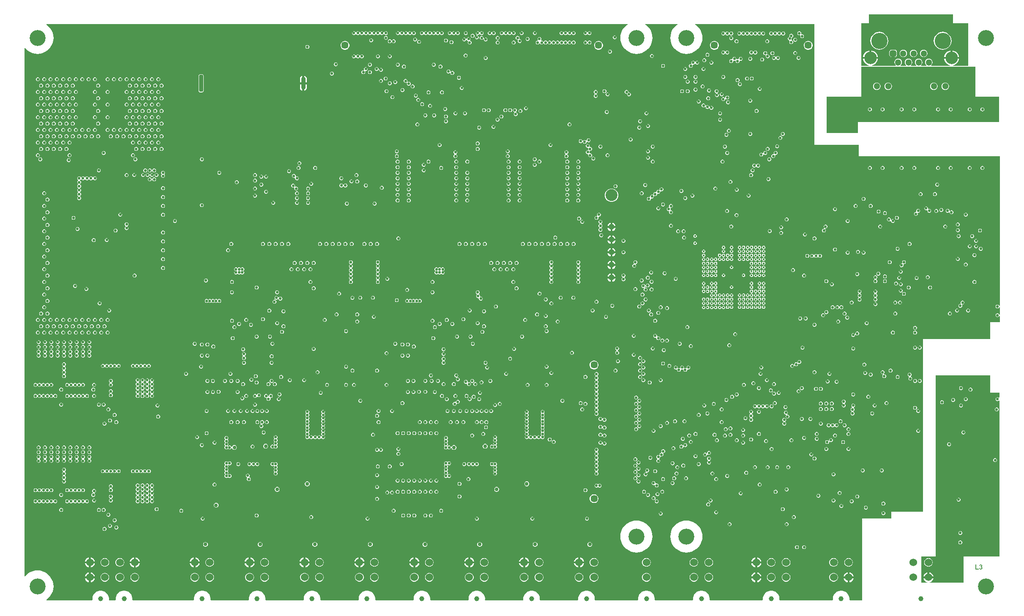
<source format=gbr>
G04*
G04 #@! TF.GenerationSoftware,Altium Limited,Altium Designer,23.4.1 (23)*
G04*
G04 Layer_Physical_Order=3*
G04 Layer_Color=36540*
%FSLAX44Y44*%
%MOMM*%
G71*
G04*
G04 #@! TF.SameCoordinates,210523F5-4B5D-4388-949E-6639FD9C488E*
G04*
G04*
G04 #@! TF.FilePolarity,Positive*
G04*
G01*
G75*
%ADD225C,1.0000*%
G04:AMPARAMS|DCode=232|XSize=1.3mm|YSize=1.3mm|CornerRadius=0.325mm|HoleSize=0mm|Usage=FLASHONLY|Rotation=180.000|XOffset=0mm|YOffset=0mm|HoleType=Round|Shape=RoundedRectangle|*
%AMROUNDEDRECTD232*
21,1,1.3000,0.6500,0,0,180.0*
21,1,0.6500,1.3000,0,0,180.0*
1,1,0.6500,-0.3250,0.3250*
1,1,0.6500,0.3250,0.3250*
1,1,0.6500,0.3250,-0.3250*
1,1,0.6500,-0.3250,-0.3250*
%
%ADD232ROUNDEDRECTD232*%
%ADD233C,1.3000*%
%ADD234C,3.2500*%
%ADD235C,2.5000*%
%ADD236C,2.3900*%
%ADD237C,1.2000*%
%ADD238C,1.4500*%
%ADD239C,1.5240*%
G04:AMPARAMS|DCode=240|XSize=3.4mm|YSize=0.8mm|CornerRadius=0.2mm|HoleSize=0mm|Usage=FLASHONLY|Rotation=270.000|XOffset=0mm|YOffset=0mm|HoleType=Round|Shape=RoundedRectangle|*
%AMROUNDEDRECTD240*
21,1,3.4000,0.4000,0,0,270.0*
21,1,3.0000,0.8000,0,0,270.0*
1,1,0.4000,-0.2000,-1.5000*
1,1,0.4000,-0.2000,1.5000*
1,1,0.4000,0.2000,1.5000*
1,1,0.4000,0.2000,-1.5000*
%
%ADD240ROUNDEDRECTD240*%
G04:AMPARAMS|DCode=241|XSize=2.4mm|YSize=0.8mm|CornerRadius=0.2mm|HoleSize=0mm|Usage=FLASHONLY|Rotation=270.000|XOffset=0mm|YOffset=0mm|HoleType=Round|Shape=RoundedRectangle|*
%AMROUNDEDRECTD241*
21,1,2.4000,0.4000,0,0,270.0*
21,1,2.0000,0.8000,0,0,270.0*
1,1,0.4000,-0.2000,-1.0000*
1,1,0.4000,-0.2000,1.0000*
1,1,0.4000,0.2000,1.0000*
1,1,0.4000,0.2000,-1.0000*
%
%ADD241ROUNDEDRECTD241*%
%ADD242C,3.2000*%
%ADD243C,0.5500*%
%ADD244C,0.4500*%
%ADD245C,0.7500*%
G36*
X1606550Y935038D02*
X1695450D01*
Y912812D01*
X1978025D01*
Y612850D01*
X1976755Y612597D01*
X1976455Y613321D01*
X1975396Y614380D01*
X1974012Y614953D01*
X1972513D01*
X1971129Y614380D01*
X1970070Y613321D01*
X1969496Y611937D01*
Y610438D01*
X1970070Y609054D01*
X1971129Y607995D01*
X1972513Y607421D01*
X1974012D01*
X1975396Y607995D01*
X1976455Y609054D01*
X1976755Y609778D01*
X1978025Y609525D01*
Y595387D01*
X1976755Y595134D01*
X1976455Y595858D01*
X1975396Y596918D01*
X1974012Y597491D01*
X1972513D01*
X1971129Y596918D01*
X1970070Y595858D01*
X1969496Y594474D01*
Y592976D01*
X1970070Y591592D01*
X1971129Y590532D01*
X1972513Y589959D01*
X1974012D01*
X1975396Y590532D01*
X1976455Y591592D01*
X1976755Y592316D01*
X1978025Y592063D01*
Y579437D01*
X1958975D01*
Y546100D01*
X1824037D01*
Y200025D01*
X1760538D01*
Y185737D01*
X1701800D01*
Y22225D01*
X1677281D01*
X1676476Y23207D01*
X1676509Y23374D01*
Y26626D01*
X1675875Y29815D01*
X1674630Y32820D01*
X1672823Y35524D01*
X1670524Y37823D01*
X1667820Y39630D01*
X1664816Y40875D01*
X1661626Y41509D01*
X1658374D01*
X1655184Y40875D01*
X1652180Y39630D01*
X1649476Y37823D01*
X1647177Y35524D01*
X1645370Y32820D01*
X1644125Y29815D01*
X1643491Y26626D01*
Y23374D01*
X1643524Y23207D01*
X1642719Y22225D01*
X1537281D01*
X1536476Y23207D01*
X1536509Y23374D01*
Y26626D01*
X1535875Y29815D01*
X1534630Y32820D01*
X1532823Y35524D01*
X1530524Y37823D01*
X1527820Y39630D01*
X1524816Y40875D01*
X1521626Y41509D01*
X1518374D01*
X1515184Y40875D01*
X1512180Y39630D01*
X1509476Y37823D01*
X1507177Y35524D01*
X1505370Y32820D01*
X1504125Y29815D01*
X1503491Y26626D01*
Y23374D01*
X1503524Y23207D01*
X1502719Y22225D01*
X1397281D01*
X1396476Y23207D01*
X1396509Y23374D01*
Y26626D01*
X1395875Y29815D01*
X1394630Y32820D01*
X1392823Y35524D01*
X1390524Y37823D01*
X1387820Y39630D01*
X1384816Y40875D01*
X1381626Y41509D01*
X1378374D01*
X1375184Y40875D01*
X1372180Y39630D01*
X1369476Y37823D01*
X1367177Y35524D01*
X1365370Y32820D01*
X1364125Y29815D01*
X1363491Y26626D01*
Y23374D01*
X1363524Y23207D01*
X1362719Y22225D01*
X1287281D01*
X1286476Y23207D01*
X1286509Y23374D01*
Y26626D01*
X1285875Y29815D01*
X1284630Y32820D01*
X1282823Y35524D01*
X1280524Y37823D01*
X1277820Y39630D01*
X1274816Y40875D01*
X1271626Y41509D01*
X1268374D01*
X1265184Y40875D01*
X1262180Y39630D01*
X1259476Y37823D01*
X1257177Y35524D01*
X1255370Y32820D01*
X1254125Y29815D01*
X1253491Y26626D01*
Y23374D01*
X1253524Y23207D01*
X1252719Y22225D01*
X1167281D01*
X1166476Y23207D01*
X1166509Y23374D01*
Y26626D01*
X1165875Y29815D01*
X1164630Y32820D01*
X1162823Y35524D01*
X1160524Y37823D01*
X1157820Y39630D01*
X1154816Y40875D01*
X1151626Y41509D01*
X1148374D01*
X1145184Y40875D01*
X1142180Y39630D01*
X1139476Y37823D01*
X1137177Y35524D01*
X1135370Y32820D01*
X1134125Y29815D01*
X1133491Y26626D01*
Y23374D01*
X1133524Y23207D01*
X1132719Y22225D01*
X1057281D01*
X1056476Y23207D01*
X1056509Y23374D01*
Y26626D01*
X1055875Y29815D01*
X1054630Y32820D01*
X1052823Y35524D01*
X1050524Y37823D01*
X1047820Y39630D01*
X1044816Y40875D01*
X1041626Y41509D01*
X1038374D01*
X1035184Y40875D01*
X1032180Y39630D01*
X1029476Y37823D01*
X1027177Y35524D01*
X1025370Y32820D01*
X1024125Y29815D01*
X1023491Y26626D01*
Y23374D01*
X1023524Y23207D01*
X1022719Y22225D01*
X947281D01*
X946476Y23207D01*
X946509Y23374D01*
Y26626D01*
X945875Y29815D01*
X944630Y32820D01*
X942823Y35524D01*
X940524Y37823D01*
X937820Y39630D01*
X934816Y40875D01*
X931626Y41509D01*
X928374D01*
X925184Y40875D01*
X922180Y39630D01*
X919476Y37823D01*
X917177Y35524D01*
X915370Y32820D01*
X914125Y29815D01*
X913491Y26626D01*
Y23374D01*
X913524Y23207D01*
X912719Y22225D01*
X837281D01*
X836476Y23207D01*
X836509Y23374D01*
Y26626D01*
X835875Y29815D01*
X834630Y32820D01*
X832823Y35524D01*
X830524Y37823D01*
X827820Y39630D01*
X824816Y40875D01*
X821626Y41509D01*
X818374D01*
X815184Y40875D01*
X812180Y39630D01*
X809476Y37823D01*
X807177Y35524D01*
X805370Y32820D01*
X804125Y29815D01*
X803491Y26626D01*
Y23374D01*
X803524Y23207D01*
X802719Y22225D01*
X727281D01*
X726476Y23207D01*
X726509Y23374D01*
Y26626D01*
X725875Y29815D01*
X724630Y32820D01*
X722823Y35524D01*
X720524Y37823D01*
X717820Y39630D01*
X714816Y40875D01*
X711626Y41509D01*
X708374D01*
X705184Y40875D01*
X702180Y39630D01*
X699476Y37823D01*
X697177Y35524D01*
X695370Y32820D01*
X694125Y29815D01*
X693491Y26626D01*
Y23374D01*
X693524Y23207D01*
X692719Y22225D01*
X617281D01*
X616476Y23207D01*
X616509Y23374D01*
Y26626D01*
X615875Y29815D01*
X614630Y32820D01*
X612823Y35524D01*
X610524Y37823D01*
X607820Y39630D01*
X604815Y40875D01*
X601626Y41509D01*
X598374D01*
X595185Y40875D01*
X592180Y39630D01*
X589476Y37823D01*
X587177Y35524D01*
X585370Y32820D01*
X584125Y29815D01*
X583491Y26626D01*
Y23374D01*
X583524Y23207D01*
X582719Y22225D01*
X507281D01*
X506476Y23207D01*
X506509Y23374D01*
Y26626D01*
X505875Y29815D01*
X504630Y32820D01*
X502823Y35524D01*
X500524Y37823D01*
X497820Y39630D01*
X494815Y40875D01*
X491626Y41509D01*
X488374D01*
X485185Y40875D01*
X482180Y39630D01*
X479476Y37823D01*
X477177Y35524D01*
X475370Y32820D01*
X474125Y29815D01*
X473491Y26626D01*
Y23374D01*
X473524Y23207D01*
X472719Y22225D01*
X397281D01*
X396476Y23207D01*
X396509Y23374D01*
Y26626D01*
X395875Y29815D01*
X394630Y32820D01*
X392823Y35524D01*
X390524Y37823D01*
X387820Y39630D01*
X384815Y40875D01*
X381626Y41509D01*
X378374D01*
X375185Y40875D01*
X372180Y39630D01*
X369476Y37823D01*
X367177Y35524D01*
X365370Y32820D01*
X364125Y29815D01*
X363491Y26626D01*
Y23374D01*
X363524Y23207D01*
X362719Y22225D01*
X240781D01*
X239976Y23207D01*
X240009Y23374D01*
Y26626D01*
X239375Y29815D01*
X238130Y32820D01*
X236323Y35524D01*
X234024Y37823D01*
X231320Y39630D01*
X228316Y40875D01*
X225126Y41509D01*
X221874D01*
X218685Y40875D01*
X215680Y39630D01*
X212976Y37823D01*
X210677Y35524D01*
X208870Y32820D01*
X207625Y29815D01*
X206991Y26626D01*
Y23374D01*
X207024Y23207D01*
X206219Y22225D01*
X193781D01*
X192976Y23207D01*
X193009Y23374D01*
Y26626D01*
X192375Y29815D01*
X191130Y32820D01*
X189323Y35524D01*
X187024Y37823D01*
X184320Y39630D01*
X181315Y40875D01*
X178126Y41509D01*
X174874D01*
X171684Y40875D01*
X168680Y39630D01*
X165976Y37823D01*
X163677Y35524D01*
X161870Y32820D01*
X160625Y29815D01*
X159991Y26626D01*
Y23374D01*
X160024Y23207D01*
X159219Y22225D01*
X68289D01*
X67945Y23447D01*
X68877Y24018D01*
X72709Y27291D01*
X75982Y31123D01*
X78615Y35420D01*
X80543Y40076D01*
X81720Y44976D01*
X82115Y50000D01*
X81720Y55024D01*
X80543Y59924D01*
X78615Y64580D01*
X75982Y68877D01*
X72709Y72709D01*
X68877Y75982D01*
X64580Y78615D01*
X59924Y80543D01*
X55024Y81720D01*
X50000Y82115D01*
X44976Y81720D01*
X40076Y80543D01*
X35420Y78615D01*
X31123Y75982D01*
X27291Y72709D01*
X25082Y70123D01*
X23812Y70591D01*
Y1129409D01*
X25082Y1129877D01*
X27291Y1127291D01*
X31123Y1124018D01*
X35420Y1121385D01*
X40076Y1119457D01*
X44976Y1118280D01*
X50000Y1117885D01*
X55024Y1118280D01*
X59924Y1119457D01*
X64580Y1121385D01*
X68877Y1124018D01*
X72709Y1127291D01*
X75982Y1131123D01*
X78615Y1135420D01*
X80543Y1140076D01*
X81720Y1144976D01*
X82115Y1150000D01*
X81720Y1155024D01*
X80543Y1159924D01*
X78615Y1164580D01*
X75982Y1168877D01*
X72709Y1172709D01*
X68877Y1175982D01*
X67700Y1176703D01*
X68045Y1177925D01*
X1231955D01*
X1232300Y1176703D01*
X1231123Y1175982D01*
X1227291Y1172709D01*
X1224018Y1168877D01*
X1221385Y1164580D01*
X1219457Y1159924D01*
X1218280Y1155024D01*
X1217885Y1150000D01*
X1218280Y1144976D01*
X1219457Y1140076D01*
X1221385Y1135420D01*
X1224018Y1131123D01*
X1227291Y1127291D01*
X1231123Y1124018D01*
X1235420Y1121385D01*
X1240076Y1119457D01*
X1244976Y1118280D01*
X1250000Y1117885D01*
X1255024Y1118280D01*
X1259924Y1119457D01*
X1264580Y1121385D01*
X1268877Y1124018D01*
X1272709Y1127291D01*
X1275982Y1131123D01*
X1278615Y1135420D01*
X1280543Y1140076D01*
X1281720Y1144976D01*
X1282115Y1150000D01*
X1281720Y1155024D01*
X1280543Y1159924D01*
X1278615Y1164580D01*
X1275982Y1168877D01*
X1272709Y1172709D01*
X1268877Y1175982D01*
X1267700Y1176703D01*
X1268045Y1177925D01*
X1331955D01*
X1332300Y1176703D01*
X1331123Y1175982D01*
X1327291Y1172709D01*
X1324018Y1168877D01*
X1321385Y1164580D01*
X1319457Y1159924D01*
X1318280Y1155024D01*
X1317885Y1150000D01*
X1318280Y1144976D01*
X1319457Y1140076D01*
X1321385Y1135420D01*
X1324018Y1131123D01*
X1327291Y1127291D01*
X1331123Y1124018D01*
X1335420Y1121385D01*
X1340076Y1119457D01*
X1344976Y1118280D01*
X1350000Y1117885D01*
X1355024Y1118280D01*
X1359924Y1119457D01*
X1364580Y1121385D01*
X1368877Y1124018D01*
X1372709Y1127291D01*
X1375982Y1131123D01*
X1378615Y1135420D01*
X1380543Y1140076D01*
X1381720Y1144976D01*
X1382115Y1150000D01*
X1381720Y1155024D01*
X1380543Y1159924D01*
X1378615Y1164580D01*
X1375982Y1168877D01*
X1372709Y1172709D01*
X1368877Y1175982D01*
X1367700Y1176703D01*
X1368045Y1177925D01*
X1606550D01*
Y935038D01*
D02*
G37*
G36*
X1883900Y1180000D02*
X1884222Y1179222D01*
X1885000Y1178900D01*
X1914525D01*
Y1093788D01*
X1884367D01*
X1884198Y1095028D01*
X1887033Y1095888D01*
X1889646Y1097284D01*
X1891936Y1099164D01*
X1893816Y1101454D01*
X1895212Y1104067D01*
X1896072Y1106902D01*
X1896163Y1107818D01*
X1881250D01*
X1866337D01*
X1866428Y1106902D01*
X1867288Y1104067D01*
X1868684Y1101454D01*
X1870564Y1099164D01*
X1872854Y1097284D01*
X1875467Y1095888D01*
X1878302Y1095028D01*
X1878133Y1093788D01*
X1840798D01*
X1840367Y1095058D01*
X1841060Y1095590D01*
X1842265Y1097160D01*
X1843022Y1098988D01*
X1843281Y1100950D01*
X1843022Y1102912D01*
X1842265Y1104740D01*
X1841060Y1106311D01*
X1839490Y1107515D01*
X1837662Y1108272D01*
X1835700Y1108531D01*
X1833738Y1108272D01*
X1831910Y1107515D01*
X1830340Y1106311D01*
X1829135Y1104740D01*
X1828378Y1102912D01*
X1828119Y1100950D01*
X1828378Y1098988D01*
X1829135Y1097160D01*
X1830340Y1095590D01*
X1831033Y1095058D01*
X1830602Y1093788D01*
X1820398D01*
X1819967Y1095058D01*
X1820661Y1095590D01*
X1821865Y1097160D01*
X1822623Y1098988D01*
X1822881Y1100950D01*
X1822623Y1102912D01*
X1821865Y1104740D01*
X1820661Y1106311D01*
X1819090Y1107515D01*
X1817262Y1108272D01*
X1815300Y1108531D01*
X1813338Y1108272D01*
X1811510Y1107515D01*
X1809940Y1106311D01*
X1808735Y1104740D01*
X1807977Y1102912D01*
X1807719Y1100950D01*
X1807977Y1098988D01*
X1808735Y1097160D01*
X1809940Y1095590D01*
X1810633Y1095058D01*
X1810202Y1093788D01*
X1799998D01*
X1799567Y1095058D01*
X1800260Y1095590D01*
X1801465Y1097160D01*
X1802222Y1098988D01*
X1802481Y1100950D01*
X1802222Y1102912D01*
X1801465Y1104740D01*
X1800260Y1106311D01*
X1798690Y1107515D01*
X1796862Y1108272D01*
X1794900Y1108531D01*
X1792938Y1108272D01*
X1791110Y1107515D01*
X1789539Y1106311D01*
X1788335Y1104740D01*
X1787578Y1102912D01*
X1787319Y1100950D01*
X1787578Y1098988D01*
X1788335Y1097160D01*
X1789539Y1095590D01*
X1790233Y1095058D01*
X1789802Y1093788D01*
X1779598D01*
X1779167Y1095058D01*
X1779861Y1095590D01*
X1781065Y1097160D01*
X1781823Y1098988D01*
X1782081Y1100950D01*
X1781823Y1102912D01*
X1781065Y1104740D01*
X1779861Y1106311D01*
X1778290Y1107515D01*
X1776462Y1108272D01*
X1774500Y1108531D01*
X1772538Y1108272D01*
X1770710Y1107515D01*
X1769140Y1106311D01*
X1767935Y1104740D01*
X1767177Y1102912D01*
X1766919Y1100950D01*
X1767177Y1098988D01*
X1767935Y1097160D01*
X1769140Y1095590D01*
X1769833Y1095058D01*
X1769402Y1093788D01*
X1721867D01*
X1721698Y1095028D01*
X1724533Y1095888D01*
X1727146Y1097284D01*
X1729436Y1099164D01*
X1731316Y1101454D01*
X1732712Y1104067D01*
X1733572Y1106902D01*
X1733663Y1107818D01*
X1718750D01*
X1703837D01*
X1703928Y1106902D01*
X1704788Y1104067D01*
X1706184Y1101454D01*
X1708064Y1099164D01*
X1710354Y1097284D01*
X1712967Y1095888D01*
X1715802Y1095028D01*
X1715633Y1093788D01*
X1700213D01*
Y1178900D01*
X1715000D01*
X1715778Y1179222D01*
X1716100Y1180000D01*
Y1196975D01*
X1883900D01*
Y1180000D01*
D02*
G37*
G36*
X1928813Y1031875D02*
X1976438D01*
Y981075D01*
X1693862D01*
Y959334D01*
X1631322D01*
Y1031875D01*
X1700213D01*
Y1092200D01*
X1928813D01*
Y1031875D01*
D02*
G37*
G36*
X1958975Y438150D02*
X1976941D01*
Y428893D01*
X1975671Y428367D01*
X1975396Y428643D01*
X1974012Y429216D01*
X1972513D01*
X1971129Y428643D01*
X1970070Y427583D01*
X1969496Y426199D01*
Y424701D01*
X1970070Y423317D01*
X1971129Y422257D01*
X1972513Y421684D01*
X1974012D01*
X1975396Y422257D01*
X1975671Y422533D01*
X1976941Y422007D01*
Y109538D01*
X1849438Y109537D01*
X1905000D01*
Y57150D01*
X1837988D01*
X1837820Y58420D01*
X1838912Y58712D01*
X1841228Y60050D01*
X1843120Y61942D01*
X1844458Y64258D01*
X1844964Y66148D01*
X1834990D01*
X1825016D01*
X1825522Y64258D01*
X1826860Y61942D01*
X1828752Y60050D01*
X1831068Y58712D01*
X1832159Y58420D01*
X1831992Y57150D01*
X1820862D01*
Y109537D01*
X1849438D01*
Y146167D01*
X1849692Y147117D01*
X1849718Y147516D01*
X1849796Y147908D01*
Y149225D01*
Y473075D01*
X1958975D01*
Y438150D01*
D02*
G37*
G36*
X1939989Y93885D02*
X1940103Y93872D01*
X1940242Y93847D01*
X1940395Y93821D01*
X1940560Y93783D01*
X1940725Y93745D01*
X1940903Y93681D01*
X1941093Y93605D01*
X1941271Y93529D01*
X1941462Y93415D01*
X1941640Y93301D01*
X1941805Y93161D01*
X1941970Y93008D01*
X1941982Y92996D01*
X1941995Y92970D01*
X1942033Y92932D01*
X1942084Y92881D01*
X1942135Y92818D01*
X1942186Y92729D01*
X1942325Y92538D01*
X1942452Y92297D01*
X1942554Y92018D01*
X1942643Y91713D01*
X1942655Y91548D01*
X1942668Y91383D01*
Y91370D01*
Y91332D01*
X1942655Y91256D01*
X1942643Y91167D01*
X1942630Y91065D01*
X1942592Y90938D01*
X1942554Y90799D01*
X1942490Y90646D01*
X1942414Y90481D01*
X1942325Y90316D01*
X1942211Y90138D01*
X1942071Y89973D01*
X1941906Y89795D01*
X1941728Y89630D01*
X1941512Y89478D01*
X1941259Y89325D01*
X1941271D01*
X1941297Y89313D01*
X1941335Y89300D01*
X1941398Y89287D01*
X1941474Y89262D01*
X1941551Y89237D01*
X1941741Y89148D01*
X1941957Y89046D01*
X1942173Y88906D01*
X1942389Y88729D01*
X1942592Y88513D01*
Y88500D01*
X1942617Y88487D01*
X1942643Y88449D01*
X1942668Y88398D01*
X1942757Y88271D01*
X1942846Y88094D01*
X1942935Y87865D01*
X1943024Y87611D01*
X1943075Y87319D01*
X1943100Y87001D01*
Y86989D01*
Y86951D01*
Y86874D01*
X1943087Y86785D01*
X1943075Y86671D01*
X1943049Y86544D01*
X1943024Y86404D01*
X1942986Y86239D01*
X1942935Y86074D01*
X1942871Y85896D01*
X1942795Y85719D01*
X1942706Y85528D01*
X1942592Y85338D01*
X1942465Y85160D01*
X1942325Y84982D01*
X1942160Y84804D01*
X1942148Y84792D01*
X1942122Y84766D01*
X1942059Y84715D01*
X1941995Y84664D01*
X1941893Y84601D01*
X1941792Y84525D01*
X1941665Y84436D01*
X1941512Y84360D01*
X1941347Y84271D01*
X1941170Y84182D01*
X1940979Y84106D01*
X1940776Y84042D01*
X1940547Y83991D01*
X1940319Y83941D01*
X1940065Y83915D01*
X1939811Y83903D01*
X1939684D01*
X1939595Y83915D01*
X1939480Y83928D01*
X1939341Y83941D01*
X1939201Y83966D01*
X1939036Y83991D01*
X1938693Y84080D01*
X1938515Y84144D01*
X1938325Y84220D01*
X1938147Y84309D01*
X1937957Y84411D01*
X1937779Y84525D01*
X1937614Y84652D01*
X1937601Y84664D01*
X1937576Y84690D01*
X1937537Y84728D01*
X1937474Y84792D01*
X1937410Y84868D01*
X1937334Y84957D01*
X1937245Y85071D01*
X1937169Y85185D01*
X1937080Y85325D01*
X1936991Y85477D01*
X1936902Y85642D01*
X1936826Y85820D01*
X1936750Y86011D01*
X1936699Y86201D01*
X1936648Y86417D01*
X1936610Y86646D01*
X1938426Y86874D01*
Y86862D01*
Y86849D01*
X1938439Y86811D01*
Y86760D01*
X1938477Y86633D01*
X1938515Y86481D01*
X1938566Y86303D01*
X1938655Y86125D01*
X1938757Y85960D01*
X1938884Y85808D01*
X1938896Y85795D01*
X1938947Y85757D01*
X1939036Y85693D01*
X1939138Y85630D01*
X1939277Y85566D01*
X1939430Y85503D01*
X1939620Y85465D01*
X1939811Y85452D01*
X1939836D01*
X1939912Y85465D01*
X1940014Y85477D01*
X1940141Y85503D01*
X1940293Y85554D01*
X1940458Y85630D01*
X1940623Y85744D01*
X1940776Y85884D01*
X1940789Y85909D01*
X1940839Y85960D01*
X1940903Y86062D01*
X1940979Y86201D01*
X1941055Y86366D01*
X1941119Y86570D01*
X1941170Y86811D01*
X1941182Y87078D01*
Y87090D01*
Y87116D01*
Y87141D01*
Y87192D01*
X1941157Y87319D01*
X1941131Y87484D01*
X1941093Y87662D01*
X1941017Y87852D01*
X1940928Y88043D01*
X1940801Y88208D01*
X1940789Y88221D01*
X1940738Y88271D01*
X1940649Y88335D01*
X1940547Y88424D01*
X1940408Y88500D01*
X1940255Y88563D01*
X1940077Y88614D01*
X1939874Y88627D01*
X1939811D01*
X1939734Y88614D01*
X1939633D01*
X1939506Y88589D01*
X1939366Y88563D01*
X1939201Y88525D01*
X1939023Y88475D01*
X1939227Y89999D01*
X1939353D01*
X1939493Y90011D01*
X1939658Y90024D01*
X1939849Y90062D01*
X1940039Y90126D01*
X1940217Y90202D01*
X1940382Y90316D01*
X1940395Y90329D01*
X1940446Y90380D01*
X1940509Y90456D01*
X1940585Y90570D01*
X1940662Y90697D01*
X1940725Y90862D01*
X1940776Y91053D01*
X1940789Y91256D01*
Y91281D01*
Y91332D01*
X1940776Y91434D01*
X1940750Y91535D01*
X1940712Y91662D01*
X1940662Y91802D01*
X1940585Y91929D01*
X1940484Y92043D01*
X1940471Y92056D01*
X1940433Y92094D01*
X1940370Y92145D01*
X1940281Y92196D01*
X1940166Y92246D01*
X1940039Y92297D01*
X1939887Y92335D01*
X1939709Y92348D01*
X1939633D01*
X1939544Y92335D01*
X1939430Y92310D01*
X1939290Y92259D01*
X1939163Y92208D01*
X1939023Y92120D01*
X1938884Y92005D01*
X1938871Y91992D01*
X1938833Y91942D01*
X1938769Y91865D01*
X1938706Y91764D01*
X1938630Y91624D01*
X1938566Y91459D01*
X1938515Y91269D01*
X1938477Y91040D01*
X1936750Y91332D01*
Y91345D01*
X1936763Y91370D01*
X1936775Y91421D01*
X1936788Y91484D01*
X1936801Y91561D01*
X1936826Y91637D01*
X1936890Y91840D01*
X1936953Y92069D01*
X1937055Y92310D01*
X1937156Y92538D01*
X1937283Y92754D01*
X1937296Y92780D01*
X1937347Y92843D01*
X1937436Y92945D01*
X1937550Y93059D01*
X1937690Y93199D01*
X1937868Y93339D01*
X1938071Y93466D01*
X1938299Y93593D01*
X1938312D01*
X1938325Y93605D01*
X1938363Y93618D01*
X1938414Y93644D01*
X1938553Y93694D01*
X1938731Y93745D01*
X1938947Y93796D01*
X1939188Y93847D01*
X1939468Y93885D01*
X1939760Y93897D01*
X1939900D01*
X1939989Y93885D01*
D02*
G37*
G36*
X1930781Y85731D02*
X1935683D01*
Y84080D01*
X1928813D01*
Y93770D01*
X1930781D01*
Y85731D01*
D02*
G37*
%LPC*%
G36*
X1108749Y1163241D02*
X1107251D01*
X1105867Y1162668D01*
X1104807Y1161608D01*
X1104687Y1161319D01*
X1103313D01*
X1103193Y1161608D01*
X1102133Y1162668D01*
X1100749Y1163241D01*
X1099251D01*
X1097867Y1162668D01*
X1096807Y1161608D01*
X1096234Y1160224D01*
Y1158726D01*
X1096807Y1157342D01*
X1097867Y1156282D01*
X1099251Y1155709D01*
X1100749D01*
X1102133Y1156282D01*
X1103193Y1157342D01*
X1103313Y1157632D01*
X1104687D01*
X1104807Y1157342D01*
X1105867Y1156282D01*
X1107251Y1155709D01*
X1108749D01*
X1110133Y1156282D01*
X1111193Y1157342D01*
X1111299Y1157599D01*
X1112674D01*
X1112807Y1157278D01*
X1113867Y1156218D01*
X1115251Y1155645D01*
X1116749D01*
X1118133Y1156218D01*
X1119193Y1157278D01*
X1119313Y1157568D01*
X1120687D01*
X1120807Y1157278D01*
X1121867Y1156218D01*
X1123251Y1155645D01*
X1124749D01*
X1126133Y1156218D01*
X1127193Y1157278D01*
X1127766Y1158662D01*
Y1160160D01*
X1127193Y1161544D01*
X1126133Y1162604D01*
X1124749Y1163177D01*
X1123251D01*
X1121867Y1162604D01*
X1120807Y1161544D01*
X1120687Y1161255D01*
X1119313D01*
X1119193Y1161544D01*
X1118133Y1162604D01*
X1116749Y1163177D01*
X1115251D01*
X1113867Y1162604D01*
X1112807Y1161544D01*
X1112701Y1161286D01*
X1111326D01*
X1111193Y1161608D01*
X1110133Y1162668D01*
X1108749Y1163241D01*
D02*
G37*
G36*
X1004749D02*
X1003251D01*
X1001867Y1162668D01*
X1000807Y1161608D01*
X1000687Y1161319D01*
X999313D01*
X999193Y1161608D01*
X998133Y1162668D01*
X996749Y1163241D01*
X995251D01*
X993867Y1162668D01*
X992807Y1161608D01*
X992687Y1161319D01*
X991313D01*
X991193Y1161608D01*
X990133Y1162668D01*
X988749Y1163241D01*
X987251D01*
X985867Y1162668D01*
X984807Y1161608D01*
X984687Y1161319D01*
X983313D01*
X983193Y1161608D01*
X982133Y1162668D01*
X980749Y1163241D01*
X979251D01*
X977867Y1162668D01*
X976807Y1161608D01*
X976234Y1160224D01*
Y1158726D01*
X976807Y1157342D01*
X977867Y1156282D01*
X979251Y1155709D01*
X980749D01*
X982133Y1156282D01*
X983193Y1157342D01*
X983313Y1157632D01*
X984687D01*
X984807Y1157342D01*
X985867Y1156282D01*
X987251Y1155709D01*
X988749D01*
X990133Y1156282D01*
X991193Y1157342D01*
X991313Y1157632D01*
X992687D01*
X992807Y1157342D01*
X993867Y1156282D01*
X995251Y1155709D01*
X996749D01*
X998133Y1156282D01*
X999193Y1157342D01*
X999313Y1157632D01*
X1000687D01*
X1000807Y1157342D01*
X1001867Y1156282D01*
X1003251Y1155709D01*
X1004749D01*
X1006133Y1156282D01*
X1007193Y1157342D01*
X1007766Y1158726D01*
Y1160224D01*
X1007193Y1161608D01*
X1006133Y1162668D01*
X1004749Y1163241D01*
D02*
G37*
G36*
X940749D02*
X939251D01*
X937867Y1162668D01*
X936807Y1161608D01*
X936687Y1161319D01*
X935313D01*
X935193Y1161608D01*
X934133Y1162668D01*
X932749Y1163241D01*
X931251D01*
X929867Y1162668D01*
X928807Y1161608D01*
X928234Y1160224D01*
Y1158726D01*
X928807Y1157342D01*
X929867Y1156282D01*
X930612Y1155974D01*
X930360Y1154704D01*
X929526D01*
X928142Y1154130D01*
X927082Y1153071D01*
X926509Y1151687D01*
Y1150188D01*
X927082Y1148804D01*
X928142Y1147745D01*
X929526Y1147171D01*
X931024D01*
X932408Y1147745D01*
X933468Y1148804D01*
X934041Y1150188D01*
Y1151687D01*
X933468Y1153071D01*
X932408Y1154130D01*
X931663Y1154439D01*
X931915Y1155709D01*
X932749D01*
X934133Y1156282D01*
X935193Y1157342D01*
X935313Y1157632D01*
X936687D01*
X936807Y1157342D01*
X937867Y1156282D01*
X939251Y1155709D01*
X940749D01*
X942133Y1156282D01*
X943193Y1157342D01*
X943766Y1158726D01*
Y1160224D01*
X943193Y1161608D01*
X942133Y1162668D01*
X940749Y1163241D01*
D02*
G37*
G36*
X892749D02*
X891251D01*
X889867Y1162668D01*
X888807Y1161608D01*
X888687Y1161319D01*
X887313D01*
X887193Y1161608D01*
X886133Y1162668D01*
X884749Y1163241D01*
X883251D01*
X881867Y1162668D01*
X880807Y1161608D01*
X880687Y1161319D01*
X879313D01*
X879193Y1161608D01*
X878133Y1162668D01*
X876749Y1163241D01*
X875251D01*
X873867Y1162668D01*
X872807Y1161608D01*
X872234Y1160224D01*
Y1158726D01*
X872807Y1157342D01*
X873867Y1156282D01*
X875251Y1155709D01*
X876749D01*
X878133Y1156282D01*
X879193Y1157342D01*
X879313Y1157632D01*
X880687D01*
X880807Y1157342D01*
X881867Y1156282D01*
X883251Y1155709D01*
X884749D01*
X886133Y1156282D01*
X887193Y1157342D01*
X887313Y1157632D01*
X888687D01*
X888807Y1157342D01*
X889867Y1156282D01*
X891251Y1155709D01*
X892749D01*
X894133Y1156282D01*
X895193Y1157342D01*
X895766Y1158726D01*
Y1160224D01*
X895193Y1161608D01*
X894133Y1162668D01*
X892749Y1163241D01*
D02*
G37*
G36*
X748749D02*
X747251D01*
X745867Y1162668D01*
X744807Y1161608D01*
X744687Y1161319D01*
X743313D01*
X743193Y1161608D01*
X742133Y1162668D01*
X740749Y1163241D01*
X739251D01*
X737867Y1162668D01*
X736807Y1161608D01*
X736687Y1161319D01*
X735313D01*
X735193Y1161608D01*
X734133Y1162668D01*
X732749Y1163241D01*
X731251D01*
X729867Y1162668D01*
X728807Y1161608D01*
X728687Y1161319D01*
X727313D01*
X727193Y1161608D01*
X726133Y1162668D01*
X724749Y1163241D01*
X723251D01*
X721867Y1162668D01*
X720807Y1161608D01*
X720687Y1161319D01*
X719313D01*
X719193Y1161608D01*
X718133Y1162668D01*
X716749Y1163241D01*
X715251D01*
X713867Y1162668D01*
X712807Y1161608D01*
X712687Y1161319D01*
X711313D01*
X711193Y1161608D01*
X710133Y1162668D01*
X708749Y1163241D01*
X707251D01*
X705867Y1162668D01*
X704807Y1161608D01*
X704687Y1161319D01*
X703313D01*
X703193Y1161608D01*
X702133Y1162668D01*
X700749Y1163241D01*
X699251D01*
X697867Y1162668D01*
X696807Y1161608D01*
X696687Y1161319D01*
X695313D01*
X695193Y1161608D01*
X694133Y1162668D01*
X692749Y1163241D01*
X691251D01*
X689867Y1162668D01*
X688807Y1161608D01*
X688687Y1161319D01*
X687313D01*
X687193Y1161608D01*
X686133Y1162668D01*
X684749Y1163241D01*
X683251D01*
X681867Y1162668D01*
X680807Y1161608D01*
X680234Y1160224D01*
Y1158726D01*
X680807Y1157342D01*
X681867Y1156282D01*
X683251Y1155709D01*
X684749D01*
X686133Y1156282D01*
X687193Y1157342D01*
X687313Y1157632D01*
X688687D01*
X688807Y1157342D01*
X689867Y1156282D01*
X691251Y1155709D01*
X692749D01*
X694133Y1156282D01*
X695193Y1157342D01*
X695313Y1157632D01*
X696687D01*
X696807Y1157342D01*
X697867Y1156282D01*
X699251Y1155709D01*
X700749D01*
X702133Y1156282D01*
X703193Y1157342D01*
X703313Y1157632D01*
X704687D01*
X704807Y1157342D01*
X705867Y1156282D01*
X707251Y1155709D01*
X708749D01*
X710133Y1156282D01*
X711193Y1157342D01*
X711313Y1157632D01*
X712687D01*
X712807Y1157342D01*
X713867Y1156282D01*
X715251Y1155709D01*
X716749D01*
X718133Y1156282D01*
X719193Y1157342D01*
X719313Y1157632D01*
X720687D01*
X720807Y1157342D01*
X721867Y1156282D01*
X723251Y1155709D01*
X724749D01*
X726133Y1156282D01*
X727193Y1157342D01*
X727313Y1157632D01*
X728687D01*
X728807Y1157342D01*
X729867Y1156282D01*
X731251Y1155709D01*
X732749D01*
X734133Y1156282D01*
X735193Y1157342D01*
X735313Y1157632D01*
X736687D01*
X736807Y1157342D01*
X737867Y1156282D01*
X739251Y1155709D01*
X740749D01*
X742133Y1156282D01*
X743193Y1157342D01*
X743313Y1157632D01*
X744687D01*
X744807Y1157342D01*
X745867Y1156282D01*
X747251Y1155709D01*
X748749D01*
X750133Y1156282D01*
X751193Y1157342D01*
X751766Y1158726D01*
Y1160224D01*
X751193Y1161608D01*
X750133Y1162668D01*
X748749Y1163241D01*
D02*
G37*
G36*
X964749D02*
X963251D01*
X961867Y1162668D01*
X960807Y1161608D01*
X960687Y1161319D01*
X959313D01*
X959193Y1161608D01*
X958133Y1162668D01*
X956749Y1163241D01*
X955251D01*
X953867Y1162668D01*
X952807Y1161608D01*
X952234Y1160224D01*
Y1158726D01*
X952807Y1157342D01*
X953867Y1156282D01*
X955251Y1155709D01*
X956749D01*
X958133Y1156282D01*
X959193Y1157342D01*
X959313Y1157632D01*
X960687D01*
X960807Y1157342D01*
X961867Y1156282D01*
X963251Y1155709D01*
X964749D01*
X966133Y1156282D01*
X967193Y1157342D01*
X967766Y1158726D01*
Y1160224D01*
X967193Y1161608D01*
X966133Y1162668D01*
X964749Y1163241D01*
D02*
G37*
G36*
X860749D02*
X859251D01*
X857867Y1162668D01*
X856807Y1161608D01*
X856687Y1161319D01*
X855313D01*
X855193Y1161608D01*
X854133Y1162668D01*
X852749Y1163241D01*
X851251D01*
X849867Y1162668D01*
X848807Y1161608D01*
X848687Y1161319D01*
X847313D01*
X847193Y1161608D01*
X846133Y1162668D01*
X844749Y1163241D01*
X843251D01*
X841867Y1162668D01*
X840807Y1161608D01*
X840687Y1161319D01*
X839313D01*
X839193Y1161608D01*
X838133Y1162668D01*
X836749Y1163241D01*
X835251D01*
X833867Y1162668D01*
X832807Y1161608D01*
X832687Y1161319D01*
X831313D01*
X831193Y1161608D01*
X830133Y1162668D01*
X828749Y1163241D01*
X827251D01*
X825867Y1162668D01*
X824807Y1161608D01*
X824687Y1161319D01*
X823313D01*
X823193Y1161608D01*
X822133Y1162668D01*
X820749Y1163241D01*
X819251D01*
X817867Y1162668D01*
X816807Y1161608D01*
X816234Y1160224D01*
Y1158726D01*
X816807Y1157342D01*
X817867Y1156282D01*
X819251Y1155709D01*
X820749D01*
X822133Y1156282D01*
X823193Y1157342D01*
X823313Y1157632D01*
X824687D01*
X824807Y1157342D01*
X825867Y1156282D01*
X827251Y1155709D01*
X828749D01*
X830133Y1156282D01*
X831193Y1157342D01*
X831313Y1157632D01*
X832687D01*
X832807Y1157342D01*
X833867Y1156282D01*
X835251Y1155709D01*
X836749D01*
X838133Y1156282D01*
X839193Y1157342D01*
X839313Y1157632D01*
X840687D01*
X840807Y1157342D01*
X841867Y1156282D01*
X843251Y1155709D01*
X844749D01*
X846133Y1156282D01*
X847193Y1157342D01*
X847313Y1157632D01*
X848687D01*
X848807Y1157342D01*
X849867Y1156282D01*
X851251Y1155709D01*
X852749D01*
X854133Y1156282D01*
X855193Y1157342D01*
X855313Y1157632D01*
X856687D01*
X856807Y1157342D01*
X857867Y1156282D01*
X859251Y1155709D01*
X860749D01*
X862133Y1156282D01*
X863193Y1157342D01*
X863766Y1158726D01*
Y1160224D01*
X863193Y1161608D01*
X862133Y1162668D01*
X860749Y1163241D01*
D02*
G37*
G36*
X804749D02*
X803251D01*
X801867Y1162668D01*
X800807Y1161608D01*
X800687Y1161319D01*
X799313D01*
X799193Y1161608D01*
X798133Y1162668D01*
X796749Y1163241D01*
X795251D01*
X793867Y1162668D01*
X792807Y1161608D01*
X792687Y1161319D01*
X791313D01*
X791193Y1161608D01*
X790133Y1162668D01*
X788749Y1163241D01*
X787251D01*
X785867Y1162668D01*
X784807Y1161608D01*
X784687Y1161319D01*
X783313D01*
X783193Y1161608D01*
X782133Y1162668D01*
X780749Y1163241D01*
X779251D01*
X777867Y1162668D01*
X776807Y1161608D01*
X776687Y1161319D01*
X775313D01*
X775193Y1161608D01*
X774133Y1162668D01*
X772749Y1163241D01*
X771251D01*
X769867Y1162668D01*
X768807Y1161608D01*
X768234Y1160224D01*
Y1158726D01*
X768807Y1157342D01*
X769867Y1156282D01*
X771251Y1155709D01*
X772749D01*
X774133Y1156282D01*
X775193Y1157342D01*
X775313Y1157632D01*
X776687D01*
X776807Y1157342D01*
X777867Y1156282D01*
X779251Y1155709D01*
X780749D01*
X782133Y1156282D01*
X783193Y1157342D01*
X783313Y1157632D01*
X784687D01*
X784807Y1157342D01*
X785867Y1156282D01*
X787251Y1155709D01*
X788749D01*
X790133Y1156282D01*
X791193Y1157342D01*
X791313Y1157632D01*
X792687D01*
X792807Y1157342D01*
X793867Y1156282D01*
X795251Y1155709D01*
X796749D01*
X798133Y1156282D01*
X799193Y1157342D01*
X799313Y1157632D01*
X800687D01*
X800807Y1157342D01*
X801867Y1156282D01*
X803251Y1155709D01*
X804749D01*
X806133Y1156282D01*
X807193Y1157342D01*
X807766Y1158726D01*
Y1160224D01*
X807193Y1161608D01*
X806133Y1162668D01*
X804749Y1163241D01*
D02*
G37*
G36*
X1544749Y1162641D02*
X1543251D01*
X1541867Y1162068D01*
X1540807Y1161008D01*
X1540687Y1160719D01*
X1539313D01*
X1539193Y1161008D01*
X1538133Y1162068D01*
X1536749Y1162641D01*
X1535251D01*
X1533867Y1162068D01*
X1532807Y1161008D01*
X1532687Y1160719D01*
X1531313D01*
X1531193Y1161008D01*
X1530133Y1162068D01*
X1528749Y1162641D01*
X1527251D01*
X1525867Y1162068D01*
X1524807Y1161008D01*
X1524687Y1160719D01*
X1523313D01*
X1523193Y1161008D01*
X1522133Y1162068D01*
X1520749Y1162641D01*
X1519251D01*
X1517867Y1162068D01*
X1516807Y1161008D01*
X1516234Y1159624D01*
Y1158126D01*
X1516807Y1156742D01*
X1517867Y1155682D01*
X1519251Y1155109D01*
X1520749D01*
X1522133Y1155682D01*
X1523193Y1156742D01*
X1523313Y1157031D01*
X1524687D01*
X1524807Y1156742D01*
X1525867Y1155682D01*
X1527251Y1155109D01*
X1528749D01*
X1530133Y1155682D01*
X1531193Y1156742D01*
X1531313Y1157031D01*
X1532687D01*
X1532807Y1156742D01*
X1533867Y1155682D01*
X1535251Y1155109D01*
X1536749D01*
X1538133Y1155682D01*
X1539193Y1156742D01*
X1539313Y1157031D01*
X1540687D01*
X1540807Y1156742D01*
X1541867Y1155682D01*
X1543251Y1155109D01*
X1544749D01*
X1546133Y1155682D01*
X1547193Y1156742D01*
X1547766Y1158126D01*
Y1159624D01*
X1547193Y1161008D01*
X1546133Y1162068D01*
X1544749Y1162641D01*
D02*
G37*
G36*
X1504749D02*
X1503251D01*
X1501867Y1162068D01*
X1500807Y1161008D01*
X1500687Y1160719D01*
X1499313D01*
X1499193Y1161008D01*
X1498133Y1162068D01*
X1496749Y1162641D01*
X1495251D01*
X1493867Y1162068D01*
X1492807Y1161008D01*
X1492687Y1160719D01*
X1491313D01*
X1491193Y1161008D01*
X1490133Y1162068D01*
X1488749Y1162641D01*
X1487251D01*
X1485867Y1162068D01*
X1484807Y1161008D01*
X1484687Y1160719D01*
X1483313D01*
X1483193Y1161008D01*
X1482133Y1162068D01*
X1480749Y1162641D01*
X1479251D01*
X1477867Y1162068D01*
X1476807Y1161008D01*
X1476687Y1160719D01*
X1475313D01*
X1475193Y1161008D01*
X1474133Y1162068D01*
X1472749Y1162641D01*
X1471251D01*
X1469867Y1162068D01*
X1468807Y1161008D01*
X1468687Y1160719D01*
X1467313D01*
X1467193Y1161008D01*
X1466133Y1162068D01*
X1464749Y1162641D01*
X1463251D01*
X1461867Y1162068D01*
X1460807Y1161008D01*
X1460687Y1160719D01*
X1459313D01*
X1459193Y1161008D01*
X1458133Y1162068D01*
X1456749Y1162641D01*
X1455251D01*
X1453867Y1162068D01*
X1452807Y1161008D01*
X1452234Y1159624D01*
Y1158126D01*
X1452807Y1156742D01*
X1453867Y1155682D01*
X1455251Y1155109D01*
X1456749D01*
X1458133Y1155682D01*
X1459193Y1156742D01*
X1459313Y1157031D01*
X1460687D01*
X1460807Y1156742D01*
X1461867Y1155682D01*
X1463251Y1155109D01*
X1464749D01*
X1466133Y1155682D01*
X1467193Y1156742D01*
X1467313Y1157031D01*
X1468687D01*
X1468807Y1156742D01*
X1469867Y1155682D01*
X1471251Y1155109D01*
X1472749D01*
X1474133Y1155682D01*
X1475193Y1156742D01*
X1475313Y1157031D01*
X1476687D01*
X1476807Y1156742D01*
X1477867Y1155682D01*
X1479251Y1155109D01*
X1480749D01*
X1482133Y1155682D01*
X1483193Y1156742D01*
X1483313Y1157031D01*
X1484687D01*
X1484807Y1156742D01*
X1485867Y1155682D01*
X1487251Y1155109D01*
X1488749D01*
X1490133Y1155682D01*
X1491193Y1156742D01*
X1491313Y1157031D01*
X1492687D01*
X1492807Y1156742D01*
X1493867Y1155682D01*
X1495251Y1155109D01*
X1496749D01*
X1498133Y1155682D01*
X1499193Y1156742D01*
X1499313Y1157031D01*
X1500687D01*
X1500807Y1156742D01*
X1501867Y1155682D01*
X1503251Y1155109D01*
X1504749D01*
X1506133Y1155682D01*
X1507193Y1156742D01*
X1507766Y1158126D01*
Y1159624D01*
X1507193Y1161008D01*
X1506133Y1162068D01*
X1504749Y1162641D01*
D02*
G37*
G36*
X1440749D02*
X1439251D01*
X1437867Y1162068D01*
X1436807Y1161008D01*
X1436687Y1160719D01*
X1435313D01*
X1435193Y1161008D01*
X1434133Y1162068D01*
X1432749Y1162641D01*
X1431251D01*
X1429867Y1162068D01*
X1428807Y1161008D01*
X1428687Y1160719D01*
X1427313D01*
X1427193Y1161008D01*
X1426133Y1162068D01*
X1424749Y1162641D01*
X1423251D01*
X1421867Y1162068D01*
X1420807Y1161008D01*
X1420234Y1159624D01*
Y1158126D01*
X1420807Y1156742D01*
X1421867Y1155682D01*
X1423251Y1155109D01*
X1424749D01*
X1426133Y1155682D01*
X1427193Y1156742D01*
X1427313Y1157031D01*
X1428687D01*
X1428807Y1156742D01*
X1429867Y1155682D01*
X1431251Y1155109D01*
X1432749D01*
X1434133Y1155682D01*
X1435193Y1156742D01*
X1435313Y1157031D01*
X1436687D01*
X1436807Y1156742D01*
X1437867Y1155682D01*
X1439251Y1155109D01*
X1440749D01*
X1442133Y1155682D01*
X1443193Y1156742D01*
X1443766Y1158126D01*
Y1159624D01*
X1443193Y1161008D01*
X1442133Y1162068D01*
X1440749Y1162641D01*
D02*
G37*
G36*
X1047249Y1163241D02*
X1045751D01*
X1044367Y1162668D01*
X1043307Y1161608D01*
X1042734Y1160224D01*
Y1158726D01*
X1043307Y1157342D01*
X1044367Y1156282D01*
X1045751Y1155709D01*
X1047249D01*
X1048633Y1156282D01*
X1049693Y1157342D01*
X1050266Y1158726D01*
Y1160224D01*
X1049693Y1161608D01*
X1048633Y1162668D01*
X1047249Y1163241D01*
D02*
G37*
G36*
X1020749D02*
X1019251D01*
X1017867Y1162668D01*
X1016807Y1161608D01*
X1016234Y1160224D01*
Y1158726D01*
X1016807Y1157342D01*
X1017867Y1156282D01*
X1019251Y1155709D01*
X1020749D01*
X1022133Y1156282D01*
X1023193Y1157342D01*
X1023766Y1158726D01*
Y1160224D01*
X1023193Y1161608D01*
X1022133Y1162668D01*
X1020749Y1163241D01*
D02*
G37*
G36*
X908749D02*
X907251D01*
X905867Y1162668D01*
X904807Y1161608D01*
X904234Y1160224D01*
Y1158726D01*
X904807Y1157342D01*
X905867Y1156282D01*
X907251Y1155709D01*
X908749D01*
X910133Y1156282D01*
X911193Y1157342D01*
X911766Y1158726D01*
Y1160224D01*
X911193Y1161608D01*
X910133Y1162668D01*
X908749Y1163241D01*
D02*
G37*
G36*
X1148749D02*
X1147251D01*
X1145867Y1162668D01*
X1144807Y1161608D01*
X1144234Y1160224D01*
Y1158726D01*
X1144807Y1157342D01*
X1145867Y1156282D01*
X1147251Y1155709D01*
X1148749D01*
X1150133Y1156282D01*
X1151193Y1157342D01*
X1151267Y1157522D01*
X1152642D01*
X1152743Y1157278D01*
X1153803Y1156218D01*
X1155187Y1155645D01*
X1156685D01*
X1158069Y1156218D01*
X1159129Y1157278D01*
X1159702Y1158662D01*
Y1160160D01*
X1159129Y1161544D01*
X1158069Y1162604D01*
X1156685Y1163177D01*
X1155187D01*
X1153803Y1162604D01*
X1152743Y1161544D01*
X1152669Y1161364D01*
X1151294D01*
X1151193Y1161608D01*
X1150133Y1162668D01*
X1148749Y1163241D01*
D02*
G37*
G36*
X922318Y1157832D02*
X920819D01*
X919435Y1157259D01*
X918376Y1156199D01*
X917803Y1154815D01*
Y1153317D01*
X918376Y1151933D01*
X919435Y1150873D01*
X920819Y1150300D01*
X922318D01*
X923702Y1150873D01*
X924761Y1151933D01*
X925335Y1153317D01*
Y1154815D01*
X924761Y1156199D01*
X923702Y1157259D01*
X922318Y1157832D01*
D02*
G37*
G36*
X1576894Y1162786D02*
X1575396D01*
X1574012Y1162213D01*
X1572953Y1161153D01*
X1572379Y1159769D01*
Y1158271D01*
X1572953Y1156887D01*
X1574012Y1155827D01*
X1575396Y1155254D01*
X1576894D01*
X1577343Y1155440D01*
X1578315Y1154468D01*
X1578129Y1154019D01*
Y1152521D01*
X1578703Y1151137D01*
X1579762Y1150078D01*
X1581146Y1149504D01*
X1582644D01*
X1584028Y1150078D01*
X1585088Y1151137D01*
X1585661Y1152521D01*
Y1154019D01*
X1585088Y1155404D01*
X1584028Y1156463D01*
X1582644Y1157036D01*
X1581146D01*
X1580697Y1156850D01*
X1579725Y1157822D01*
X1579911Y1158271D01*
Y1159769D01*
X1579338Y1161153D01*
X1578279Y1162213D01*
X1576894Y1162786D01*
D02*
G37*
G36*
X914399Y1151347D02*
X912901D01*
X911517Y1150774D01*
X910457Y1149714D01*
X909884Y1148330D01*
Y1148023D01*
X908614Y1147770D01*
X908143Y1148908D01*
X907083Y1149968D01*
X905699Y1150541D01*
X904201D01*
X902817Y1149968D01*
X901757Y1148908D01*
X901184Y1147524D01*
Y1146026D01*
X901757Y1144642D01*
X902817Y1143582D01*
X904201Y1143009D01*
X905699D01*
X907083Y1143582D01*
X908143Y1144642D01*
X908716Y1146026D01*
Y1146333D01*
X909986Y1146586D01*
X910457Y1145448D01*
X911517Y1144388D01*
X912453Y1144000D01*
X912839Y1142802D01*
X912825Y1142576D01*
X912807Y1142558D01*
X912234Y1141174D01*
Y1139676D01*
X912807Y1138292D01*
X913867Y1137232D01*
X915251Y1136659D01*
X916749D01*
X918133Y1137232D01*
X919193Y1138292D01*
X919766Y1139676D01*
Y1141174D01*
X919193Y1142558D01*
X918133Y1143618D01*
X917197Y1144006D01*
X916811Y1145204D01*
X916825Y1145430D01*
X916843Y1145448D01*
X917416Y1146832D01*
Y1148330D01*
X916843Y1149714D01*
X915783Y1150774D01*
X914399Y1151347D01*
D02*
G37*
G36*
X1207249Y1154704D02*
X1205751D01*
X1204367Y1154130D01*
X1203307Y1153071D01*
X1202734Y1151687D01*
Y1150188D01*
X1203307Y1148804D01*
X1204367Y1147745D01*
X1205751Y1147171D01*
X1207249D01*
X1208633Y1147745D01*
X1209693Y1148804D01*
X1210266Y1150188D01*
Y1151687D01*
X1209693Y1153071D01*
X1208633Y1154130D01*
X1207249Y1154704D01*
D02*
G37*
G36*
X972749Y1153716D02*
X971251D01*
X969867Y1153143D01*
X968807Y1152083D01*
X968234Y1150699D01*
Y1149201D01*
X968807Y1147817D01*
X969867Y1146757D01*
X971251Y1146184D01*
X972749D01*
X974133Y1146757D01*
X975193Y1147817D01*
X975766Y1149201D01*
Y1150699D01*
X975193Y1152083D01*
X974133Y1153143D01*
X972749Y1153716D01*
D02*
G37*
G36*
X748749D02*
X747251D01*
X745867Y1153143D01*
X744807Y1152083D01*
X744234Y1150699D01*
Y1149201D01*
X744807Y1147817D01*
X745867Y1146757D01*
X747251Y1146184D01*
X748749D01*
X750133Y1146757D01*
X751193Y1147817D01*
X751766Y1149201D01*
Y1150699D01*
X751193Y1152083D01*
X750133Y1153143D01*
X748749Y1153716D01*
D02*
G37*
G36*
X1440612Y1153116D02*
X1439113D01*
X1437729Y1152543D01*
X1436670Y1151483D01*
X1436096Y1150099D01*
Y1148601D01*
X1436670Y1147217D01*
X1437729Y1146157D01*
X1439113Y1145584D01*
X1440612D01*
X1441996Y1146157D01*
X1443055Y1147217D01*
X1443629Y1148601D01*
Y1150099D01*
X1443055Y1151483D01*
X1441996Y1152543D01*
X1440612Y1153116D01*
D02*
G37*
G36*
X764337Y1146766D02*
X762838D01*
X761454Y1146193D01*
X760395Y1145133D01*
X760306Y1144919D01*
X758931D01*
X758843Y1145133D01*
X757783Y1146193D01*
X756399Y1146766D01*
X754901D01*
X753517Y1146193D01*
X752457Y1145133D01*
X751884Y1143749D01*
Y1142251D01*
X752457Y1140867D01*
X753517Y1139807D01*
X754901Y1139234D01*
X756399D01*
X757783Y1139807D01*
X758843Y1140867D01*
X758931Y1141081D01*
X760306D01*
X760395Y1140867D01*
X761454Y1139807D01*
X762838Y1139234D01*
X764337D01*
X765721Y1139807D01*
X766780Y1140867D01*
X767354Y1142251D01*
Y1143749D01*
X766780Y1145133D01*
X765721Y1146193D01*
X764337Y1146766D01*
D02*
G37*
G36*
X1032624Y1151528D02*
X1031126D01*
X1029742Y1150955D01*
X1028682Y1149896D01*
X1028109Y1148512D01*
Y1147013D01*
X1028682Y1145629D01*
X1029742Y1144570D01*
X1031126Y1143997D01*
X1032624D01*
X1034008Y1144570D01*
X1035068Y1145629D01*
X1035641Y1147013D01*
Y1148512D01*
X1035068Y1149896D01*
X1034008Y1150955D01*
X1032624Y1151528D01*
D02*
G37*
G36*
X940624Y1153716D02*
X939126D01*
X937742Y1153143D01*
X936682Y1152083D01*
X936109Y1150699D01*
Y1149201D01*
X936682Y1147817D01*
X937742Y1146757D01*
X939126Y1146184D01*
X940624D01*
X942008Y1146757D01*
X942777Y1147527D01*
X944046Y1147114D01*
Y1146026D01*
X944620Y1144642D01*
X945679Y1143582D01*
X947063Y1143009D01*
X948562D01*
X949946Y1143582D01*
X951005Y1144642D01*
X951579Y1146026D01*
Y1147524D01*
X951005Y1148908D01*
X949946Y1149968D01*
X948562Y1150541D01*
X947063D01*
X945679Y1149968D01*
X944910Y1149198D01*
X943641Y1149611D01*
Y1150699D01*
X943068Y1152083D01*
X942008Y1153143D01*
X940624Y1153716D01*
D02*
G37*
G36*
X807274Y1150541D02*
X805776D01*
X804392Y1149968D01*
X803332Y1148908D01*
X802759Y1147524D01*
Y1146026D01*
X803332Y1144642D01*
X804392Y1143582D01*
X805776Y1143009D01*
X807274D01*
X808658Y1143582D01*
X809718Y1144642D01*
X810291Y1146026D01*
Y1147524D01*
X809718Y1148908D01*
X808658Y1149968D01*
X807274Y1150541D01*
D02*
G37*
G36*
X1568749Y1149941D02*
X1567251D01*
X1565867Y1149368D01*
X1564807Y1148308D01*
X1564234Y1146924D01*
Y1145426D01*
X1564807Y1144042D01*
X1565867Y1142982D01*
X1567251Y1142409D01*
X1568749D01*
X1570133Y1142982D01*
X1571193Y1144042D01*
X1571766Y1145426D01*
Y1146924D01*
X1571193Y1148308D01*
X1570133Y1149368D01*
X1568749Y1149941D01*
D02*
G37*
G36*
X1156749Y1144191D02*
X1155251D01*
X1153867Y1143618D01*
X1152807Y1142558D01*
X1152687Y1142269D01*
X1151313D01*
X1151193Y1142558D01*
X1150133Y1143618D01*
X1148749Y1144191D01*
X1147251D01*
X1145867Y1143618D01*
X1144807Y1142558D01*
X1144234Y1141174D01*
Y1139676D01*
X1144807Y1138292D01*
X1145867Y1137232D01*
X1147251Y1136659D01*
X1148749D01*
X1150133Y1137232D01*
X1151193Y1138292D01*
X1151313Y1138581D01*
X1152687D01*
X1152807Y1138292D01*
X1153867Y1137232D01*
X1155251Y1136659D01*
X1156749D01*
X1158133Y1137232D01*
X1159193Y1138292D01*
X1159766Y1139676D01*
Y1141174D01*
X1159193Y1142558D01*
X1158133Y1143618D01*
X1156749Y1144191D01*
D02*
G37*
G36*
X719249Y1148953D02*
X717751D01*
X716367Y1148380D01*
X715307Y1147321D01*
X714734Y1145937D01*
Y1144438D01*
X715307Y1143054D01*
X716367Y1141995D01*
X717751Y1141422D01*
X719249D01*
X720633Y1141995D01*
X721693Y1143054D01*
X722266Y1144438D01*
Y1145937D01*
X721693Y1147321D01*
X720633Y1148380D01*
X719249Y1148953D01*
D02*
G37*
G36*
X869112Y1148354D02*
X867613D01*
X866229Y1147780D01*
X865170Y1146721D01*
X864596Y1145337D01*
Y1143838D01*
X865170Y1142454D01*
X866229Y1141395D01*
X867613Y1140822D01*
X869112D01*
X870496Y1141395D01*
X871555Y1142454D01*
X872129Y1143838D01*
Y1145337D01*
X871555Y1146721D01*
X870496Y1147780D01*
X869112Y1148354D01*
D02*
G37*
G36*
X1012674Y1153716D02*
X1011176D01*
X1009792Y1153143D01*
X1008732Y1152083D01*
X1008159Y1150699D01*
Y1149201D01*
X1008732Y1147817D01*
X1009792Y1146757D01*
X1011176Y1146184D01*
X1011694D01*
X1012543Y1144914D01*
X1012309Y1144349D01*
Y1142851D01*
X1012882Y1141467D01*
X1013942Y1140407D01*
X1015326Y1139834D01*
X1016824D01*
X1018208Y1140407D01*
X1019268Y1141467D01*
X1019841Y1142851D01*
Y1144349D01*
X1019268Y1145733D01*
X1018208Y1146793D01*
X1016824Y1147366D01*
X1016306D01*
X1015457Y1148636D01*
X1015691Y1149201D01*
Y1150699D01*
X1015118Y1152083D01*
X1014058Y1153143D01*
X1012674Y1153716D01*
D02*
G37*
G36*
X1512749Y1146766D02*
X1511251D01*
X1509867Y1146193D01*
X1508807Y1145133D01*
X1508234Y1143749D01*
Y1142251D01*
X1508807Y1140867D01*
X1509867Y1139807D01*
X1511251Y1139234D01*
X1512749D01*
X1514133Y1139807D01*
X1515193Y1140867D01*
X1515766Y1142251D01*
Y1143749D01*
X1515193Y1145133D01*
X1514133Y1146193D01*
X1512749Y1146766D01*
D02*
G37*
G36*
X1451249D02*
X1449751D01*
X1448367Y1146193D01*
X1447307Y1145133D01*
X1446734Y1143749D01*
Y1142251D01*
X1447307Y1140867D01*
X1448367Y1139807D01*
X1449751Y1139234D01*
X1451249D01*
X1452633Y1139807D01*
X1453693Y1140867D01*
X1454266Y1142251D01*
Y1143749D01*
X1453693Y1145133D01*
X1452633Y1146193D01*
X1451249Y1146766D01*
D02*
G37*
G36*
X815212Y1145779D02*
X813713D01*
X812329Y1145205D01*
X811270Y1144146D01*
X810696Y1142762D01*
Y1141263D01*
X811270Y1139879D01*
X812329Y1138820D01*
X813713Y1138247D01*
X815212D01*
X816596Y1138820D01*
X817655Y1139879D01*
X818229Y1141263D01*
Y1142762D01*
X817655Y1144146D01*
X816596Y1145205D01*
X815212Y1145779D01*
D02*
G37*
G36*
X1560749Y1157878D02*
X1559251D01*
X1557867Y1157305D01*
X1556807Y1156246D01*
X1556234Y1154862D01*
Y1153363D01*
X1555558Y1151799D01*
X1555148Y1151629D01*
X1554088Y1150570D01*
X1553515Y1149186D01*
Y1147688D01*
X1554088Y1146303D01*
X1555148Y1145244D01*
X1556252Y1144787D01*
X1556671Y1143850D01*
X1556747Y1143401D01*
X1556234Y1142162D01*
Y1140663D01*
X1556807Y1139279D01*
X1557867Y1138220D01*
X1559251Y1137646D01*
X1560749D01*
X1562133Y1138220D01*
X1563193Y1139279D01*
X1563766Y1140663D01*
Y1142162D01*
X1563193Y1143546D01*
X1562133Y1144605D01*
X1561029Y1145062D01*
X1560610Y1145999D01*
X1560534Y1146449D01*
X1561047Y1147688D01*
Y1149186D01*
X1561723Y1150750D01*
X1562133Y1150920D01*
X1563193Y1151979D01*
X1563766Y1153363D01*
Y1154862D01*
X1563193Y1156246D01*
X1562133Y1157305D01*
X1560749Y1157878D01*
D02*
G37*
G36*
X880142Y1144964D02*
X878643D01*
X877259Y1144391D01*
X876200Y1143331D01*
X875627Y1141947D01*
Y1140449D01*
X876200Y1139065D01*
X877259Y1138005D01*
X878643Y1137432D01*
X880142D01*
X881526Y1138005D01*
X882585Y1139065D01*
X883159Y1140449D01*
Y1141947D01*
X882585Y1143331D01*
X881526Y1144391D01*
X880142Y1144964D01*
D02*
G37*
G36*
X1056437Y1151528D02*
X1054938D01*
X1053554Y1150955D01*
X1052495Y1149896D01*
X1051921Y1148512D01*
Y1147013D01*
X1052495Y1145629D01*
X1052663Y1145461D01*
X1052137Y1144191D01*
X1051251D01*
X1049867Y1143618D01*
X1048807Y1142558D01*
X1048234Y1141174D01*
Y1139676D01*
X1048807Y1138292D01*
X1049867Y1137232D01*
X1051251Y1136659D01*
X1052749D01*
X1054133Y1137232D01*
X1055193Y1138292D01*
X1055313Y1138581D01*
X1056687D01*
X1056807Y1138292D01*
X1057867Y1137232D01*
X1059251Y1136659D01*
X1060749D01*
X1062133Y1137232D01*
X1063193Y1138292D01*
X1063313Y1138581D01*
X1064687D01*
X1064807Y1138292D01*
X1065867Y1137232D01*
X1067251Y1136659D01*
X1068749D01*
X1070133Y1137232D01*
X1071193Y1138292D01*
X1071313Y1138581D01*
X1072687D01*
X1072807Y1138292D01*
X1073867Y1137232D01*
X1075251Y1136659D01*
X1076749D01*
X1078133Y1137232D01*
X1079193Y1138292D01*
X1079313Y1138581D01*
X1080687D01*
X1080807Y1138292D01*
X1081867Y1137232D01*
X1083251Y1136659D01*
X1084749D01*
X1086133Y1137232D01*
X1087193Y1138292D01*
X1087313Y1138581D01*
X1088687D01*
X1088807Y1138292D01*
X1089867Y1137232D01*
X1091251Y1136659D01*
X1092749D01*
X1094133Y1137232D01*
X1095193Y1138292D01*
X1095313Y1138581D01*
X1096687D01*
X1096807Y1138292D01*
X1097867Y1137232D01*
X1099251Y1136659D01*
X1100749D01*
X1102133Y1137232D01*
X1103193Y1138292D01*
X1103313Y1138581D01*
X1104687D01*
X1104807Y1138292D01*
X1105867Y1137232D01*
X1107251Y1136659D01*
X1108749D01*
X1110133Y1137232D01*
X1111193Y1138292D01*
X1111313Y1138581D01*
X1112687D01*
X1112807Y1138292D01*
X1113867Y1137232D01*
X1115251Y1136659D01*
X1116749D01*
X1118133Y1137232D01*
X1119193Y1138292D01*
X1119313Y1138581D01*
X1120687D01*
X1120807Y1138292D01*
X1121867Y1137232D01*
X1123251Y1136659D01*
X1124749D01*
X1126133Y1137232D01*
X1127193Y1138292D01*
X1127766Y1139676D01*
Y1141174D01*
X1127193Y1142558D01*
X1126133Y1143618D01*
X1124749Y1144191D01*
X1123251D01*
X1121867Y1143618D01*
X1120807Y1142558D01*
X1120687Y1142269D01*
X1119313D01*
X1119193Y1142558D01*
X1118133Y1143618D01*
X1116749Y1144191D01*
X1115251D01*
X1113867Y1143618D01*
X1112807Y1142558D01*
X1112687Y1142269D01*
X1111313D01*
X1111193Y1142558D01*
X1110133Y1143618D01*
X1108749Y1144191D01*
X1107251D01*
X1105867Y1143618D01*
X1104807Y1142558D01*
X1104687Y1142269D01*
X1103313D01*
X1103193Y1142558D01*
X1102133Y1143618D01*
X1100749Y1144191D01*
X1099251D01*
X1097867Y1143618D01*
X1096807Y1142558D01*
X1096687Y1142269D01*
X1095313D01*
X1095193Y1142558D01*
X1094133Y1143618D01*
X1092749Y1144191D01*
X1091251D01*
X1089867Y1143618D01*
X1088807Y1142558D01*
X1088687Y1142269D01*
X1087313D01*
X1087193Y1142558D01*
X1086133Y1143618D01*
X1084749Y1144191D01*
X1083251D01*
X1081867Y1143618D01*
X1080807Y1142558D01*
X1080687Y1142269D01*
X1079313D01*
X1079193Y1142558D01*
X1078133Y1143618D01*
X1076749Y1144191D01*
X1075251D01*
X1073867Y1143618D01*
X1072807Y1142558D01*
X1072687Y1142269D01*
X1071313D01*
X1071193Y1142558D01*
X1070133Y1143618D01*
X1068749Y1144191D01*
X1067251D01*
X1065867Y1143618D01*
X1064807Y1142558D01*
X1064687Y1142269D01*
X1063313D01*
X1063193Y1142558D01*
X1062133Y1143618D01*
X1060749Y1144191D01*
X1059251D01*
X1059229Y1144182D01*
X1058509Y1145258D01*
X1058880Y1145629D01*
X1059454Y1147013D01*
Y1148512D01*
X1058880Y1149896D01*
X1057821Y1150955D01*
X1056437Y1151528D01*
D02*
G37*
G36*
X1004749Y1144191D02*
X1003251D01*
X1001867Y1143618D01*
X1000807Y1142558D01*
X1000234Y1141174D01*
Y1139676D01*
X1000807Y1138292D01*
X1001867Y1137232D01*
X1003251Y1136659D01*
X1004749D01*
X1006133Y1137232D01*
X1007193Y1138292D01*
X1007766Y1139676D01*
Y1141174D01*
X1007193Y1142558D01*
X1006133Y1143618D01*
X1004749Y1144191D01*
D02*
G37*
G36*
X972749D02*
X971251D01*
X969867Y1143618D01*
X968807Y1142558D01*
X968234Y1141174D01*
Y1139676D01*
X968807Y1138292D01*
X969867Y1137232D01*
X971251Y1136659D01*
X972749D01*
X974133Y1137232D01*
X975193Y1138292D01*
X975766Y1139676D01*
Y1141174D01*
X975193Y1142558D01*
X974133Y1143618D01*
X972749Y1144191D01*
D02*
G37*
G36*
X591299Y1135654D02*
X589801D01*
X588417Y1135080D01*
X587357Y1134021D01*
X586784Y1132637D01*
Y1131138D01*
X587357Y1129754D01*
X588417Y1128695D01*
X589801Y1128121D01*
X591299D01*
X592683Y1128695D01*
X593743Y1129754D01*
X594316Y1131138D01*
Y1132637D01*
X593743Y1134021D01*
X592683Y1135080D01*
X591299Y1135654D01*
D02*
G37*
G36*
X1595155Y1143774D02*
X1592845D01*
X1590613Y1143176D01*
X1588613Y1142021D01*
X1586979Y1140387D01*
X1585824Y1138387D01*
X1585226Y1136155D01*
Y1133845D01*
X1585824Y1131613D01*
X1586979Y1129613D01*
X1588613Y1127979D01*
X1590613Y1126824D01*
X1592845Y1126226D01*
X1595155D01*
X1597387Y1126824D01*
X1599387Y1127979D01*
X1601021Y1129613D01*
X1602176Y1131613D01*
X1602774Y1133845D01*
Y1136155D01*
X1602176Y1138387D01*
X1601021Y1140387D01*
X1599387Y1142021D01*
X1597387Y1143176D01*
X1595155Y1143774D01*
D02*
G37*
G36*
X1407155D02*
X1404845D01*
X1402613Y1143176D01*
X1400613Y1142021D01*
X1398979Y1140387D01*
X1397824Y1138387D01*
X1397226Y1136155D01*
Y1133845D01*
X1397824Y1131613D01*
X1398979Y1129613D01*
X1400613Y1127979D01*
X1402613Y1126824D01*
X1404845Y1126226D01*
X1407155D01*
X1409387Y1126824D01*
X1411387Y1127979D01*
X1413021Y1129613D01*
X1414176Y1131613D01*
X1414774Y1133845D01*
Y1136155D01*
X1414176Y1138387D01*
X1413021Y1140387D01*
X1411387Y1142021D01*
X1409387Y1143176D01*
X1407155Y1143774D01*
D02*
G37*
G36*
X1175155D02*
X1172845D01*
X1170613Y1143176D01*
X1168613Y1142021D01*
X1166979Y1140387D01*
X1165824Y1138387D01*
X1165226Y1136155D01*
Y1133845D01*
X1165824Y1131613D01*
X1166979Y1129613D01*
X1168613Y1127979D01*
X1170613Y1126824D01*
X1172845Y1126226D01*
X1175155D01*
X1177387Y1126824D01*
X1179387Y1127979D01*
X1181021Y1129613D01*
X1182176Y1131613D01*
X1182774Y1133845D01*
Y1136155D01*
X1182176Y1138387D01*
X1181021Y1140387D01*
X1179387Y1142021D01*
X1177387Y1143176D01*
X1175155Y1143774D01*
D02*
G37*
G36*
X667155D02*
X664845D01*
X662613Y1143176D01*
X660613Y1142021D01*
X658979Y1140387D01*
X657824Y1138387D01*
X657226Y1136155D01*
Y1133845D01*
X657824Y1131613D01*
X658979Y1129613D01*
X660613Y1127979D01*
X662613Y1126824D01*
X664845Y1126226D01*
X667155D01*
X669387Y1126824D01*
X671387Y1127979D01*
X673021Y1129613D01*
X674176Y1131613D01*
X674774Y1133845D01*
Y1136155D01*
X674176Y1138387D01*
X673021Y1140387D01*
X671387Y1142021D01*
X669387Y1143176D01*
X667155Y1143774D01*
D02*
G37*
G36*
X1488749Y1124541D02*
X1487251D01*
X1485867Y1123968D01*
X1484807Y1122908D01*
X1484687Y1122618D01*
X1483313D01*
X1483193Y1122908D01*
X1482133Y1123968D01*
X1480749Y1124541D01*
X1479251D01*
X1477867Y1123968D01*
X1476807Y1122908D01*
X1476234Y1121524D01*
Y1120026D01*
X1476807Y1118642D01*
X1477867Y1117582D01*
X1479251Y1117009D01*
X1480749D01*
X1482133Y1117582D01*
X1483193Y1118642D01*
X1483313Y1118932D01*
X1484687D01*
X1484807Y1118642D01*
X1485867Y1117582D01*
X1487251Y1117009D01*
X1488749D01*
X1490133Y1117582D01*
X1491193Y1118642D01*
X1491766Y1120026D01*
Y1121524D01*
X1491193Y1122908D01*
X1490133Y1123968D01*
X1488749Y1124541D01*
D02*
G37*
G36*
X1432749D02*
X1431251D01*
X1429867Y1123968D01*
X1428807Y1122908D01*
X1428687Y1122618D01*
X1427313D01*
X1427193Y1122908D01*
X1426133Y1123968D01*
X1424749Y1124541D01*
X1423251D01*
X1421867Y1123968D01*
X1420807Y1122908D01*
X1420234Y1121524D01*
Y1120026D01*
X1420807Y1118642D01*
X1421867Y1117582D01*
X1423251Y1117009D01*
X1424749D01*
X1426133Y1117582D01*
X1427193Y1118642D01*
X1427313Y1118932D01*
X1428687D01*
X1428807Y1118642D01*
X1429867Y1117582D01*
X1431251Y1117009D01*
X1432749D01*
X1434133Y1117582D01*
X1435193Y1118642D01*
X1435766Y1120026D01*
Y1121524D01*
X1435193Y1122908D01*
X1434133Y1123968D01*
X1432749Y1124541D01*
D02*
G37*
G36*
X1197724Y1126128D02*
X1196226D01*
X1194842Y1125555D01*
X1193782Y1124496D01*
X1193209Y1123112D01*
Y1121613D01*
X1193782Y1120229D01*
X1194842Y1119170D01*
X1196226Y1118596D01*
X1197724D01*
X1199108Y1119170D01*
X1200168Y1120229D01*
X1200741Y1121613D01*
Y1123112D01*
X1200168Y1124496D01*
X1199108Y1125555D01*
X1197724Y1126128D01*
D02*
G37*
G36*
X1568749Y1123279D02*
X1567251D01*
X1565867Y1122706D01*
X1564807Y1121647D01*
X1564234Y1120263D01*
Y1118764D01*
X1564807Y1117380D01*
X1565867Y1116321D01*
X1567251Y1115747D01*
X1568749D01*
X1570133Y1116321D01*
X1571193Y1117380D01*
X1571766Y1118764D01*
Y1120263D01*
X1571193Y1121647D01*
X1570133Y1122706D01*
X1568749Y1123279D01*
D02*
G37*
G36*
X1523249Y1122953D02*
X1521751D01*
X1520367Y1122380D01*
X1519307Y1121321D01*
X1518734Y1119937D01*
Y1118438D01*
X1519307Y1117054D01*
X1520367Y1115995D01*
X1521751Y1115422D01*
X1523249D01*
X1524633Y1115995D01*
X1525693Y1117054D01*
X1526266Y1118438D01*
Y1119937D01*
X1525693Y1121321D01*
X1524633Y1122380D01*
X1523249Y1122953D01*
D02*
G37*
G36*
X700674Y1116603D02*
X699176D01*
X697792Y1116030D01*
X696732Y1114971D01*
X696612Y1114681D01*
X695238D01*
X695118Y1114971D01*
X694058Y1116030D01*
X692674Y1116603D01*
X691176D01*
X689792Y1116030D01*
X688732Y1114971D01*
X688612Y1114681D01*
X687238D01*
X687118Y1114971D01*
X686058Y1116030D01*
X684674Y1116603D01*
X683176D01*
X681792Y1116030D01*
X680732Y1114971D01*
X680159Y1113587D01*
Y1112088D01*
X680732Y1110704D01*
X681792Y1109645D01*
X683176Y1109072D01*
X684674D01*
X686058Y1109645D01*
X687118Y1110704D01*
X687238Y1110994D01*
X688612D01*
X688732Y1110704D01*
X689792Y1109645D01*
X691176Y1109072D01*
X692674D01*
X694058Y1109645D01*
X695118Y1110704D01*
X695238Y1110994D01*
X696612D01*
X696732Y1110704D01*
X697792Y1109645D01*
X699176Y1109072D01*
X700674D01*
X702058Y1109645D01*
X703118Y1110704D01*
X703691Y1112088D01*
Y1113587D01*
X703118Y1114971D01*
X702058Y1116030D01*
X700674Y1116603D01*
D02*
G37*
G36*
X1392987Y1119779D02*
X1391488D01*
X1390104Y1119205D01*
X1389045Y1118146D01*
X1388472Y1116762D01*
Y1115263D01*
X1389045Y1113879D01*
X1390104Y1112820D01*
X1391488Y1112246D01*
X1392987D01*
X1394371Y1112820D01*
X1395430Y1113879D01*
X1396004Y1115263D01*
Y1116762D01*
X1395430Y1118146D01*
X1394371Y1119205D01*
X1392987Y1119779D01*
D02*
G37*
G36*
X1534249Y1113428D02*
X1532751D01*
X1531367Y1112855D01*
X1530307Y1111796D01*
X1530187Y1111506D01*
X1528813D01*
X1528693Y1111796D01*
X1527633Y1112855D01*
X1526249Y1113428D01*
X1524751D01*
X1523367Y1112855D01*
X1522307Y1111796D01*
X1521734Y1110412D01*
Y1108913D01*
X1522307Y1107529D01*
X1523367Y1106470D01*
X1524751Y1105897D01*
X1526249D01*
X1527633Y1106470D01*
X1528693Y1107529D01*
X1528813Y1107819D01*
X1530187D01*
X1530307Y1107529D01*
X1531367Y1106470D01*
X1532751Y1105897D01*
X1534249D01*
X1535633Y1106470D01*
X1536693Y1107529D01*
X1537266Y1108913D01*
Y1110412D01*
X1536693Y1111796D01*
X1535633Y1112855D01*
X1534249Y1113428D01*
D02*
G37*
G36*
X908674Y1118191D02*
X907176D01*
X905792Y1117618D01*
X904732Y1116558D01*
X904159Y1115174D01*
Y1113676D01*
X904732Y1112292D01*
X905792Y1111232D01*
X907176Y1110659D01*
X908674D01*
X910058Y1111232D01*
X911118Y1112292D01*
X911691Y1113676D01*
Y1115174D01*
X911118Y1116558D01*
X910058Y1117618D01*
X908674Y1118191D01*
D02*
G37*
G36*
X1281862Y1117385D02*
X1280363D01*
X1278979Y1116812D01*
X1277920Y1115752D01*
X1277346Y1114368D01*
Y1112870D01*
X1277920Y1111486D01*
X1278979Y1110426D01*
X1280363Y1109853D01*
X1281862D01*
X1283246Y1110426D01*
X1284305Y1111486D01*
X1284879Y1112870D01*
Y1114368D01*
X1284305Y1115752D01*
X1283246Y1116812D01*
X1281862Y1117385D01*
D02*
G37*
G36*
X1508874Y1122953D02*
X1507376D01*
X1505992Y1122380D01*
X1504932Y1121321D01*
X1504359Y1119937D01*
Y1118438D01*
X1504932Y1117054D01*
X1505992Y1115995D01*
X1507376Y1115422D01*
X1508507D01*
X1509236Y1114630D01*
X1509403Y1114266D01*
X1509122Y1113587D01*
Y1112088D01*
X1509695Y1110704D01*
X1510754Y1109645D01*
X1512138Y1109072D01*
X1513637D01*
X1515021Y1109645D01*
X1516080Y1110704D01*
X1516653Y1112088D01*
Y1113587D01*
X1516080Y1114971D01*
X1515021Y1116030D01*
X1513637Y1116603D01*
X1512506D01*
X1511776Y1117395D01*
X1511610Y1117759D01*
X1511891Y1118438D01*
Y1119937D01*
X1511318Y1121321D01*
X1510258Y1122380D01*
X1508874Y1122953D01*
D02*
G37*
G36*
X756674Y1116603D02*
X755176D01*
X753792Y1116030D01*
X752732Y1114971D01*
X752159Y1113587D01*
Y1112088D01*
X752732Y1110704D01*
X753792Y1109645D01*
X755176Y1109072D01*
X756674D01*
X758058Y1109645D01*
X759118Y1110704D01*
X759691Y1112088D01*
Y1113587D01*
X759118Y1114971D01*
X758058Y1116030D01*
X756674Y1116603D01*
D02*
G37*
G36*
X732674D02*
X731176D01*
X729792Y1116030D01*
X728732Y1114971D01*
X728159Y1113587D01*
Y1112088D01*
X728732Y1110704D01*
X729792Y1109645D01*
X731176Y1109072D01*
X732674D01*
X734058Y1109645D01*
X735118Y1110704D01*
X735691Y1112088D01*
Y1113587D01*
X735118Y1114971D01*
X734058Y1116030D01*
X732674Y1116603D01*
D02*
G37*
G36*
X1459662Y1111841D02*
X1458163D01*
X1456779Y1111268D01*
X1455720Y1110208D01*
X1455146Y1108824D01*
Y1107693D01*
X1454355Y1106964D01*
X1453991Y1106797D01*
X1453312Y1107078D01*
X1451813D01*
X1451134Y1106797D01*
X1450770Y1106964D01*
X1449978Y1107693D01*
Y1108824D01*
X1449405Y1110208D01*
X1448346Y1111268D01*
X1446962Y1111841D01*
X1445463D01*
X1444079Y1111268D01*
X1443020Y1110208D01*
X1442446Y1108824D01*
Y1107693D01*
X1441655Y1106964D01*
X1441291Y1106797D01*
X1440612Y1107078D01*
X1439113D01*
X1437729Y1106505D01*
X1436670Y1105446D01*
X1436096Y1104062D01*
Y1102563D01*
X1436670Y1101179D01*
X1437729Y1100120D01*
X1439113Y1099547D01*
X1440612D01*
X1441996Y1100120D01*
X1443055Y1101179D01*
X1443629Y1102563D01*
Y1103694D01*
X1444420Y1104424D01*
X1444784Y1104590D01*
X1445463Y1104309D01*
X1446962D01*
X1447641Y1104590D01*
X1448005Y1104424D01*
X1448797Y1103694D01*
Y1102563D01*
X1449370Y1101179D01*
X1450429Y1100120D01*
X1451813Y1099547D01*
X1453312D01*
X1454696Y1100120D01*
X1455755Y1101179D01*
X1456328Y1102563D01*
Y1103694D01*
X1457120Y1104424D01*
X1457484Y1104590D01*
X1458163Y1104309D01*
X1459662D01*
X1461046Y1104882D01*
X1462105Y1105942D01*
X1462679Y1107326D01*
Y1108824D01*
X1462105Y1110208D01*
X1461046Y1111268D01*
X1459662Y1111841D01*
D02*
G37*
G36*
X1575549Y1113428D02*
X1574051D01*
X1572667Y1112855D01*
X1571607Y1111796D01*
X1571034Y1110412D01*
Y1108913D01*
X1571607Y1107529D01*
X1572667Y1106470D01*
X1574051Y1105897D01*
X1575549D01*
X1576933Y1106470D01*
X1577993Y1107529D01*
X1578566Y1108913D01*
Y1110412D01*
X1577993Y1111796D01*
X1576933Y1112855D01*
X1575549Y1113428D01*
D02*
G37*
G36*
X948674Y1113241D02*
X947176D01*
X945792Y1112668D01*
X944732Y1111608D01*
X944159Y1110224D01*
Y1108726D01*
X944732Y1107342D01*
X945792Y1106282D01*
X947176Y1105709D01*
X948674D01*
X950058Y1106282D01*
X951118Y1107342D01*
X951691Y1108726D01*
Y1110224D01*
X951118Y1111608D01*
X950058Y1112668D01*
X948674Y1113241D01*
D02*
G37*
G36*
X1478712Y1111841D02*
X1477213D01*
X1475829Y1111268D01*
X1474770Y1110208D01*
X1474196Y1108824D01*
Y1107326D01*
X1474770Y1105942D01*
X1475829Y1104882D01*
X1477213Y1104309D01*
X1478712D01*
X1480096Y1104882D01*
X1481155Y1105942D01*
X1481729Y1107326D01*
Y1108824D01*
X1481155Y1110208D01*
X1480096Y1111268D01*
X1478712Y1111841D01*
D02*
G37*
G36*
X1502524Y1110254D02*
X1501026D01*
X1499642Y1109680D01*
X1498582Y1108621D01*
X1498009Y1107237D01*
Y1105738D01*
X1498582Y1104354D01*
X1499642Y1103295D01*
X1501026Y1102721D01*
X1502524D01*
X1503908Y1103295D01*
X1504968Y1104354D01*
X1505541Y1105738D01*
Y1107237D01*
X1504968Y1108621D01*
X1503908Y1109680D01*
X1502524Y1110254D01*
D02*
G37*
G36*
X1372349Y1103904D02*
X1370851D01*
X1369467Y1103330D01*
X1368407Y1102271D01*
X1368319Y1102056D01*
X1366944D01*
X1366855Y1102271D01*
X1365796Y1103330D01*
X1364412Y1103904D01*
X1362913D01*
X1361529Y1103330D01*
X1360470Y1102271D01*
X1359897Y1100887D01*
Y1099388D01*
X1360178Y1098709D01*
X1360011Y1098345D01*
X1359282Y1097553D01*
X1358151D01*
X1356767Y1096980D01*
X1355707Y1095921D01*
X1355134Y1094537D01*
Y1093038D01*
X1355707Y1091654D01*
X1356767Y1090595D01*
X1358151Y1090022D01*
X1359649D01*
X1361033Y1090595D01*
X1362093Y1091654D01*
X1362666Y1093038D01*
Y1094537D01*
X1362385Y1095216D01*
X1362551Y1095580D01*
X1363281Y1096372D01*
X1364412D01*
X1365796Y1096945D01*
X1366855Y1098004D01*
X1366944Y1098219D01*
X1368319D01*
X1368407Y1098004D01*
X1369467Y1096945D01*
X1370851Y1096372D01*
X1372349D01*
X1373733Y1096945D01*
X1374793Y1098004D01*
X1375366Y1099388D01*
Y1100887D01*
X1374793Y1102271D01*
X1373733Y1103330D01*
X1372349Y1103904D01*
D02*
G37*
G36*
X1386637Y1108666D02*
X1385138D01*
X1383754Y1108093D01*
X1382695Y1107033D01*
X1382121Y1105649D01*
Y1104151D01*
X1382695Y1102767D01*
X1383754Y1101707D01*
X1385138Y1101134D01*
X1386637D01*
X1388021Y1101707D01*
X1389080Y1102767D01*
X1389653Y1104151D01*
Y1105649D01*
X1389080Y1107033D01*
X1388021Y1108093D01*
X1386637Y1108666D01*
D02*
G37*
G36*
X1400924Y1103904D02*
X1399426D01*
X1398042Y1103330D01*
X1396982Y1102271D01*
X1396409Y1100887D01*
Y1099388D01*
X1396982Y1098004D01*
X1398042Y1096945D01*
X1399426Y1096372D01*
X1400924D01*
X1402308Y1096945D01*
X1403368Y1098004D01*
X1403941Y1099388D01*
Y1100887D01*
X1403368Y1102271D01*
X1402308Y1103330D01*
X1400924Y1103904D01*
D02*
G37*
G36*
X648449Y1100729D02*
X646951D01*
X645567Y1100155D01*
X644507Y1099096D01*
X643934Y1097712D01*
Y1096213D01*
X644507Y1094829D01*
X645567Y1093770D01*
X646951Y1093196D01*
X648449D01*
X649833Y1093770D01*
X650893Y1094829D01*
X651466Y1096213D01*
Y1097712D01*
X650893Y1099096D01*
X649833Y1100155D01*
X648449Y1100729D01*
D02*
G37*
G36*
X844674Y1099947D02*
X843176D01*
X841792Y1099374D01*
X840732Y1098314D01*
X840159Y1096930D01*
Y1095432D01*
X840732Y1094048D01*
X841792Y1092988D01*
X843176Y1092415D01*
X844674D01*
X846058Y1092988D01*
X847118Y1094048D01*
X847691Y1095432D01*
Y1096930D01*
X847118Y1098314D01*
X846058Y1099374D01*
X844674Y1099947D01*
D02*
G37*
G36*
X772674D02*
X771176D01*
X769792Y1099374D01*
X768732Y1098314D01*
X768159Y1096930D01*
Y1095432D01*
X768732Y1094048D01*
X769792Y1092988D01*
X771176Y1092415D01*
X772674D01*
X774058Y1092988D01*
X775118Y1094048D01*
X775691Y1095432D01*
Y1096930D01*
X775118Y1098314D01*
X774058Y1099374D01*
X772674Y1099947D01*
D02*
G37*
G36*
X716712D02*
X715213D01*
X713829Y1099374D01*
X712770Y1098314D01*
X712197Y1096930D01*
Y1095432D01*
X712770Y1094048D01*
X713829Y1092988D01*
X715213Y1092415D01*
X716712D01*
X718096Y1092988D01*
X719155Y1094048D01*
X719728Y1095432D01*
Y1096930D01*
X719155Y1098314D01*
X718096Y1099374D01*
X716712Y1099947D01*
D02*
G37*
G36*
X1304087Y1097553D02*
X1302588D01*
X1301204Y1096980D01*
X1300145Y1095921D01*
X1299572Y1094537D01*
Y1093038D01*
X1300145Y1091654D01*
X1301204Y1090595D01*
X1302588Y1090022D01*
X1304087D01*
X1305471Y1090595D01*
X1306530Y1091654D01*
X1307103Y1093038D01*
Y1094537D01*
X1306530Y1095921D01*
X1305471Y1096980D01*
X1304087Y1097553D01*
D02*
G37*
G36*
X857999Y1095966D02*
X856501D01*
X855117Y1095393D01*
X854057Y1094333D01*
X853484Y1092949D01*
Y1091451D01*
X854057Y1090067D01*
X855117Y1089007D01*
X856501Y1088434D01*
X857999D01*
X859383Y1089007D01*
X860443Y1090067D01*
X861016Y1091451D01*
Y1092949D01*
X860443Y1094333D01*
X859383Y1095393D01*
X857999Y1095966D01*
D02*
G37*
G36*
X784974D02*
X783476D01*
X782092Y1095393D01*
X781032Y1094333D01*
X780459Y1092949D01*
Y1091451D01*
X781032Y1090067D01*
X782092Y1089007D01*
X783476Y1088434D01*
X784974D01*
X786358Y1089007D01*
X787418Y1090067D01*
X787991Y1091451D01*
Y1092949D01*
X787418Y1094333D01*
X786358Y1095393D01*
X784974Y1095966D01*
D02*
G37*
G36*
X1385049Y1091204D02*
X1383551D01*
X1382167Y1090630D01*
X1381107Y1089571D01*
X1380534Y1088187D01*
Y1086688D01*
X1381107Y1085304D01*
X1382167Y1084245D01*
X1383551Y1083671D01*
X1385049D01*
X1386433Y1084245D01*
X1387493Y1085304D01*
X1388066Y1086688D01*
Y1088187D01*
X1387493Y1089571D01*
X1386433Y1090630D01*
X1385049Y1091204D01*
D02*
G37*
G36*
X1348537D02*
X1347038D01*
X1345654Y1090630D01*
X1344595Y1089571D01*
X1344021Y1088187D01*
Y1086688D01*
X1344595Y1085304D01*
X1345654Y1084245D01*
X1347038Y1083671D01*
X1348537D01*
X1349921Y1084245D01*
X1350980Y1085304D01*
X1351553Y1086688D01*
Y1088187D01*
X1350980Y1089571D01*
X1349921Y1090630D01*
X1348537Y1091204D01*
D02*
G37*
G36*
X730174D02*
X728676D01*
X727292Y1090630D01*
X726232Y1089571D01*
X725659Y1088187D01*
Y1086688D01*
X726232Y1085304D01*
X727292Y1084245D01*
X728676Y1083671D01*
X730174D01*
X731558Y1084245D01*
X732618Y1085304D01*
X733191Y1086688D01*
X734421Y1086593D01*
X734421Y1085101D01*
X734995Y1083717D01*
X736054Y1082657D01*
X737438Y1082084D01*
X738937D01*
X740321Y1082657D01*
X741380Y1083717D01*
X741954Y1085101D01*
Y1086599D01*
X741380Y1087983D01*
X740321Y1089043D01*
X738937Y1089616D01*
X737438D01*
X736054Y1089043D01*
X734995Y1087983D01*
X734421Y1086599D01*
X733191Y1086694D01*
X733191Y1088187D01*
X732618Y1089571D01*
X731558Y1090630D01*
X730174Y1091204D01*
D02*
G37*
G36*
X716712Y1084854D02*
X715213D01*
X713829Y1084280D01*
X712770Y1083221D01*
X712197Y1081837D01*
Y1080338D01*
X712770Y1078954D01*
X713829Y1077895D01*
X715213Y1077321D01*
X716712D01*
X718096Y1077895D01*
X719155Y1078954D01*
X719728Y1080338D01*
Y1081837D01*
X719155Y1083221D01*
X718096Y1084280D01*
X716712Y1084854D01*
D02*
G37*
G36*
X708674Y1091204D02*
X707176D01*
X705792Y1090630D01*
X704732Y1089571D01*
X704159Y1088187D01*
Y1086688D01*
X704466Y1085947D01*
X704177Y1085481D01*
X703544Y1084854D01*
X702288D01*
X700904Y1084280D01*
X699845Y1083221D01*
X699271Y1081837D01*
Y1080338D01*
X699845Y1078954D01*
X700904Y1077895D01*
X702288Y1077321D01*
X703787D01*
X705171Y1077895D01*
X706230Y1078954D01*
X706804Y1080338D01*
Y1081837D01*
X706496Y1082578D01*
X706786Y1083044D01*
X707418Y1083671D01*
X708674D01*
X710058Y1084245D01*
X711118Y1085304D01*
X711691Y1086688D01*
Y1088187D01*
X711118Y1089571D01*
X710058Y1090630D01*
X708674Y1091204D01*
D02*
G37*
G36*
X874174Y1086441D02*
X872676D01*
X871292Y1085868D01*
X870232Y1084808D01*
X869659Y1083424D01*
Y1081926D01*
X870232Y1080542D01*
X871292Y1079482D01*
X872676Y1078909D01*
X874174D01*
X875558Y1079482D01*
X876027Y1079951D01*
X877297Y1079425D01*
Y1078751D01*
X877870Y1077367D01*
X878929Y1076307D01*
X880313Y1075734D01*
X881812D01*
X883196Y1076307D01*
X884255Y1077367D01*
X884828Y1078751D01*
Y1080249D01*
X884255Y1081633D01*
X883196Y1082693D01*
X881812Y1083266D01*
X880313D01*
X878929Y1082693D01*
X878461Y1082224D01*
X877191Y1082750D01*
Y1083424D01*
X876618Y1084808D01*
X875558Y1085868D01*
X874174Y1086441D01*
D02*
G37*
G36*
X640512Y1082077D02*
X639013D01*
X637629Y1081504D01*
X636570Y1080445D01*
X635997Y1079061D01*
Y1077562D01*
X636570Y1076178D01*
X637629Y1075119D01*
X639013Y1074546D01*
X640512D01*
X641896Y1075119D01*
X642955Y1076178D01*
X643529Y1077562D01*
Y1079061D01*
X642955Y1080445D01*
X641896Y1081504D01*
X640512Y1082077D01*
D02*
G37*
G36*
X1424737Y1075329D02*
X1423238D01*
X1421854Y1074755D01*
X1420795Y1073696D01*
X1420222Y1072312D01*
Y1070813D01*
X1420795Y1069429D01*
X1421854Y1068370D01*
X1423238Y1067796D01*
X1424737D01*
X1426121Y1068370D01*
X1427180Y1069429D01*
X1427753Y1070813D01*
Y1072312D01*
X1427180Y1073696D01*
X1426121Y1074755D01*
X1424737Y1075329D01*
D02*
G37*
G36*
X1369174D02*
X1367676D01*
X1366292Y1074755D01*
X1365232Y1073696D01*
X1364659Y1072312D01*
Y1070813D01*
X1365232Y1069429D01*
X1366292Y1068370D01*
X1367676Y1067796D01*
X1369174D01*
X1370558Y1068370D01*
X1371618Y1069429D01*
X1372191Y1070813D01*
Y1072312D01*
X1371618Y1073696D01*
X1370558Y1074755D01*
X1369174Y1075329D01*
D02*
G37*
G36*
X1348537D02*
X1347038D01*
X1345654Y1074755D01*
X1344595Y1073696D01*
X1344021Y1072312D01*
Y1070813D01*
X1344595Y1069429D01*
X1345654Y1068370D01*
X1347038Y1067796D01*
X1348537D01*
X1349921Y1068370D01*
X1350980Y1069429D01*
X1351553Y1070813D01*
Y1072312D01*
X1350980Y1073696D01*
X1349921Y1074755D01*
X1348537Y1075329D01*
D02*
G37*
G36*
X895174Y1073741D02*
X893676D01*
X892292Y1073168D01*
X891232Y1072108D01*
X890659Y1070724D01*
Y1069226D01*
X891232Y1067842D01*
X892292Y1066782D01*
X893676Y1066209D01*
X895174D01*
X896558Y1066782D01*
X897618Y1067842D01*
X898191Y1069226D01*
Y1070724D01*
X897618Y1072108D01*
X896558Y1073168D01*
X895174Y1073741D01*
D02*
G37*
G36*
X1481887Y1072153D02*
X1480388D01*
X1479004Y1071580D01*
X1477945Y1070521D01*
X1477372Y1069137D01*
Y1067638D01*
X1477945Y1066254D01*
X1479004Y1065195D01*
X1480388Y1064622D01*
X1481887D01*
X1483271Y1065195D01*
X1484330Y1066254D01*
X1484904Y1067638D01*
Y1069137D01*
X1484330Y1070521D01*
X1483271Y1071580D01*
X1481887Y1072153D01*
D02*
G37*
G36*
X1472362D02*
X1470863D01*
X1469479Y1071580D01*
X1468420Y1070521D01*
X1467847Y1069137D01*
Y1067638D01*
X1468420Y1066254D01*
X1469479Y1065195D01*
X1470863Y1064622D01*
X1472362D01*
X1473746Y1065195D01*
X1474805Y1066254D01*
X1475379Y1067638D01*
Y1069137D01*
X1474805Y1070521D01*
X1473746Y1071580D01*
X1472362Y1072153D01*
D02*
G37*
G36*
X748462D02*
X746963D01*
X745579Y1071580D01*
X744520Y1070521D01*
X743947Y1069137D01*
Y1067638D01*
X744520Y1066254D01*
X745579Y1065195D01*
X746963Y1064622D01*
X748462D01*
X749846Y1065195D01*
X750905Y1066254D01*
X751479Y1067638D01*
Y1069137D01*
X750905Y1070521D01*
X749846Y1071580D01*
X748462Y1072153D01*
D02*
G37*
G36*
X292849Y1070566D02*
X291351D01*
X289967Y1069993D01*
X288907Y1068933D01*
X288334Y1067549D01*
Y1066051D01*
X288907Y1064667D01*
X289967Y1063607D01*
X291351Y1063034D01*
X292849D01*
X294233Y1063607D01*
X295293Y1064667D01*
X295866Y1066051D01*
Y1067549D01*
X295293Y1068933D01*
X294233Y1069993D01*
X292849Y1070566D01*
D02*
G37*
G36*
X280149D02*
X278651D01*
X277267Y1069993D01*
X276207Y1068933D01*
X275634Y1067549D01*
Y1066051D01*
X276207Y1064667D01*
X277267Y1063607D01*
X278651Y1063034D01*
X280149D01*
X281533Y1063607D01*
X282593Y1064667D01*
X283166Y1066051D01*
Y1067549D01*
X282593Y1068933D01*
X281533Y1069993D01*
X280149Y1070566D01*
D02*
G37*
G36*
X267449D02*
X265951D01*
X264567Y1069993D01*
X263507Y1068933D01*
X262934Y1067549D01*
Y1066051D01*
X263507Y1064667D01*
X264567Y1063607D01*
X265951Y1063034D01*
X267449D01*
X268833Y1063607D01*
X269893Y1064667D01*
X270466Y1066051D01*
Y1067549D01*
X269893Y1068933D01*
X268833Y1069993D01*
X267449Y1070566D01*
D02*
G37*
G36*
X254749D02*
X253251D01*
X251867Y1069993D01*
X250807Y1068933D01*
X250234Y1067549D01*
Y1066051D01*
X250807Y1064667D01*
X251867Y1063607D01*
X253251Y1063034D01*
X254749D01*
X256133Y1063607D01*
X257193Y1064667D01*
X257766Y1066051D01*
Y1067549D01*
X257193Y1068933D01*
X256133Y1069993D01*
X254749Y1070566D01*
D02*
G37*
G36*
X242049D02*
X240551D01*
X239167Y1069993D01*
X238107Y1068933D01*
X237534Y1067549D01*
Y1066051D01*
X238107Y1064667D01*
X239167Y1063607D01*
X240551Y1063034D01*
X242049D01*
X243433Y1063607D01*
X244493Y1064667D01*
X245066Y1066051D01*
Y1067549D01*
X244493Y1068933D01*
X243433Y1069993D01*
X242049Y1070566D01*
D02*
G37*
G36*
X229349D02*
X227851D01*
X226467Y1069993D01*
X225407Y1068933D01*
X224834Y1067549D01*
Y1066051D01*
X225407Y1064667D01*
X226467Y1063607D01*
X227851Y1063034D01*
X229349D01*
X230733Y1063607D01*
X231793Y1064667D01*
X232366Y1066051D01*
Y1067549D01*
X231793Y1068933D01*
X230733Y1069993D01*
X229349Y1070566D01*
D02*
G37*
G36*
X216649D02*
X215151D01*
X213767Y1069993D01*
X212707Y1068933D01*
X212134Y1067549D01*
Y1066051D01*
X212707Y1064667D01*
X213767Y1063607D01*
X215151Y1063034D01*
X216649D01*
X218033Y1063607D01*
X219093Y1064667D01*
X219666Y1066051D01*
Y1067549D01*
X219093Y1068933D01*
X218033Y1069993D01*
X216649Y1070566D01*
D02*
G37*
G36*
X203949D02*
X202451D01*
X201067Y1069993D01*
X200007Y1068933D01*
X199434Y1067549D01*
Y1066051D01*
X200007Y1064667D01*
X201067Y1063607D01*
X202451Y1063034D01*
X203949D01*
X205333Y1063607D01*
X206393Y1064667D01*
X206966Y1066051D01*
Y1067549D01*
X206393Y1068933D01*
X205333Y1069993D01*
X203949Y1070566D01*
D02*
G37*
G36*
X191249D02*
X189751D01*
X188367Y1069993D01*
X187307Y1068933D01*
X186734Y1067549D01*
Y1066051D01*
X187307Y1064667D01*
X188367Y1063607D01*
X189751Y1063034D01*
X191249D01*
X192633Y1063607D01*
X193693Y1064667D01*
X194266Y1066051D01*
Y1067549D01*
X193693Y1068933D01*
X192633Y1069993D01*
X191249Y1070566D01*
D02*
G37*
G36*
X165849D02*
X164351D01*
X162967Y1069993D01*
X161907Y1068933D01*
X161334Y1067549D01*
Y1066051D01*
X161907Y1064667D01*
X162967Y1063607D01*
X164351Y1063034D01*
X165849D01*
X167233Y1063607D01*
X168293Y1064667D01*
X168866Y1066051D01*
Y1067549D01*
X168293Y1068933D01*
X167233Y1069993D01*
X165849Y1070566D01*
D02*
G37*
G36*
X153149D02*
X151651D01*
X150267Y1069993D01*
X149207Y1068933D01*
X148634Y1067549D01*
Y1066051D01*
X149207Y1064667D01*
X150267Y1063607D01*
X151651Y1063034D01*
X153149D01*
X154533Y1063607D01*
X155593Y1064667D01*
X156166Y1066051D01*
Y1067549D01*
X155593Y1068933D01*
X154533Y1069993D01*
X153149Y1070566D01*
D02*
G37*
G36*
X140449D02*
X138951D01*
X137567Y1069993D01*
X136507Y1068933D01*
X135934Y1067549D01*
Y1066051D01*
X136507Y1064667D01*
X137567Y1063607D01*
X138951Y1063034D01*
X140449D01*
X141833Y1063607D01*
X142893Y1064667D01*
X143466Y1066051D01*
Y1067549D01*
X142893Y1068933D01*
X141833Y1069993D01*
X140449Y1070566D01*
D02*
G37*
G36*
X127749D02*
X126251D01*
X124867Y1069993D01*
X123807Y1068933D01*
X123234Y1067549D01*
Y1066051D01*
X123807Y1064667D01*
X124867Y1063607D01*
X126251Y1063034D01*
X127749D01*
X129133Y1063607D01*
X130193Y1064667D01*
X130766Y1066051D01*
Y1067549D01*
X130193Y1068933D01*
X129133Y1069993D01*
X127749Y1070566D01*
D02*
G37*
G36*
X115049D02*
X113551D01*
X112167Y1069993D01*
X111107Y1068933D01*
X110534Y1067549D01*
Y1066051D01*
X111107Y1064667D01*
X112167Y1063607D01*
X113551Y1063034D01*
X115049D01*
X116433Y1063607D01*
X117493Y1064667D01*
X118066Y1066051D01*
Y1067549D01*
X117493Y1068933D01*
X116433Y1069993D01*
X115049Y1070566D01*
D02*
G37*
G36*
X102349D02*
X100851D01*
X99467Y1069993D01*
X98407Y1068933D01*
X97834Y1067549D01*
Y1066051D01*
X98407Y1064667D01*
X99467Y1063607D01*
X100851Y1063034D01*
X102349D01*
X103733Y1063607D01*
X104793Y1064667D01*
X105366Y1066051D01*
Y1067549D01*
X104793Y1068933D01*
X103733Y1069993D01*
X102349Y1070566D01*
D02*
G37*
G36*
X89649D02*
X88151D01*
X86767Y1069993D01*
X85707Y1068933D01*
X85134Y1067549D01*
Y1066051D01*
X85707Y1064667D01*
X86767Y1063607D01*
X88151Y1063034D01*
X89649D01*
X91033Y1063607D01*
X92093Y1064667D01*
X92666Y1066051D01*
Y1067549D01*
X92093Y1068933D01*
X91033Y1069993D01*
X89649Y1070566D01*
D02*
G37*
G36*
X76949D02*
X75451D01*
X74067Y1069993D01*
X73007Y1068933D01*
X72434Y1067549D01*
Y1066051D01*
X73007Y1064667D01*
X74067Y1063607D01*
X75451Y1063034D01*
X76949D01*
X78333Y1063607D01*
X79393Y1064667D01*
X79966Y1066051D01*
Y1067549D01*
X79393Y1068933D01*
X78333Y1069993D01*
X76949Y1070566D01*
D02*
G37*
G36*
X64249D02*
X62751D01*
X61367Y1069993D01*
X60307Y1068933D01*
X59734Y1067549D01*
Y1066051D01*
X60307Y1064667D01*
X61367Y1063607D01*
X62751Y1063034D01*
X64249D01*
X65633Y1063607D01*
X66693Y1064667D01*
X67266Y1066051D01*
Y1067549D01*
X66693Y1068933D01*
X65633Y1069993D01*
X64249Y1070566D01*
D02*
G37*
G36*
X51549D02*
X50051D01*
X48667Y1069993D01*
X47607Y1068933D01*
X47034Y1067549D01*
Y1066051D01*
X47607Y1064667D01*
X48667Y1063607D01*
X50051Y1063034D01*
X51549D01*
X52933Y1063607D01*
X53993Y1064667D01*
X54566Y1066051D01*
Y1067549D01*
X53993Y1068933D01*
X52933Y1069993D01*
X51549Y1070566D01*
D02*
G37*
G36*
X1453312Y1068979D02*
X1451813D01*
X1450429Y1068405D01*
X1449370Y1067346D01*
X1448797Y1065962D01*
Y1064463D01*
X1449370Y1063079D01*
X1450429Y1062020D01*
X1451813Y1061447D01*
X1453312D01*
X1454696Y1062020D01*
X1455755Y1063079D01*
X1456328Y1064463D01*
Y1065962D01*
X1455755Y1067346D01*
X1454696Y1068405D01*
X1453312Y1068979D01*
D02*
G37*
G36*
X584682Y1073485D02*
Y1060894D01*
X589279D01*
Y1068863D01*
X588927Y1070634D01*
X587923Y1072136D01*
X586421Y1073139D01*
X584682Y1073485D01*
D02*
G37*
G36*
X580618D02*
X578879Y1073139D01*
X577377Y1072136D01*
X576373Y1070634D01*
X576021Y1068863D01*
Y1060894D01*
X580618D01*
Y1073485D01*
D02*
G37*
G36*
X738937Y1067391D02*
X737438D01*
X736054Y1066818D01*
X734995Y1065758D01*
X734421Y1064374D01*
Y1062876D01*
X734995Y1061492D01*
X736054Y1060432D01*
X737438Y1059859D01*
X738937D01*
X740321Y1060432D01*
X741380Y1061492D01*
X741954Y1062876D01*
Y1064374D01*
X741380Y1065758D01*
X740321Y1066818D01*
X738937Y1067391D01*
D02*
G37*
G36*
X1369174Y1065804D02*
X1367676D01*
X1366292Y1065230D01*
X1365232Y1064171D01*
X1364659Y1062787D01*
Y1061288D01*
X1365232Y1059904D01*
X1366292Y1058845D01*
X1367676Y1058271D01*
X1369174D01*
X1370558Y1058845D01*
X1371618Y1059904D01*
X1372191Y1061288D01*
Y1062787D01*
X1371618Y1064171D01*
X1370558Y1065230D01*
X1369174Y1065804D01*
D02*
G37*
G36*
X1353299D02*
X1351801D01*
X1350417Y1065230D01*
X1349357Y1064171D01*
X1348784Y1062787D01*
Y1061288D01*
X1349357Y1059904D01*
X1350417Y1058845D01*
X1351801Y1058271D01*
X1353299D01*
X1354683Y1058845D01*
X1355743Y1059904D01*
X1356316Y1061288D01*
Y1062787D01*
X1355743Y1064171D01*
X1354683Y1065230D01*
X1353299Y1065804D01*
D02*
G37*
G36*
X767512Y1065022D02*
X766013D01*
X764629Y1064449D01*
X763570Y1063389D01*
X762997Y1062005D01*
Y1060507D01*
X763570Y1059123D01*
X764629Y1058063D01*
X766013Y1057490D01*
X767512D01*
X768896Y1058063D01*
X769955Y1059123D01*
X770528Y1060507D01*
Y1062005D01*
X769955Y1063389D01*
X768896Y1064449D01*
X767512Y1065022D01*
D02*
G37*
G36*
X756399Y1062628D02*
X754901D01*
X753517Y1062055D01*
X752457Y1060996D01*
X751884Y1059612D01*
Y1058113D01*
X752457Y1056729D01*
X753517Y1055670D01*
X754901Y1055097D01*
X756399D01*
X757783Y1055670D01*
X758843Y1056729D01*
X759416Y1058113D01*
Y1059612D01*
X758843Y1060996D01*
X757783Y1062055D01*
X756399Y1062628D01*
D02*
G37*
G36*
X788149Y1067391D02*
X786651D01*
X785267Y1066818D01*
X784207Y1065758D01*
X783634Y1064374D01*
Y1062876D01*
X784207Y1061492D01*
X785267Y1060432D01*
X786651Y1059859D01*
X788149D01*
X789219Y1060302D01*
X790145Y1059593D01*
X790244Y1059456D01*
X789984Y1058830D01*
Y1057332D01*
X790557Y1055948D01*
X791617Y1054888D01*
X793001Y1054315D01*
X794499D01*
X795883Y1054888D01*
X796943Y1055948D01*
X797516Y1057332D01*
Y1058830D01*
X796943Y1060214D01*
X795883Y1061274D01*
X794499Y1061847D01*
X793001D01*
X791931Y1061404D01*
X791005Y1062113D01*
X790907Y1062250D01*
X791166Y1062876D01*
Y1064374D01*
X790593Y1065758D01*
X789533Y1066818D01*
X788149Y1067391D01*
D02*
G37*
G36*
X1458074Y1061041D02*
X1456576D01*
X1455192Y1060468D01*
X1454132Y1059408D01*
X1453559Y1058024D01*
Y1056526D01*
X1454132Y1055142D01*
X1455192Y1054082D01*
X1456576Y1053509D01*
X1458074D01*
X1459458Y1054082D01*
X1460518Y1055142D01*
X1461091Y1056526D01*
Y1058024D01*
X1460518Y1059408D01*
X1459458Y1060468D01*
X1458074Y1061041D01*
D02*
G37*
G36*
X299199Y1057866D02*
X297701D01*
X296317Y1057293D01*
X295257Y1056233D01*
X294684Y1054849D01*
Y1053351D01*
X295257Y1051967D01*
X296317Y1050907D01*
X297701Y1050334D01*
X299199D01*
X300583Y1050907D01*
X301643Y1051967D01*
X302216Y1053351D01*
Y1054849D01*
X301643Y1056233D01*
X300583Y1057293D01*
X299199Y1057866D01*
D02*
G37*
G36*
X286499D02*
X285001D01*
X283617Y1057293D01*
X282557Y1056233D01*
X281984Y1054849D01*
Y1053351D01*
X282557Y1051967D01*
X283617Y1050907D01*
X285001Y1050334D01*
X286499D01*
X287883Y1050907D01*
X288943Y1051967D01*
X289516Y1053351D01*
Y1054849D01*
X288943Y1056233D01*
X287883Y1057293D01*
X286499Y1057866D01*
D02*
G37*
G36*
X273799D02*
X272301D01*
X270917Y1057293D01*
X269857Y1056233D01*
X269284Y1054849D01*
Y1053351D01*
X269857Y1051967D01*
X270917Y1050907D01*
X272301Y1050334D01*
X273799D01*
X275183Y1050907D01*
X276243Y1051967D01*
X276816Y1053351D01*
Y1054849D01*
X276243Y1056233D01*
X275183Y1057293D01*
X273799Y1057866D01*
D02*
G37*
G36*
X261099D02*
X259601D01*
X258217Y1057293D01*
X257157Y1056233D01*
X256584Y1054849D01*
Y1053351D01*
X257157Y1051967D01*
X258217Y1050907D01*
X259601Y1050334D01*
X261099D01*
X262483Y1050907D01*
X263543Y1051967D01*
X264116Y1053351D01*
Y1054849D01*
X263543Y1056233D01*
X262483Y1057293D01*
X261099Y1057866D01*
D02*
G37*
G36*
X248399D02*
X246901D01*
X245517Y1057293D01*
X244457Y1056233D01*
X243884Y1054849D01*
Y1053351D01*
X244457Y1051967D01*
X245517Y1050907D01*
X246901Y1050334D01*
X248399D01*
X249783Y1050907D01*
X250843Y1051967D01*
X251416Y1053351D01*
Y1054849D01*
X250843Y1056233D01*
X249783Y1057293D01*
X248399Y1057866D01*
D02*
G37*
G36*
X235699D02*
X234201D01*
X232817Y1057293D01*
X231757Y1056233D01*
X231184Y1054849D01*
Y1053351D01*
X231757Y1051967D01*
X232817Y1050907D01*
X234201Y1050334D01*
X235699D01*
X237083Y1050907D01*
X238143Y1051967D01*
X238716Y1053351D01*
Y1054849D01*
X238143Y1056233D01*
X237083Y1057293D01*
X235699Y1057866D01*
D02*
G37*
G36*
X172199D02*
X170701D01*
X169317Y1057293D01*
X168257Y1056233D01*
X167684Y1054849D01*
Y1053351D01*
X168257Y1051967D01*
X169317Y1050907D01*
X170701Y1050334D01*
X172199D01*
X173583Y1050907D01*
X174643Y1051967D01*
X175216Y1053351D01*
Y1054849D01*
X174643Y1056233D01*
X173583Y1057293D01*
X172199Y1057866D01*
D02*
G37*
G36*
X121399D02*
X119901D01*
X118517Y1057293D01*
X117457Y1056233D01*
X116884Y1054849D01*
Y1053351D01*
X117457Y1051967D01*
X118517Y1050907D01*
X119901Y1050334D01*
X121399D01*
X122783Y1050907D01*
X123843Y1051967D01*
X124416Y1053351D01*
Y1054849D01*
X123843Y1056233D01*
X122783Y1057293D01*
X121399Y1057866D01*
D02*
G37*
G36*
X108699D02*
X107201D01*
X105817Y1057293D01*
X104757Y1056233D01*
X104184Y1054849D01*
Y1053351D01*
X104757Y1051967D01*
X105817Y1050907D01*
X107201Y1050334D01*
X108699D01*
X110083Y1050907D01*
X111143Y1051967D01*
X111716Y1053351D01*
Y1054849D01*
X111143Y1056233D01*
X110083Y1057293D01*
X108699Y1057866D01*
D02*
G37*
G36*
X95999D02*
X94501D01*
X93117Y1057293D01*
X92057Y1056233D01*
X91484Y1054849D01*
Y1053351D01*
X92057Y1051967D01*
X93117Y1050907D01*
X94501Y1050334D01*
X95999D01*
X97383Y1050907D01*
X98443Y1051967D01*
X99016Y1053351D01*
Y1054849D01*
X98443Y1056233D01*
X97383Y1057293D01*
X95999Y1057866D01*
D02*
G37*
G36*
X83299D02*
X81801D01*
X80417Y1057293D01*
X79357Y1056233D01*
X78784Y1054849D01*
Y1053351D01*
X79357Y1051967D01*
X80417Y1050907D01*
X81801Y1050334D01*
X83299D01*
X84683Y1050907D01*
X85743Y1051967D01*
X86316Y1053351D01*
Y1054849D01*
X85743Y1056233D01*
X84683Y1057293D01*
X83299Y1057866D01*
D02*
G37*
G36*
X70599D02*
X69101D01*
X67717Y1057293D01*
X66657Y1056233D01*
X66084Y1054849D01*
Y1053351D01*
X66657Y1051967D01*
X67717Y1050907D01*
X69101Y1050334D01*
X70599D01*
X71983Y1050907D01*
X73043Y1051967D01*
X73616Y1053351D01*
Y1054849D01*
X73043Y1056233D01*
X71983Y1057293D01*
X70599Y1057866D01*
D02*
G37*
G36*
X57899D02*
X56401D01*
X55017Y1057293D01*
X53957Y1056233D01*
X53384Y1054849D01*
Y1053351D01*
X53957Y1051967D01*
X55017Y1050907D01*
X56401Y1050334D01*
X57899D01*
X59283Y1050907D01*
X60343Y1051967D01*
X60916Y1053351D01*
Y1054849D01*
X60343Y1056233D01*
X59283Y1057293D01*
X57899Y1057866D01*
D02*
G37*
G36*
X1383462Y1056279D02*
X1381963D01*
X1380579Y1055705D01*
X1379520Y1054646D01*
X1378947Y1053262D01*
Y1051763D01*
X1379520Y1050379D01*
X1380579Y1049320D01*
X1381963Y1048746D01*
X1383462D01*
X1384846Y1049320D01*
X1385905Y1050379D01*
X1386478Y1051763D01*
Y1053262D01*
X1385905Y1054646D01*
X1384846Y1055705D01*
X1383462Y1056279D01*
D02*
G37*
G36*
X802437D02*
X800938D01*
X799554Y1055705D01*
X798495Y1054646D01*
X797922Y1053262D01*
Y1051763D01*
X798495Y1050379D01*
X799554Y1049320D01*
X800938Y1048746D01*
X802437D01*
X803821Y1049320D01*
X804880Y1050379D01*
X805453Y1051763D01*
Y1053262D01*
X804880Y1054646D01*
X803821Y1055705D01*
X802437Y1056279D01*
D02*
G37*
G36*
X900862Y1053103D02*
X899363D01*
X897979Y1052530D01*
X896920Y1051471D01*
X896347Y1050087D01*
Y1048588D01*
X896920Y1047204D01*
X897979Y1046145D01*
X899363Y1045572D01*
X900862D01*
X902246Y1046145D01*
X903305Y1047204D01*
X903878Y1048588D01*
Y1050087D01*
X903305Y1051471D01*
X902246Y1052530D01*
X900862Y1053103D01*
D02*
G37*
G36*
X589279Y1056831D02*
X584682D01*
Y1044240D01*
X586421Y1044586D01*
X587923Y1045589D01*
X588927Y1047091D01*
X589279Y1048863D01*
Y1056831D01*
D02*
G37*
G36*
X580618D02*
X576021D01*
Y1048863D01*
X576373Y1047091D01*
X577377Y1045589D01*
X578879Y1044586D01*
X580618Y1044240D01*
Y1056831D01*
D02*
G37*
G36*
X1497762Y1051516D02*
X1496263D01*
X1494879Y1050943D01*
X1493820Y1049883D01*
X1493246Y1048499D01*
Y1047001D01*
X1493820Y1045617D01*
X1494879Y1044557D01*
X1496263Y1043984D01*
X1497762D01*
X1499146Y1044557D01*
X1500205Y1045617D01*
X1500779Y1047001D01*
Y1048499D01*
X1500205Y1049883D01*
X1499146Y1050943D01*
X1497762Y1051516D01*
D02*
G37*
G36*
X1369174Y1049929D02*
X1367676D01*
X1366292Y1049355D01*
X1365232Y1048296D01*
X1364659Y1046912D01*
Y1045413D01*
X1365232Y1044029D01*
X1366292Y1042970D01*
X1367676Y1042396D01*
X1369174D01*
X1370558Y1042970D01*
X1371618Y1044029D01*
X1372191Y1045413D01*
Y1046912D01*
X1371618Y1048296D01*
X1370558Y1049355D01*
X1369174Y1049929D01*
D02*
G37*
G36*
X781799Y1049122D02*
X780301D01*
X778917Y1048549D01*
X777857Y1047490D01*
X777284Y1046106D01*
Y1044607D01*
X777857Y1043223D01*
X778917Y1042164D01*
X780301Y1041590D01*
X781799D01*
X783183Y1042164D01*
X784243Y1043223D01*
X784816Y1044607D01*
Y1046106D01*
X784243Y1047490D01*
X783183Y1048549D01*
X781799Y1049122D01*
D02*
G37*
G36*
X1396162Y1048341D02*
X1394663D01*
X1393279Y1047768D01*
X1392220Y1046708D01*
X1391647Y1045324D01*
Y1043826D01*
X1392220Y1042442D01*
X1393279Y1041382D01*
X1394663Y1040809D01*
X1396162D01*
X1397546Y1041382D01*
X1398605Y1042442D01*
X1399178Y1043826D01*
Y1045324D01*
X1398605Y1046708D01*
X1397546Y1047768D01*
X1396162Y1048341D01*
D02*
G37*
G36*
X379650Y1076938D02*
X375650D01*
X374473Y1076703D01*
X373476Y1076037D01*
X372809Y1075039D01*
X372575Y1073863D01*
Y1043863D01*
X372809Y1042686D01*
X373476Y1041688D01*
X374473Y1041021D01*
X375650Y1040787D01*
X379650D01*
X380827Y1041021D01*
X381824Y1041688D01*
X382491Y1042686D01*
X382725Y1043863D01*
Y1073863D01*
X382491Y1075039D01*
X381824Y1076037D01*
X380827Y1076703D01*
X379650Y1076938D01*
D02*
G37*
G36*
X1353299Y1046753D02*
X1351801D01*
X1350417Y1046180D01*
X1349357Y1045121D01*
X1348784Y1043737D01*
Y1042238D01*
X1349357Y1040854D01*
X1350417Y1039795D01*
X1351801Y1039221D01*
X1353299D01*
X1354683Y1039795D01*
X1355743Y1040854D01*
X1356316Y1042238D01*
Y1043737D01*
X1355743Y1045121D01*
X1354683Y1046180D01*
X1353299Y1046753D01*
D02*
G37*
G36*
X1342187D02*
X1340688D01*
X1339304Y1046180D01*
X1338245Y1045121D01*
X1337672Y1043737D01*
Y1042238D01*
X1338245Y1040854D01*
X1339304Y1039795D01*
X1340688Y1039221D01*
X1342187D01*
X1343571Y1039795D01*
X1344630Y1040854D01*
X1345204Y1042238D01*
Y1043737D01*
X1344630Y1045121D01*
X1343571Y1046180D01*
X1342187Y1046753D01*
D02*
G37*
G36*
X1186612D02*
X1185113D01*
X1183729Y1046180D01*
X1182670Y1045121D01*
X1182096Y1043737D01*
Y1042238D01*
X1182670Y1040854D01*
X1183729Y1039795D01*
X1185113Y1039221D01*
X1186612D01*
X1187996Y1039795D01*
X1189055Y1040854D01*
X1189629Y1042238D01*
Y1043737D01*
X1189055Y1045121D01*
X1187996Y1046180D01*
X1186612Y1046753D01*
D02*
G37*
G36*
X750049D02*
X748551D01*
X747167Y1046180D01*
X746107Y1045121D01*
X745534Y1043737D01*
Y1042238D01*
X746107Y1040854D01*
X747167Y1039795D01*
X748551Y1039221D01*
X750049D01*
X751433Y1039795D01*
X752493Y1040854D01*
X753066Y1042238D01*
Y1043737D01*
X752493Y1045121D01*
X751433Y1046180D01*
X750049Y1046753D01*
D02*
G37*
G36*
X292849Y1045166D02*
X291351D01*
X289967Y1044593D01*
X288907Y1043533D01*
X288334Y1042149D01*
Y1040651D01*
X288907Y1039267D01*
X289967Y1038207D01*
X291351Y1037634D01*
X292849D01*
X294233Y1038207D01*
X295293Y1039267D01*
X295866Y1040651D01*
Y1042149D01*
X295293Y1043533D01*
X294233Y1044593D01*
X292849Y1045166D01*
D02*
G37*
G36*
X280149D02*
X278651D01*
X277267Y1044593D01*
X276207Y1043533D01*
X275634Y1042149D01*
Y1040651D01*
X276207Y1039267D01*
X277267Y1038207D01*
X278651Y1037634D01*
X280149D01*
X281533Y1038207D01*
X282593Y1039267D01*
X283166Y1040651D01*
Y1042149D01*
X282593Y1043533D01*
X281533Y1044593D01*
X280149Y1045166D01*
D02*
G37*
G36*
X267449D02*
X265951D01*
X264567Y1044593D01*
X263507Y1043533D01*
X262934Y1042149D01*
Y1040651D01*
X263507Y1039267D01*
X264567Y1038207D01*
X265951Y1037634D01*
X267449D01*
X268833Y1038207D01*
X269893Y1039267D01*
X270466Y1040651D01*
Y1042149D01*
X269893Y1043533D01*
X268833Y1044593D01*
X267449Y1045166D01*
D02*
G37*
G36*
X254749D02*
X253251D01*
X251867Y1044593D01*
X250807Y1043533D01*
X250234Y1042149D01*
Y1040651D01*
X250807Y1039267D01*
X251867Y1038207D01*
X253251Y1037634D01*
X254749D01*
X256133Y1038207D01*
X257193Y1039267D01*
X257766Y1040651D01*
Y1042149D01*
X257193Y1043533D01*
X256133Y1044593D01*
X254749Y1045166D01*
D02*
G37*
G36*
X242049D02*
X240551D01*
X239167Y1044593D01*
X238107Y1043533D01*
X237534Y1042149D01*
Y1040651D01*
X238107Y1039267D01*
X239167Y1038207D01*
X240551Y1037634D01*
X242049D01*
X243433Y1038207D01*
X244493Y1039267D01*
X245066Y1040651D01*
Y1042149D01*
X244493Y1043533D01*
X243433Y1044593D01*
X242049Y1045166D01*
D02*
G37*
G36*
X229349D02*
X227851D01*
X226467Y1044593D01*
X225407Y1043533D01*
X224834Y1042149D01*
Y1040651D01*
X225407Y1039267D01*
X226467Y1038207D01*
X227851Y1037634D01*
X229349D01*
X230733Y1038207D01*
X231793Y1039267D01*
X232366Y1040651D01*
Y1042149D01*
X231793Y1043533D01*
X230733Y1044593D01*
X229349Y1045166D01*
D02*
G37*
G36*
X191249D02*
X189751D01*
X188367Y1044593D01*
X187307Y1043533D01*
X186734Y1042149D01*
Y1040651D01*
X187307Y1039267D01*
X188367Y1038207D01*
X189751Y1037634D01*
X191249D01*
X192633Y1038207D01*
X193693Y1039267D01*
X194266Y1040651D01*
Y1042149D01*
X193693Y1043533D01*
X192633Y1044593D01*
X191249Y1045166D01*
D02*
G37*
G36*
X165849D02*
X164351D01*
X162967Y1044593D01*
X161907Y1043533D01*
X161334Y1042149D01*
Y1040651D01*
X161907Y1039267D01*
X162967Y1038207D01*
X164351Y1037634D01*
X165849D01*
X167233Y1038207D01*
X168293Y1039267D01*
X168866Y1040651D01*
Y1042149D01*
X168293Y1043533D01*
X167233Y1044593D01*
X165849Y1045166D01*
D02*
G37*
G36*
X127749D02*
X126251D01*
X124867Y1044593D01*
X123807Y1043533D01*
X123234Y1042149D01*
Y1040651D01*
X123807Y1039267D01*
X124867Y1038207D01*
X126251Y1037634D01*
X127749D01*
X129133Y1038207D01*
X130193Y1039267D01*
X130766Y1040651D01*
Y1042149D01*
X130193Y1043533D01*
X129133Y1044593D01*
X127749Y1045166D01*
D02*
G37*
G36*
X115049D02*
X113551D01*
X112167Y1044593D01*
X111107Y1043533D01*
X110534Y1042149D01*
Y1040651D01*
X111107Y1039267D01*
X112167Y1038207D01*
X113551Y1037634D01*
X115049D01*
X116433Y1038207D01*
X117493Y1039267D01*
X118066Y1040651D01*
Y1042149D01*
X117493Y1043533D01*
X116433Y1044593D01*
X115049Y1045166D01*
D02*
G37*
G36*
X102349D02*
X100851D01*
X99467Y1044593D01*
X98407Y1043533D01*
X97834Y1042149D01*
Y1040651D01*
X98407Y1039267D01*
X99467Y1038207D01*
X100851Y1037634D01*
X102349D01*
X103733Y1038207D01*
X104793Y1039267D01*
X105366Y1040651D01*
Y1042149D01*
X104793Y1043533D01*
X103733Y1044593D01*
X102349Y1045166D01*
D02*
G37*
G36*
X89649D02*
X88151D01*
X86767Y1044593D01*
X85707Y1043533D01*
X85134Y1042149D01*
Y1040651D01*
X85707Y1039267D01*
X86767Y1038207D01*
X88151Y1037634D01*
X89649D01*
X91033Y1038207D01*
X92093Y1039267D01*
X92666Y1040651D01*
Y1042149D01*
X92093Y1043533D01*
X91033Y1044593D01*
X89649Y1045166D01*
D02*
G37*
G36*
X76949D02*
X75451D01*
X74067Y1044593D01*
X73007Y1043533D01*
X72434Y1042149D01*
Y1040651D01*
X73007Y1039267D01*
X74067Y1038207D01*
X75451Y1037634D01*
X76949D01*
X78333Y1038207D01*
X79393Y1039267D01*
X79966Y1040651D01*
Y1042149D01*
X79393Y1043533D01*
X78333Y1044593D01*
X76949Y1045166D01*
D02*
G37*
G36*
X64249D02*
X62751D01*
X61367Y1044593D01*
X60307Y1043533D01*
X59734Y1042149D01*
Y1040651D01*
X60307Y1039267D01*
X61367Y1038207D01*
X62751Y1037634D01*
X64249D01*
X65633Y1038207D01*
X66693Y1039267D01*
X67266Y1040651D01*
Y1042149D01*
X66693Y1043533D01*
X65633Y1044593D01*
X64249Y1045166D01*
D02*
G37*
G36*
X51549D02*
X50051D01*
X48667Y1044593D01*
X47607Y1043533D01*
X47034Y1042149D01*
Y1040651D01*
X47607Y1039267D01*
X48667Y1038207D01*
X50051Y1037634D01*
X51549D01*
X52933Y1038207D01*
X53993Y1039267D01*
X54566Y1040651D01*
Y1042149D01*
X53993Y1043533D01*
X52933Y1044593D01*
X51549Y1045166D01*
D02*
G37*
G36*
X861174Y1044385D02*
X859676D01*
X858292Y1043811D01*
X857232Y1042752D01*
X856659Y1041368D01*
Y1039869D01*
X857232Y1038485D01*
X858292Y1037426D01*
X859676Y1036852D01*
X861174D01*
X862558Y1037426D01*
X863618Y1038485D01*
X864191Y1039869D01*
Y1041368D01*
X863618Y1042752D01*
X862558Y1043811D01*
X861174Y1044385D01*
D02*
G37*
G36*
X834187D02*
X832688D01*
X831304Y1043811D01*
X830245Y1042752D01*
X829671Y1041368D01*
Y1039869D01*
X830245Y1038485D01*
X831304Y1037426D01*
X832688Y1036852D01*
X834187D01*
X835571Y1037426D01*
X836630Y1038485D01*
X837204Y1039869D01*
Y1041368D01*
X836630Y1042752D01*
X835571Y1043811D01*
X834187Y1044385D01*
D02*
G37*
G36*
X1421562Y1040404D02*
X1420063D01*
X1418679Y1039830D01*
X1417620Y1038771D01*
X1417047Y1037387D01*
Y1035888D01*
X1417620Y1034504D01*
X1418679Y1033445D01*
X1420063Y1032871D01*
X1421562D01*
X1422946Y1033445D01*
X1424005Y1034504D01*
X1424579Y1035888D01*
Y1037387D01*
X1424005Y1038771D01*
X1422946Y1039830D01*
X1421562Y1040404D01*
D02*
G37*
G36*
X1231062Y1045166D02*
X1229563D01*
X1228179Y1044593D01*
X1227120Y1043533D01*
X1226546Y1042149D01*
Y1040651D01*
X1227120Y1039267D01*
X1228179Y1038207D01*
X1229563Y1037634D01*
X1230136D01*
X1231105Y1037430D01*
X1231309Y1036461D01*
Y1035888D01*
X1231882Y1034504D01*
X1232942Y1033445D01*
X1234326Y1032871D01*
X1235824D01*
X1237208Y1033445D01*
X1238268Y1034504D01*
X1238841Y1035888D01*
Y1037387D01*
X1238268Y1038771D01*
X1237208Y1039830D01*
X1235824Y1040404D01*
X1235252D01*
X1234283Y1040608D01*
X1234079Y1041577D01*
Y1042149D01*
X1233505Y1043533D01*
X1232446Y1044593D01*
X1231062Y1045166D01*
D02*
G37*
G36*
X1192962Y1040404D02*
X1191463D01*
X1190079Y1039830D01*
X1189020Y1038771D01*
X1188447Y1037387D01*
Y1035888D01*
X1189020Y1034504D01*
X1190079Y1033445D01*
X1191463Y1032871D01*
X1192962D01*
X1194346Y1033445D01*
X1195405Y1034504D01*
X1195978Y1035888D01*
Y1037387D01*
X1195405Y1038771D01*
X1194346Y1039830D01*
X1192962Y1040404D01*
D02*
G37*
G36*
X1411231Y1046753D02*
X1409732D01*
X1408348Y1046180D01*
X1407289Y1045121D01*
X1406716Y1043737D01*
Y1042238D01*
X1407289Y1040854D01*
X1408348Y1039795D01*
X1408966Y1039539D01*
X1409069Y1038831D01*
X1409044Y1038132D01*
X1408095Y1037183D01*
X1407522Y1035799D01*
Y1034301D01*
X1408095Y1032917D01*
X1409154Y1031857D01*
X1410538Y1031284D01*
X1412037D01*
X1413421Y1031857D01*
X1414480Y1032917D01*
X1415054Y1034301D01*
Y1035799D01*
X1414480Y1037183D01*
X1413421Y1038243D01*
X1412803Y1038498D01*
X1412701Y1039206D01*
X1412725Y1039905D01*
X1413674Y1040854D01*
X1414247Y1042238D01*
Y1043737D01*
X1413674Y1045121D01*
X1412615Y1046180D01*
X1411231Y1046753D01*
D02*
G37*
G36*
X808787Y1038035D02*
X807288D01*
X805904Y1037461D01*
X804845Y1036402D01*
X804271Y1035018D01*
Y1033519D01*
X804845Y1032135D01*
X805904Y1031076D01*
X807288Y1030502D01*
X808787D01*
X810171Y1031076D01*
X811230Y1032135D01*
X811804Y1033519D01*
Y1035018D01*
X811230Y1036402D01*
X810171Y1037461D01*
X808787Y1038035D01*
D02*
G37*
G36*
X1169149Y1045166D02*
X1167651D01*
X1166267Y1044593D01*
X1165207Y1043533D01*
X1164634Y1042149D01*
Y1040651D01*
X1165207Y1039267D01*
X1166267Y1038207D01*
X1166481Y1038119D01*
Y1036744D01*
X1166267Y1036655D01*
X1165207Y1035596D01*
X1164634Y1034212D01*
Y1032713D01*
X1165207Y1031329D01*
X1166267Y1030270D01*
X1167651Y1029697D01*
X1169149D01*
X1170533Y1030270D01*
X1171593Y1031329D01*
X1172166Y1032713D01*
Y1034212D01*
X1171593Y1035596D01*
X1170533Y1036655D01*
X1170319Y1036744D01*
Y1038119D01*
X1170533Y1038207D01*
X1171593Y1039267D01*
X1172166Y1040651D01*
Y1042149D01*
X1171593Y1043533D01*
X1170533Y1044593D01*
X1169149Y1045166D01*
D02*
G37*
G36*
X1432674Y1034053D02*
X1431176D01*
X1429792Y1033480D01*
X1428732Y1032421D01*
X1428159Y1031037D01*
Y1029949D01*
X1426890Y1029536D01*
X1426121Y1030305D01*
X1424737Y1030879D01*
X1423238D01*
X1421854Y1030305D01*
X1420795Y1029246D01*
X1420222Y1027862D01*
Y1026363D01*
X1420795Y1024979D01*
X1421854Y1023920D01*
X1423238Y1023346D01*
X1424737D01*
X1426121Y1023920D01*
X1427180Y1024979D01*
X1427753Y1026363D01*
Y1027451D01*
X1429022Y1027864D01*
X1429792Y1027095D01*
X1431176Y1026522D01*
X1432674D01*
X1434058Y1027095D01*
X1435118Y1028154D01*
X1435691Y1029538D01*
Y1031037D01*
X1435118Y1032421D01*
X1434058Y1033480D01*
X1432674Y1034053D01*
D02*
G37*
G36*
X761943Y1034859D02*
X760445D01*
X759061Y1034286D01*
X758001Y1033227D01*
X757428Y1031843D01*
Y1030344D01*
X758001Y1028960D01*
X759061Y1027901D01*
X760445Y1027327D01*
X761943D01*
X763327Y1027901D01*
X764387Y1028960D01*
X764960Y1030344D01*
Y1031843D01*
X764387Y1033227D01*
X763327Y1034286D01*
X761943Y1034859D01*
D02*
G37*
G36*
X1394574Y1032466D02*
X1393076D01*
X1391692Y1031893D01*
X1390632Y1030833D01*
X1390059Y1029449D01*
Y1027951D01*
X1390632Y1026567D01*
X1391692Y1025507D01*
X1393076Y1024934D01*
X1394574D01*
X1395958Y1025507D01*
X1397018Y1026567D01*
X1397591Y1027951D01*
Y1029449D01*
X1397018Y1030833D01*
X1395958Y1031893D01*
X1394574Y1032466D01*
D02*
G37*
G36*
X299199D02*
X297701D01*
X296317Y1031893D01*
X295257Y1030833D01*
X294684Y1029449D01*
Y1027951D01*
X295257Y1026567D01*
X296317Y1025507D01*
X297701Y1024934D01*
X299199D01*
X300583Y1025507D01*
X301643Y1026567D01*
X302216Y1027951D01*
Y1029449D01*
X301643Y1030833D01*
X300583Y1031893D01*
X299199Y1032466D01*
D02*
G37*
G36*
X286499D02*
X285001D01*
X283617Y1031893D01*
X282557Y1030833D01*
X281984Y1029449D01*
Y1027951D01*
X282557Y1026567D01*
X283617Y1025507D01*
X285001Y1024934D01*
X286499D01*
X287883Y1025507D01*
X288943Y1026567D01*
X289516Y1027951D01*
Y1029449D01*
X288943Y1030833D01*
X287883Y1031893D01*
X286499Y1032466D01*
D02*
G37*
G36*
X273799D02*
X272301D01*
X270917Y1031893D01*
X269857Y1030833D01*
X269284Y1029449D01*
Y1027951D01*
X269857Y1026567D01*
X270917Y1025507D01*
X272301Y1024934D01*
X273799D01*
X275183Y1025507D01*
X276243Y1026567D01*
X276816Y1027951D01*
Y1029449D01*
X276243Y1030833D01*
X275183Y1031893D01*
X273799Y1032466D01*
D02*
G37*
G36*
X261099D02*
X259601D01*
X258217Y1031893D01*
X257157Y1030833D01*
X256584Y1029449D01*
Y1027951D01*
X257157Y1026567D01*
X258217Y1025507D01*
X259601Y1024934D01*
X261099D01*
X262483Y1025507D01*
X263543Y1026567D01*
X264116Y1027951D01*
Y1029449D01*
X263543Y1030833D01*
X262483Y1031893D01*
X261099Y1032466D01*
D02*
G37*
G36*
X248399D02*
X246901D01*
X245517Y1031893D01*
X244457Y1030833D01*
X243884Y1029449D01*
Y1027951D01*
X244457Y1026567D01*
X245517Y1025507D01*
X246901Y1024934D01*
X248399D01*
X249783Y1025507D01*
X250843Y1026567D01*
X251416Y1027951D01*
Y1029449D01*
X250843Y1030833D01*
X249783Y1031893D01*
X248399Y1032466D01*
D02*
G37*
G36*
X235699D02*
X234201D01*
X232817Y1031893D01*
X231757Y1030833D01*
X231184Y1029449D01*
Y1027951D01*
X231757Y1026567D01*
X232817Y1025507D01*
X234201Y1024934D01*
X235699D01*
X237083Y1025507D01*
X238143Y1026567D01*
X238716Y1027951D01*
Y1029449D01*
X238143Y1030833D01*
X237083Y1031893D01*
X235699Y1032466D01*
D02*
G37*
G36*
X172199D02*
X170701D01*
X169317Y1031893D01*
X168257Y1030833D01*
X167684Y1029449D01*
Y1027951D01*
X168257Y1026567D01*
X169317Y1025507D01*
X170701Y1024934D01*
X172199D01*
X173583Y1025507D01*
X174643Y1026567D01*
X175216Y1027951D01*
Y1029449D01*
X174643Y1030833D01*
X173583Y1031893D01*
X172199Y1032466D01*
D02*
G37*
G36*
X121399D02*
X119901D01*
X118517Y1031893D01*
X117457Y1030833D01*
X116884Y1029449D01*
Y1027951D01*
X117457Y1026567D01*
X118517Y1025507D01*
X119901Y1024934D01*
X121399D01*
X122783Y1025507D01*
X123843Y1026567D01*
X124416Y1027951D01*
Y1029449D01*
X123843Y1030833D01*
X122783Y1031893D01*
X121399Y1032466D01*
D02*
G37*
G36*
X108699D02*
X107201D01*
X105817Y1031893D01*
X104757Y1030833D01*
X104184Y1029449D01*
Y1027951D01*
X104757Y1026567D01*
X105817Y1025507D01*
X107201Y1024934D01*
X108699D01*
X110083Y1025507D01*
X111143Y1026567D01*
X111716Y1027951D01*
Y1029449D01*
X111143Y1030833D01*
X110083Y1031893D01*
X108699Y1032466D01*
D02*
G37*
G36*
X95999D02*
X94501D01*
X93117Y1031893D01*
X92057Y1030833D01*
X91484Y1029449D01*
Y1027951D01*
X92057Y1026567D01*
X93117Y1025507D01*
X94501Y1024934D01*
X95999D01*
X97383Y1025507D01*
X98443Y1026567D01*
X99016Y1027951D01*
Y1029449D01*
X98443Y1030833D01*
X97383Y1031893D01*
X95999Y1032466D01*
D02*
G37*
G36*
X83299D02*
X81801D01*
X80417Y1031893D01*
X79357Y1030833D01*
X78784Y1029449D01*
Y1027951D01*
X79357Y1026567D01*
X80417Y1025507D01*
X81801Y1024934D01*
X83299D01*
X84683Y1025507D01*
X85743Y1026567D01*
X86316Y1027951D01*
Y1029449D01*
X85743Y1030833D01*
X84683Y1031893D01*
X83299Y1032466D01*
D02*
G37*
G36*
X70599D02*
X69101D01*
X67717Y1031893D01*
X66657Y1030833D01*
X66084Y1029449D01*
Y1027951D01*
X66657Y1026567D01*
X67717Y1025507D01*
X69101Y1024934D01*
X70599D01*
X71983Y1025507D01*
X73043Y1026567D01*
X73616Y1027951D01*
Y1029449D01*
X73043Y1030833D01*
X71983Y1031893D01*
X70599Y1032466D01*
D02*
G37*
G36*
X57899D02*
X56401D01*
X55017Y1031893D01*
X53957Y1030833D01*
X53384Y1029449D01*
Y1027951D01*
X53957Y1026567D01*
X55017Y1025507D01*
X56401Y1024934D01*
X57899D01*
X59283Y1025507D01*
X60343Y1026567D01*
X60916Y1027951D01*
Y1029449D01*
X60343Y1030833D01*
X59283Y1031893D01*
X57899Y1032466D01*
D02*
G37*
G36*
X813549Y1029291D02*
X812051D01*
X810667Y1028718D01*
X809607Y1027658D01*
X809034Y1026274D01*
Y1024776D01*
X809607Y1023392D01*
X810667Y1022332D01*
X812051Y1021759D01*
X813549D01*
X814933Y1022332D01*
X815993Y1023392D01*
X816566Y1024776D01*
Y1026274D01*
X815993Y1027658D01*
X814933Y1028718D01*
X813549Y1029291D01*
D02*
G37*
G36*
X1478712Y1027703D02*
X1477213D01*
X1475829Y1027130D01*
X1474770Y1026071D01*
X1474196Y1024687D01*
Y1023188D01*
X1474770Y1021804D01*
X1475829Y1020745D01*
X1477213Y1020172D01*
X1478712D01*
X1480096Y1020745D01*
X1481155Y1021804D01*
X1481729Y1023188D01*
Y1024687D01*
X1481155Y1026071D01*
X1480096Y1027130D01*
X1478712Y1027703D01*
D02*
G37*
G36*
X1375524Y1026116D02*
X1374026D01*
X1372642Y1025543D01*
X1371582Y1024483D01*
X1371009Y1023099D01*
Y1021601D01*
X1371582Y1020217D01*
X1372642Y1019157D01*
X1374026Y1018584D01*
X1375524D01*
X1376908Y1019157D01*
X1377968Y1020217D01*
X1378541Y1021601D01*
Y1023099D01*
X1377968Y1024483D01*
X1376908Y1025543D01*
X1375524Y1026116D01*
D02*
G37*
G36*
X1434262Y1024529D02*
X1432763D01*
X1431379Y1023955D01*
X1430320Y1022896D01*
X1429747Y1021512D01*
Y1020013D01*
X1430320Y1018629D01*
X1431379Y1017570D01*
X1432763Y1016997D01*
X1434262D01*
X1435646Y1017570D01*
X1436705Y1018629D01*
X1437278Y1020013D01*
Y1021512D01*
X1436705Y1022896D01*
X1435646Y1023955D01*
X1434262Y1024529D01*
D02*
G37*
G36*
X821487Y1020572D02*
X819988D01*
X818604Y1019999D01*
X817545Y1018939D01*
X816972Y1017555D01*
Y1016057D01*
X817545Y1014673D01*
X818604Y1013613D01*
X819988Y1013040D01*
X821487D01*
X822871Y1013613D01*
X823930Y1014673D01*
X824503Y1016057D01*
Y1017555D01*
X823930Y1018939D01*
X822871Y1019999D01*
X821487Y1020572D01*
D02*
G37*
G36*
X292849Y1019766D02*
X291351D01*
X289967Y1019193D01*
X288907Y1018133D01*
X288334Y1016749D01*
Y1015251D01*
X288907Y1013867D01*
X289967Y1012807D01*
X291351Y1012234D01*
X292849D01*
X294233Y1012807D01*
X295293Y1013867D01*
X295866Y1015251D01*
Y1016749D01*
X295293Y1018133D01*
X294233Y1019193D01*
X292849Y1019766D01*
D02*
G37*
G36*
X280149D02*
X278651D01*
X277267Y1019193D01*
X276207Y1018133D01*
X275634Y1016749D01*
Y1015251D01*
X276207Y1013867D01*
X277267Y1012807D01*
X278651Y1012234D01*
X280149D01*
X281533Y1012807D01*
X282593Y1013867D01*
X283166Y1015251D01*
Y1016749D01*
X282593Y1018133D01*
X281533Y1019193D01*
X280149Y1019766D01*
D02*
G37*
G36*
X267449D02*
X265951D01*
X264567Y1019193D01*
X263507Y1018133D01*
X262934Y1016749D01*
Y1015251D01*
X263507Y1013867D01*
X264567Y1012807D01*
X265951Y1012234D01*
X267449D01*
X268833Y1012807D01*
X269893Y1013867D01*
X270466Y1015251D01*
Y1016749D01*
X269893Y1018133D01*
X268833Y1019193D01*
X267449Y1019766D01*
D02*
G37*
G36*
X254749D02*
X253251D01*
X251867Y1019193D01*
X250807Y1018133D01*
X250234Y1016749D01*
Y1015251D01*
X250807Y1013867D01*
X251867Y1012807D01*
X253251Y1012234D01*
X254749D01*
X256133Y1012807D01*
X257193Y1013867D01*
X257766Y1015251D01*
Y1016749D01*
X257193Y1018133D01*
X256133Y1019193D01*
X254749Y1019766D01*
D02*
G37*
G36*
X242049D02*
X240551D01*
X239167Y1019193D01*
X238107Y1018133D01*
X237534Y1016749D01*
Y1015251D01*
X238107Y1013867D01*
X239167Y1012807D01*
X240551Y1012234D01*
X242049D01*
X243433Y1012807D01*
X244493Y1013867D01*
X245066Y1015251D01*
Y1016749D01*
X244493Y1018133D01*
X243433Y1019193D01*
X242049Y1019766D01*
D02*
G37*
G36*
X229349D02*
X227851D01*
X226467Y1019193D01*
X225407Y1018133D01*
X224834Y1016749D01*
Y1015251D01*
X225407Y1013867D01*
X226467Y1012807D01*
X227851Y1012234D01*
X229349D01*
X230733Y1012807D01*
X231793Y1013867D01*
X232366Y1015251D01*
Y1016749D01*
X231793Y1018133D01*
X230733Y1019193D01*
X229349Y1019766D01*
D02*
G37*
G36*
X191249D02*
X189751D01*
X188367Y1019193D01*
X187307Y1018133D01*
X186734Y1016749D01*
Y1015251D01*
X187307Y1013867D01*
X188367Y1012807D01*
X189751Y1012234D01*
X191249D01*
X192633Y1012807D01*
X193693Y1013867D01*
X194266Y1015251D01*
Y1016749D01*
X193693Y1018133D01*
X192633Y1019193D01*
X191249Y1019766D01*
D02*
G37*
G36*
X165849D02*
X164351D01*
X162967Y1019193D01*
X161907Y1018133D01*
X161334Y1016749D01*
Y1015251D01*
X161907Y1013867D01*
X162967Y1012807D01*
X164351Y1012234D01*
X165849D01*
X167233Y1012807D01*
X168293Y1013867D01*
X168866Y1015251D01*
Y1016749D01*
X168293Y1018133D01*
X167233Y1019193D01*
X165849Y1019766D01*
D02*
G37*
G36*
X127749D02*
X126251D01*
X124867Y1019193D01*
X123807Y1018133D01*
X123234Y1016749D01*
Y1015251D01*
X123807Y1013867D01*
X124867Y1012807D01*
X126251Y1012234D01*
X127749D01*
X129133Y1012807D01*
X130193Y1013867D01*
X130766Y1015251D01*
Y1016749D01*
X130193Y1018133D01*
X129133Y1019193D01*
X127749Y1019766D01*
D02*
G37*
G36*
X115049D02*
X113551D01*
X112167Y1019193D01*
X111107Y1018133D01*
X110534Y1016749D01*
Y1015251D01*
X111107Y1013867D01*
X112167Y1012807D01*
X113551Y1012234D01*
X115049D01*
X116433Y1012807D01*
X117493Y1013867D01*
X118066Y1015251D01*
Y1016749D01*
X117493Y1018133D01*
X116433Y1019193D01*
X115049Y1019766D01*
D02*
G37*
G36*
X102349D02*
X100851D01*
X99467Y1019193D01*
X98407Y1018133D01*
X97834Y1016749D01*
Y1015251D01*
X98407Y1013867D01*
X99467Y1012807D01*
X100851Y1012234D01*
X102349D01*
X103733Y1012807D01*
X104793Y1013867D01*
X105366Y1015251D01*
Y1016749D01*
X104793Y1018133D01*
X103733Y1019193D01*
X102349Y1019766D01*
D02*
G37*
G36*
X89649D02*
X88151D01*
X86767Y1019193D01*
X85707Y1018133D01*
X85134Y1016749D01*
Y1015251D01*
X85707Y1013867D01*
X86767Y1012807D01*
X88151Y1012234D01*
X89649D01*
X91033Y1012807D01*
X92093Y1013867D01*
X92666Y1015251D01*
Y1016749D01*
X92093Y1018133D01*
X91033Y1019193D01*
X89649Y1019766D01*
D02*
G37*
G36*
X76949D02*
X75451D01*
X74067Y1019193D01*
X73007Y1018133D01*
X72434Y1016749D01*
Y1015251D01*
X73007Y1013867D01*
X74067Y1012807D01*
X75451Y1012234D01*
X76949D01*
X78333Y1012807D01*
X79393Y1013867D01*
X79966Y1015251D01*
Y1016749D01*
X79393Y1018133D01*
X78333Y1019193D01*
X76949Y1019766D01*
D02*
G37*
G36*
X64249D02*
X62751D01*
X61367Y1019193D01*
X60307Y1018133D01*
X59734Y1016749D01*
Y1015251D01*
X60307Y1013867D01*
X61367Y1012807D01*
X62751Y1012234D01*
X64249D01*
X65633Y1012807D01*
X66693Y1013867D01*
X67266Y1015251D01*
Y1016749D01*
X66693Y1018133D01*
X65633Y1019193D01*
X64249Y1019766D01*
D02*
G37*
G36*
X51549D02*
X50051D01*
X48667Y1019193D01*
X47607Y1018133D01*
X47034Y1016749D01*
Y1015251D01*
X47607Y1013867D01*
X48667Y1012807D01*
X50051Y1012234D01*
X51549D01*
X52933Y1012807D01*
X53993Y1013867D01*
X54566Y1015251D01*
Y1016749D01*
X53993Y1018133D01*
X52933Y1019193D01*
X51549Y1019766D01*
D02*
G37*
G36*
X837362Y1017397D02*
X835863D01*
X834479Y1016824D01*
X833420Y1015764D01*
X832847Y1014380D01*
Y1012882D01*
X833420Y1011498D01*
X834479Y1010438D01*
X835863Y1009865D01*
X837362D01*
X838746Y1010438D01*
X839805Y1011498D01*
X840378Y1012882D01*
Y1014380D01*
X839805Y1015764D01*
X838746Y1016824D01*
X837362Y1017397D01*
D02*
G37*
G36*
X1385049Y1018178D02*
X1383551D01*
X1382167Y1017605D01*
X1381107Y1016546D01*
X1380534Y1015162D01*
Y1013663D01*
X1381107Y1012279D01*
X1382167Y1011220D01*
X1383551Y1010647D01*
X1385049D01*
X1386433Y1011220D01*
X1387203Y1011989D01*
X1388472Y1011576D01*
Y1010488D01*
X1389045Y1009104D01*
X1390104Y1008045D01*
X1391488Y1007471D01*
X1392987D01*
X1394371Y1008045D01*
X1395165Y1008839D01*
X1395503Y1008856D01*
X1396263Y1008702D01*
X1396549Y1008564D01*
X1396982Y1007517D01*
X1398042Y1006457D01*
X1399426Y1005884D01*
X1400924D01*
X1402308Y1006457D01*
X1403368Y1007517D01*
X1403941Y1008901D01*
Y1010399D01*
X1403368Y1011783D01*
X1402308Y1012843D01*
X1400924Y1013416D01*
X1399426D01*
X1398042Y1012843D01*
X1397248Y1012049D01*
X1396910Y1012032D01*
X1396150Y1012186D01*
X1395864Y1012324D01*
X1395430Y1013371D01*
X1394371Y1014430D01*
X1392987Y1015004D01*
X1391488D01*
X1390104Y1014430D01*
X1389335Y1013661D01*
X1388066Y1014074D01*
Y1015162D01*
X1387493Y1016546D01*
X1386433Y1017605D01*
X1385049Y1018178D01*
D02*
G37*
G36*
X1029449Y1012635D02*
X1027951D01*
X1026567Y1012061D01*
X1025507Y1011002D01*
X1024934Y1009618D01*
Y1008119D01*
X1025507Y1006735D01*
X1026567Y1005676D01*
X1027951Y1005102D01*
X1029449D01*
X1030833Y1005676D01*
X1031893Y1006735D01*
X1032466Y1008119D01*
Y1009618D01*
X1031893Y1011002D01*
X1030833Y1012061D01*
X1029449Y1012635D01*
D02*
G37*
G36*
X867524Y1011047D02*
X866026D01*
X864642Y1010474D01*
X863582Y1009414D01*
X863009Y1008030D01*
Y1006532D01*
X863582Y1005148D01*
X864642Y1004088D01*
X866026Y1003515D01*
X867524D01*
X868908Y1004088D01*
X869968Y1005148D01*
X870541Y1006532D01*
Y1008030D01*
X869968Y1009414D01*
X868908Y1010474D01*
X867524Y1011047D01*
D02*
G37*
G36*
X997699Y1008653D02*
X996201D01*
X994817Y1008080D01*
X993757Y1007021D01*
X993184Y1005637D01*
Y1004138D01*
X993757Y1002754D01*
X994817Y1001695D01*
X996201Y1001122D01*
X997699D01*
X999083Y1001695D01*
X1000143Y1002754D01*
X1000716Y1004138D01*
Y1005637D01*
X1000143Y1007021D01*
X999083Y1008080D01*
X997699Y1008653D01*
D02*
G37*
G36*
X988174D02*
X986676D01*
X985292Y1008080D01*
X984232Y1007021D01*
X983659Y1005637D01*
Y1004138D01*
X984232Y1002754D01*
X985292Y1001695D01*
X986676Y1001122D01*
X988174D01*
X989558Y1001695D01*
X990618Y1002754D01*
X991191Y1004138D01*
Y1005637D01*
X990618Y1007021D01*
X989558Y1008080D01*
X988174Y1008653D01*
D02*
G37*
G36*
X954837D02*
X953338D01*
X951954Y1008080D01*
X950895Y1007021D01*
X950322Y1005637D01*
Y1004138D01*
X950895Y1002754D01*
X951954Y1001695D01*
X953338Y1001122D01*
X954837D01*
X956221Y1001695D01*
X957280Y1002754D01*
X957853Y1004138D01*
Y1005637D01*
X957280Y1007021D01*
X956221Y1008080D01*
X954837Y1008653D01*
D02*
G37*
G36*
X945312D02*
X943813D01*
X942429Y1008080D01*
X941370Y1007021D01*
X940797Y1005637D01*
Y1004138D01*
X941370Y1002754D01*
X942429Y1001695D01*
X943813Y1001122D01*
X945312D01*
X946696Y1001695D01*
X947755Y1002754D01*
X948328Y1004138D01*
Y1005637D01*
X947755Y1007021D01*
X946696Y1008080D01*
X945312Y1008653D01*
D02*
G37*
G36*
X1491412Y1007066D02*
X1489913D01*
X1488529Y1006493D01*
X1487470Y1005433D01*
X1486897Y1004049D01*
Y1002551D01*
X1487470Y1001167D01*
X1488529Y1000107D01*
X1489913Y999534D01*
X1491412D01*
X1492796Y1000107D01*
X1493855Y1001167D01*
X1494429Y1002551D01*
Y1004049D01*
X1493855Y1005433D01*
X1492796Y1006493D01*
X1491412Y1007066D01*
D02*
G37*
G36*
X1018337D02*
X1016838D01*
X1015454Y1006493D01*
X1014395Y1005433D01*
X1013821Y1004049D01*
Y1002551D01*
X1014395Y1001167D01*
X1015454Y1000107D01*
X1016838Y999534D01*
X1018337D01*
X1019721Y1000107D01*
X1020780Y1001167D01*
X1021354Y1002551D01*
Y1004049D01*
X1020780Y1005433D01*
X1019721Y1006493D01*
X1018337Y1007066D01*
D02*
G37*
G36*
X299199D02*
X297701D01*
X296317Y1006493D01*
X295257Y1005433D01*
X294684Y1004049D01*
Y1002551D01*
X295257Y1001167D01*
X296317Y1000107D01*
X297701Y999534D01*
X299199D01*
X300583Y1000107D01*
X301643Y1001167D01*
X302216Y1002551D01*
Y1004049D01*
X301643Y1005433D01*
X300583Y1006493D01*
X299199Y1007066D01*
D02*
G37*
G36*
X286499D02*
X285001D01*
X283617Y1006493D01*
X282557Y1005433D01*
X281984Y1004049D01*
Y1002551D01*
X282557Y1001167D01*
X283617Y1000107D01*
X285001Y999534D01*
X286499D01*
X287883Y1000107D01*
X288943Y1001167D01*
X289516Y1002551D01*
Y1004049D01*
X288943Y1005433D01*
X287883Y1006493D01*
X286499Y1007066D01*
D02*
G37*
G36*
X273799D02*
X272301D01*
X270917Y1006493D01*
X269857Y1005433D01*
X269284Y1004049D01*
Y1002551D01*
X269857Y1001167D01*
X270917Y1000107D01*
X272301Y999534D01*
X273799D01*
X275183Y1000107D01*
X276243Y1001167D01*
X276816Y1002551D01*
Y1004049D01*
X276243Y1005433D01*
X275183Y1006493D01*
X273799Y1007066D01*
D02*
G37*
G36*
X261099D02*
X259601D01*
X258217Y1006493D01*
X257157Y1005433D01*
X256584Y1004049D01*
Y1002551D01*
X257157Y1001167D01*
X258217Y1000107D01*
X259601Y999534D01*
X261099D01*
X262483Y1000107D01*
X263543Y1001167D01*
X264116Y1002551D01*
Y1004049D01*
X263543Y1005433D01*
X262483Y1006493D01*
X261099Y1007066D01*
D02*
G37*
G36*
X248399D02*
X246901D01*
X245517Y1006493D01*
X244457Y1005433D01*
X243884Y1004049D01*
Y1002551D01*
X244457Y1001167D01*
X245517Y1000107D01*
X246901Y999534D01*
X248399D01*
X249783Y1000107D01*
X250843Y1001167D01*
X251416Y1002551D01*
Y1004049D01*
X250843Y1005433D01*
X249783Y1006493D01*
X248399Y1007066D01*
D02*
G37*
G36*
X235699D02*
X234201D01*
X232817Y1006493D01*
X231757Y1005433D01*
X231184Y1004049D01*
Y1002551D01*
X231757Y1001167D01*
X232817Y1000107D01*
X234201Y999534D01*
X235699D01*
X237083Y1000107D01*
X238143Y1001167D01*
X238716Y1002551D01*
Y1004049D01*
X238143Y1005433D01*
X237083Y1006493D01*
X235699Y1007066D01*
D02*
G37*
G36*
X172199D02*
X170701D01*
X169317Y1006493D01*
X168257Y1005433D01*
X167684Y1004049D01*
Y1002551D01*
X168257Y1001167D01*
X169317Y1000107D01*
X170701Y999534D01*
X172199D01*
X173583Y1000107D01*
X174643Y1001167D01*
X175216Y1002551D01*
Y1004049D01*
X174643Y1005433D01*
X173583Y1006493D01*
X172199Y1007066D01*
D02*
G37*
G36*
X121399D02*
X119901D01*
X118517Y1006493D01*
X117457Y1005433D01*
X116884Y1004049D01*
Y1002551D01*
X117457Y1001167D01*
X118517Y1000107D01*
X119901Y999534D01*
X121399D01*
X122783Y1000107D01*
X123843Y1001167D01*
X124416Y1002551D01*
Y1004049D01*
X123843Y1005433D01*
X122783Y1006493D01*
X121399Y1007066D01*
D02*
G37*
G36*
X108699D02*
X107201D01*
X105817Y1006493D01*
X104757Y1005433D01*
X104184Y1004049D01*
Y1002551D01*
X104757Y1001167D01*
X105817Y1000107D01*
X107201Y999534D01*
X108699D01*
X110083Y1000107D01*
X111143Y1001167D01*
X111716Y1002551D01*
Y1004049D01*
X111143Y1005433D01*
X110083Y1006493D01*
X108699Y1007066D01*
D02*
G37*
G36*
X95999D02*
X94501D01*
X93117Y1006493D01*
X92057Y1005433D01*
X91484Y1004049D01*
Y1002551D01*
X92057Y1001167D01*
X93117Y1000107D01*
X94501Y999534D01*
X95999D01*
X97383Y1000107D01*
X98443Y1001167D01*
X99016Y1002551D01*
Y1004049D01*
X98443Y1005433D01*
X97383Y1006493D01*
X95999Y1007066D01*
D02*
G37*
G36*
X83299D02*
X81801D01*
X80417Y1006493D01*
X79357Y1005433D01*
X78784Y1004049D01*
Y1002551D01*
X79357Y1001167D01*
X80417Y1000107D01*
X81801Y999534D01*
X83299D01*
X84683Y1000107D01*
X85743Y1001167D01*
X86316Y1002551D01*
Y1004049D01*
X85743Y1005433D01*
X84683Y1006493D01*
X83299Y1007066D01*
D02*
G37*
G36*
X70599D02*
X69101D01*
X67717Y1006493D01*
X66657Y1005433D01*
X66084Y1004049D01*
Y1002551D01*
X66657Y1001167D01*
X67717Y1000107D01*
X69101Y999534D01*
X70599D01*
X71983Y1000107D01*
X73043Y1001167D01*
X73616Y1002551D01*
Y1004049D01*
X73043Y1005433D01*
X71983Y1006493D01*
X70599Y1007066D01*
D02*
G37*
G36*
X57899D02*
X56401D01*
X55017Y1006493D01*
X53957Y1005433D01*
X53384Y1004049D01*
Y1002551D01*
X53957Y1001167D01*
X55017Y1000107D01*
X56401Y999534D01*
X57899D01*
X59283Y1000107D01*
X60343Y1001167D01*
X60916Y1002551D01*
Y1004049D01*
X60343Y1005433D01*
X59283Y1006493D01*
X57899Y1007066D01*
D02*
G37*
G36*
X1191424Y1005046D02*
X1189926D01*
X1188542Y1004473D01*
X1187482Y1003414D01*
X1186909Y1002030D01*
Y1000531D01*
X1187482Y999147D01*
X1188542Y998088D01*
X1189926Y997514D01*
X1191424D01*
X1192808Y998088D01*
X1193868Y999147D01*
X1194441Y1000531D01*
Y1002030D01*
X1193868Y1003414D01*
X1192808Y1004473D01*
X1191424Y1005046D01*
D02*
G37*
G36*
X1418387Y1002303D02*
X1416888D01*
X1415504Y1001730D01*
X1414445Y1000671D01*
X1413871Y999287D01*
Y997788D01*
X1414445Y996404D01*
X1415504Y995345D01*
X1416888Y994771D01*
X1418387D01*
X1419771Y995345D01*
X1420830Y996404D01*
X1421404Y997788D01*
Y999287D01*
X1420830Y1000671D01*
X1419771Y1001730D01*
X1418387Y1002303D01*
D02*
G37*
G36*
X1270749D02*
X1269251D01*
X1267867Y1001730D01*
X1266807Y1000671D01*
X1266234Y999287D01*
Y997788D01*
X1266807Y996404D01*
X1267867Y995345D01*
X1269251Y994771D01*
X1270749D01*
X1272133Y995345D01*
X1273193Y996404D01*
X1273766Y997788D01*
Y999287D01*
X1273193Y1000671D01*
X1272133Y1001730D01*
X1270749Y1002303D01*
D02*
G37*
G36*
X907212D02*
X905713D01*
X904329Y1001730D01*
X903270Y1000671D01*
X902697Y999287D01*
Y997788D01*
X903270Y996404D01*
X904329Y995345D01*
X905713Y994771D01*
X907212D01*
X908596Y995345D01*
X909655Y996404D01*
X910229Y997788D01*
Y999287D01*
X909655Y1000671D01*
X908596Y1001730D01*
X907212Y1002303D01*
D02*
G37*
G36*
X888162D02*
X886663D01*
X885279Y1001730D01*
X884220Y1000671D01*
X883646Y999287D01*
Y997788D01*
X884220Y996404D01*
X885279Y995345D01*
X886663Y994771D01*
X888162D01*
X889546Y995345D01*
X890605Y996404D01*
X891179Y997788D01*
Y999287D01*
X890605Y1000671D01*
X889546Y1001730D01*
X888162Y1002303D01*
D02*
G37*
G36*
X1007224Y1008653D02*
X1005726D01*
X1004342Y1008080D01*
X1003282Y1007021D01*
X1002709Y1005637D01*
Y1004138D01*
X1003282Y1002754D01*
X1004342Y1001695D01*
X1005388Y1001261D01*
X1005527Y1000975D01*
X1005681Y1000215D01*
X1005664Y999877D01*
X1004870Y999083D01*
X1004296Y997699D01*
Y996201D01*
X1004870Y994817D01*
X1005929Y993757D01*
X1007313Y993184D01*
X1008812D01*
X1010196Y993757D01*
X1011255Y994817D01*
X1011829Y996201D01*
Y997699D01*
X1011255Y999083D01*
X1010196Y1000143D01*
X1009149Y1000576D01*
X1009011Y1000862D01*
X1008857Y1001622D01*
X1008874Y1001960D01*
X1009668Y1002754D01*
X1010241Y1004138D01*
Y1005637D01*
X1009668Y1007021D01*
X1008608Y1008080D01*
X1007224Y1008653D01*
D02*
G37*
G36*
X845299Y998347D02*
X843801D01*
X842417Y997774D01*
X841357Y996714D01*
X840784Y995330D01*
Y993832D01*
X841357Y992448D01*
X842417Y991388D01*
X843801Y990815D01*
X845299D01*
X846683Y991388D01*
X847743Y992448D01*
X848316Y993832D01*
Y995330D01*
X847743Y996714D01*
X846683Y997774D01*
X845299Y998347D01*
D02*
G37*
G36*
X827837D02*
X826338D01*
X824954Y997774D01*
X823895Y996714D01*
X823322Y995330D01*
Y993832D01*
X823895Y992448D01*
X824954Y991388D01*
X826338Y990815D01*
X827837D01*
X829221Y991388D01*
X830280Y992448D01*
X830854Y993832D01*
Y995330D01*
X830280Y996714D01*
X829221Y997774D01*
X827837Y998347D01*
D02*
G37*
G36*
X980237Y995954D02*
X978738D01*
X977354Y995380D01*
X976295Y994321D01*
X975722Y992937D01*
Y991438D01*
X976295Y990054D01*
X977354Y988995D01*
X978738Y988421D01*
X980237D01*
X981621Y988995D01*
X982680Y990054D01*
X983253Y991438D01*
Y992937D01*
X982680Y994321D01*
X981621Y995380D01*
X980237Y995954D01*
D02*
G37*
G36*
X869112D02*
X867613D01*
X866229Y995380D01*
X865170Y994321D01*
X864596Y992937D01*
Y991438D01*
X865170Y990054D01*
X866229Y988995D01*
X867613Y988421D01*
X869112D01*
X870496Y988995D01*
X871555Y990054D01*
X872129Y991438D01*
Y992937D01*
X871555Y994321D01*
X870496Y995380D01*
X869112Y995954D01*
D02*
G37*
G36*
X292849Y994366D02*
X291351D01*
X289967Y993793D01*
X288907Y992733D01*
X288334Y991349D01*
Y989851D01*
X288907Y988467D01*
X289967Y987407D01*
X291351Y986834D01*
X292849D01*
X294233Y987407D01*
X295293Y988467D01*
X295866Y989851D01*
Y991349D01*
X295293Y992733D01*
X294233Y993793D01*
X292849Y994366D01*
D02*
G37*
G36*
X280149D02*
X278651D01*
X277267Y993793D01*
X276207Y992733D01*
X275634Y991349D01*
Y989851D01*
X276207Y988467D01*
X277267Y987407D01*
X278651Y986834D01*
X280149D01*
X281533Y987407D01*
X282593Y988467D01*
X283166Y989851D01*
Y991349D01*
X282593Y992733D01*
X281533Y993793D01*
X280149Y994366D01*
D02*
G37*
G36*
X267449D02*
X265951D01*
X264567Y993793D01*
X263507Y992733D01*
X262934Y991349D01*
Y989851D01*
X263507Y988467D01*
X264567Y987407D01*
X265951Y986834D01*
X267449D01*
X268833Y987407D01*
X269893Y988467D01*
X270466Y989851D01*
Y991349D01*
X269893Y992733D01*
X268833Y993793D01*
X267449Y994366D01*
D02*
G37*
G36*
X254749D02*
X253251D01*
X251867Y993793D01*
X250807Y992733D01*
X250234Y991349D01*
Y989851D01*
X250807Y988467D01*
X251867Y987407D01*
X253251Y986834D01*
X254749D01*
X256133Y987407D01*
X257193Y988467D01*
X257766Y989851D01*
Y991349D01*
X257193Y992733D01*
X256133Y993793D01*
X254749Y994366D01*
D02*
G37*
G36*
X242049D02*
X240551D01*
X239167Y993793D01*
X238107Y992733D01*
X237534Y991349D01*
Y989851D01*
X238107Y988467D01*
X239167Y987407D01*
X240551Y986834D01*
X242049D01*
X243433Y987407D01*
X244493Y988467D01*
X245066Y989851D01*
Y991349D01*
X244493Y992733D01*
X243433Y993793D01*
X242049Y994366D01*
D02*
G37*
G36*
X229349D02*
X227851D01*
X226467Y993793D01*
X225407Y992733D01*
X224834Y991349D01*
Y989851D01*
X225407Y988467D01*
X226467Y987407D01*
X227851Y986834D01*
X229349D01*
X230733Y987407D01*
X231793Y988467D01*
X232366Y989851D01*
Y991349D01*
X231793Y992733D01*
X230733Y993793D01*
X229349Y994366D01*
D02*
G37*
G36*
X191249D02*
X189751D01*
X188367Y993793D01*
X187307Y992733D01*
X186734Y991349D01*
Y989851D01*
X187307Y988467D01*
X188367Y987407D01*
X189751Y986834D01*
X191249D01*
X192633Y987407D01*
X193693Y988467D01*
X194266Y989851D01*
Y991349D01*
X193693Y992733D01*
X192633Y993793D01*
X191249Y994366D01*
D02*
G37*
G36*
X165849D02*
X164351D01*
X162967Y993793D01*
X161907Y992733D01*
X161334Y991349D01*
Y989851D01*
X161907Y988467D01*
X162967Y987407D01*
X164351Y986834D01*
X165849D01*
X167233Y987407D01*
X168293Y988467D01*
X168866Y989851D01*
Y991349D01*
X168293Y992733D01*
X167233Y993793D01*
X165849Y994366D01*
D02*
G37*
G36*
X127749D02*
X126251D01*
X124867Y993793D01*
X123807Y992733D01*
X123234Y991349D01*
Y989851D01*
X123807Y988467D01*
X124867Y987407D01*
X126251Y986834D01*
X127749D01*
X129133Y987407D01*
X130193Y988467D01*
X130766Y989851D01*
Y991349D01*
X130193Y992733D01*
X129133Y993793D01*
X127749Y994366D01*
D02*
G37*
G36*
X115049D02*
X113551D01*
X112167Y993793D01*
X111107Y992733D01*
X110534Y991349D01*
Y989851D01*
X111107Y988467D01*
X112167Y987407D01*
X113551Y986834D01*
X115049D01*
X116433Y987407D01*
X117493Y988467D01*
X118066Y989851D01*
Y991349D01*
X117493Y992733D01*
X116433Y993793D01*
X115049Y994366D01*
D02*
G37*
G36*
X102349D02*
X100851D01*
X99467Y993793D01*
X98407Y992733D01*
X97834Y991349D01*
Y989851D01*
X98407Y988467D01*
X99467Y987407D01*
X100851Y986834D01*
X102349D01*
X103733Y987407D01*
X104793Y988467D01*
X105366Y989851D01*
Y991349D01*
X104793Y992733D01*
X103733Y993793D01*
X102349Y994366D01*
D02*
G37*
G36*
X89649D02*
X88151D01*
X86767Y993793D01*
X85707Y992733D01*
X85134Y991349D01*
Y989851D01*
X85707Y988467D01*
X86767Y987407D01*
X88151Y986834D01*
X89649D01*
X91033Y987407D01*
X92093Y988467D01*
X92666Y989851D01*
Y991349D01*
X92093Y992733D01*
X91033Y993793D01*
X89649Y994366D01*
D02*
G37*
G36*
X76949D02*
X75451D01*
X74067Y993793D01*
X73007Y992733D01*
X72434Y991349D01*
Y989851D01*
X73007Y988467D01*
X74067Y987407D01*
X75451Y986834D01*
X76949D01*
X78333Y987407D01*
X79393Y988467D01*
X79966Y989851D01*
Y991349D01*
X79393Y992733D01*
X78333Y993793D01*
X76949Y994366D01*
D02*
G37*
G36*
X64249D02*
X62751D01*
X61367Y993793D01*
X60307Y992733D01*
X59734Y991349D01*
Y989851D01*
X60307Y988467D01*
X61367Y987407D01*
X62751Y986834D01*
X64249D01*
X65633Y987407D01*
X66693Y988467D01*
X67266Y989851D01*
Y991349D01*
X66693Y992733D01*
X65633Y993793D01*
X64249Y994366D01*
D02*
G37*
G36*
X51549D02*
X50051D01*
X48667Y993793D01*
X47607Y992733D01*
X47034Y991349D01*
Y989851D01*
X47607Y988467D01*
X48667Y987407D01*
X50051Y986834D01*
X51549D01*
X52933Y987407D01*
X53993Y988467D01*
X54566Y989851D01*
Y991349D01*
X53993Y992733D01*
X52933Y993793D01*
X51549Y994366D01*
D02*
G37*
G36*
X1418387Y989604D02*
X1416888D01*
X1415504Y989030D01*
X1414445Y987971D01*
X1413871Y986587D01*
Y985088D01*
X1414445Y983704D01*
X1415504Y982645D01*
X1416888Y982072D01*
X1418387D01*
X1419771Y982645D01*
X1420830Y983704D01*
X1421404Y985088D01*
Y986587D01*
X1420830Y987971D01*
X1419771Y989030D01*
X1418387Y989604D01*
D02*
G37*
G36*
X972299D02*
X970801D01*
X969417Y989030D01*
X968357Y987971D01*
X967784Y986587D01*
Y985088D01*
X968357Y983704D01*
X969417Y982645D01*
X970801Y982072D01*
X972299D01*
X973683Y982645D01*
X974743Y983704D01*
X975316Y985088D01*
Y986587D01*
X974743Y987971D01*
X973683Y989030D01*
X972299Y989604D01*
D02*
G37*
G36*
X1258049Y986429D02*
X1256551D01*
X1255167Y985855D01*
X1254107Y984796D01*
X1253534Y983412D01*
Y981913D01*
X1254107Y980529D01*
X1255167Y979470D01*
X1256551Y978896D01*
X1258049D01*
X1259433Y979470D01*
X1260493Y980529D01*
X1261066Y981913D01*
Y983412D01*
X1260493Y984796D01*
X1259433Y985855D01*
X1258049Y986429D01*
D02*
G37*
G36*
X869112D02*
X867613D01*
X866229Y985855D01*
X865170Y984796D01*
X864596Y983412D01*
Y981913D01*
X865170Y980529D01*
X866229Y979470D01*
X867613Y978896D01*
X869112D01*
X870496Y979470D01*
X871555Y980529D01*
X872129Y981913D01*
Y983412D01*
X871555Y984796D01*
X870496Y985855D01*
X869112Y986429D01*
D02*
G37*
G36*
X299199Y981666D02*
X297701D01*
X296317Y981093D01*
X295257Y980033D01*
X294684Y978649D01*
Y977151D01*
X295257Y975767D01*
X296317Y974707D01*
X297701Y974134D01*
X299199D01*
X300583Y974707D01*
X301643Y975767D01*
X302216Y977151D01*
Y978649D01*
X301643Y980033D01*
X300583Y981093D01*
X299199Y981666D01*
D02*
G37*
G36*
X286499D02*
X285001D01*
X283617Y981093D01*
X282557Y980033D01*
X281984Y978649D01*
Y977151D01*
X282557Y975767D01*
X283617Y974707D01*
X285001Y974134D01*
X286499D01*
X287883Y974707D01*
X288943Y975767D01*
X289516Y977151D01*
Y978649D01*
X288943Y980033D01*
X287883Y981093D01*
X286499Y981666D01*
D02*
G37*
G36*
X273799D02*
X272301D01*
X270917Y981093D01*
X269857Y980033D01*
X269284Y978649D01*
Y977151D01*
X269857Y975767D01*
X270917Y974707D01*
X272301Y974134D01*
X273799D01*
X275183Y974707D01*
X276243Y975767D01*
X276816Y977151D01*
Y978649D01*
X276243Y980033D01*
X275183Y981093D01*
X273799Y981666D01*
D02*
G37*
G36*
X261099D02*
X259601D01*
X258217Y981093D01*
X257157Y980033D01*
X256584Y978649D01*
Y977151D01*
X257157Y975767D01*
X258217Y974707D01*
X259601Y974134D01*
X261099D01*
X262483Y974707D01*
X263543Y975767D01*
X264116Y977151D01*
Y978649D01*
X263543Y980033D01*
X262483Y981093D01*
X261099Y981666D01*
D02*
G37*
G36*
X248399D02*
X246901D01*
X245517Y981093D01*
X244457Y980033D01*
X243884Y978649D01*
Y977151D01*
X244457Y975767D01*
X245517Y974707D01*
X246901Y974134D01*
X248399D01*
X249783Y974707D01*
X250843Y975767D01*
X251416Y977151D01*
Y978649D01*
X250843Y980033D01*
X249783Y981093D01*
X248399Y981666D01*
D02*
G37*
G36*
X235699D02*
X234201D01*
X232817Y981093D01*
X231757Y980033D01*
X231184Y978649D01*
Y977151D01*
X231757Y975767D01*
X232817Y974707D01*
X234201Y974134D01*
X235699D01*
X237083Y974707D01*
X238143Y975767D01*
X238716Y977151D01*
Y978649D01*
X238143Y980033D01*
X237083Y981093D01*
X235699Y981666D01*
D02*
G37*
G36*
X172199D02*
X170701D01*
X169317Y981093D01*
X168257Y980033D01*
X167684Y978649D01*
Y977151D01*
X168257Y975767D01*
X169317Y974707D01*
X170701Y974134D01*
X172199D01*
X173583Y974707D01*
X174643Y975767D01*
X175216Y977151D01*
Y978649D01*
X174643Y980033D01*
X173583Y981093D01*
X172199Y981666D01*
D02*
G37*
G36*
X121399D02*
X119901D01*
X118517Y981093D01*
X117457Y980033D01*
X116884Y978649D01*
Y977151D01*
X117457Y975767D01*
X118517Y974707D01*
X119901Y974134D01*
X121399D01*
X122783Y974707D01*
X123843Y975767D01*
X124416Y977151D01*
Y978649D01*
X123843Y980033D01*
X122783Y981093D01*
X121399Y981666D01*
D02*
G37*
G36*
X108699D02*
X107201D01*
X105817Y981093D01*
X104757Y980033D01*
X104184Y978649D01*
Y977151D01*
X104757Y975767D01*
X105817Y974707D01*
X107201Y974134D01*
X108699D01*
X110083Y974707D01*
X111143Y975767D01*
X111716Y977151D01*
Y978649D01*
X111143Y980033D01*
X110083Y981093D01*
X108699Y981666D01*
D02*
G37*
G36*
X95999D02*
X94501D01*
X93117Y981093D01*
X92057Y980033D01*
X91484Y978649D01*
Y977151D01*
X92057Y975767D01*
X93117Y974707D01*
X94501Y974134D01*
X95999D01*
X97383Y974707D01*
X98443Y975767D01*
X99016Y977151D01*
Y978649D01*
X98443Y980033D01*
X97383Y981093D01*
X95999Y981666D01*
D02*
G37*
G36*
X83299D02*
X81801D01*
X80417Y981093D01*
X79357Y980033D01*
X78784Y978649D01*
Y977151D01*
X79357Y975767D01*
X80417Y974707D01*
X81801Y974134D01*
X83299D01*
X84683Y974707D01*
X85743Y975767D01*
X86316Y977151D01*
Y978649D01*
X85743Y980033D01*
X84683Y981093D01*
X83299Y981666D01*
D02*
G37*
G36*
X70599D02*
X69101D01*
X67717Y981093D01*
X66657Y980033D01*
X66084Y978649D01*
Y977151D01*
X66657Y975767D01*
X67717Y974707D01*
X69101Y974134D01*
X70599D01*
X71983Y974707D01*
X73043Y975767D01*
X73616Y977151D01*
Y978649D01*
X73043Y980033D01*
X71983Y981093D01*
X70599Y981666D01*
D02*
G37*
G36*
X57899D02*
X56401D01*
X55017Y981093D01*
X53957Y980033D01*
X53384Y978649D01*
Y977151D01*
X53957Y975767D01*
X55017Y974707D01*
X56401Y974134D01*
X57899D01*
X59283Y974707D01*
X60343Y975767D01*
X60916Y977151D01*
Y978649D01*
X60343Y980033D01*
X59283Y981093D01*
X57899Y981666D01*
D02*
G37*
G36*
X1116762Y980079D02*
X1115263D01*
X1113879Y979505D01*
X1112820Y978446D01*
X1112246Y977062D01*
Y975563D01*
X1112820Y974179D01*
X1113879Y973120D01*
X1115263Y972546D01*
X1116762D01*
X1118146Y973120D01*
X1119205Y974179D01*
X1119779Y975563D01*
Y977062D01*
X1119205Y978446D01*
X1118146Y979505D01*
X1116762Y980079D01*
D02*
G37*
G36*
X811962D02*
X810463D01*
X809079Y979505D01*
X808020Y978446D01*
X807447Y977062D01*
Y975563D01*
X808020Y974179D01*
X809079Y973120D01*
X810463Y972546D01*
X811962D01*
X813346Y973120D01*
X814405Y974179D01*
X814978Y975563D01*
Y977062D01*
X814405Y978446D01*
X813346Y979505D01*
X811962Y980079D01*
D02*
G37*
G36*
X1273924Y976904D02*
X1272426D01*
X1271042Y976330D01*
X1269982Y975271D01*
X1269409Y973887D01*
Y972388D01*
X1269982Y971004D01*
X1271042Y969945D01*
X1272426Y969371D01*
X1273924D01*
X1275308Y969945D01*
X1276368Y971004D01*
X1276941Y972388D01*
Y973887D01*
X1276368Y975271D01*
X1275308Y976330D01*
X1273924Y976904D01*
D02*
G37*
G36*
X964362Y975316D02*
X962863D01*
X961479Y974743D01*
X960420Y973683D01*
X959846Y972299D01*
Y970801D01*
X960420Y969417D01*
X961479Y968357D01*
X962863Y967784D01*
X964362D01*
X965746Y968357D01*
X966805Y969417D01*
X967378Y970801D01*
Y972299D01*
X966805Y973683D01*
X965746Y974743D01*
X964362Y975316D01*
D02*
G37*
G36*
X1256462Y973728D02*
X1254963D01*
X1253579Y973155D01*
X1252520Y972096D01*
X1251946Y970712D01*
Y969213D01*
X1252520Y967829D01*
X1253579Y966770D01*
X1254963Y966197D01*
X1256462D01*
X1257846Y966770D01*
X1258905Y967829D01*
X1259479Y969213D01*
Y970712D01*
X1258905Y972096D01*
X1257846Y973155D01*
X1256462Y973728D01*
D02*
G37*
G36*
X935787D02*
X934288D01*
X932904Y973155D01*
X931845Y972096D01*
X931272Y970712D01*
Y969213D01*
X931845Y967829D01*
X932904Y966770D01*
X934288Y966197D01*
X935787D01*
X937171Y966770D01*
X938230Y967829D01*
X938803Y969213D01*
Y970712D01*
X938230Y972096D01*
X937171Y973155D01*
X935787Y973728D01*
D02*
G37*
G36*
X292849Y968966D02*
X291351D01*
X289967Y968393D01*
X288907Y967333D01*
X288334Y965949D01*
Y964451D01*
X288907Y963067D01*
X289967Y962007D01*
X291351Y961434D01*
X292849D01*
X294233Y962007D01*
X295293Y963067D01*
X295866Y964451D01*
Y965949D01*
X295293Y967333D01*
X294233Y968393D01*
X292849Y968966D01*
D02*
G37*
G36*
X280149D02*
X278651D01*
X277267Y968393D01*
X276207Y967333D01*
X275634Y965949D01*
Y964451D01*
X276207Y963067D01*
X277267Y962007D01*
X278651Y961434D01*
X280149D01*
X281533Y962007D01*
X282593Y963067D01*
X283166Y964451D01*
Y965949D01*
X282593Y967333D01*
X281533Y968393D01*
X280149Y968966D01*
D02*
G37*
G36*
X267449D02*
X265951D01*
X264567Y968393D01*
X263507Y967333D01*
X262934Y965949D01*
Y964451D01*
X263507Y963067D01*
X264567Y962007D01*
X265951Y961434D01*
X267449D01*
X268833Y962007D01*
X269893Y963067D01*
X270466Y964451D01*
Y965949D01*
X269893Y967333D01*
X268833Y968393D01*
X267449Y968966D01*
D02*
G37*
G36*
X254749D02*
X253251D01*
X251867Y968393D01*
X250807Y967333D01*
X250234Y965949D01*
Y964451D01*
X250807Y963067D01*
X251867Y962007D01*
X253251Y961434D01*
X254749D01*
X256133Y962007D01*
X257193Y963067D01*
X257766Y964451D01*
Y965949D01*
X257193Y967333D01*
X256133Y968393D01*
X254749Y968966D01*
D02*
G37*
G36*
X242049D02*
X240551D01*
X239167Y968393D01*
X238107Y967333D01*
X237534Y965949D01*
Y964451D01*
X238107Y963067D01*
X239167Y962007D01*
X240551Y961434D01*
X242049D01*
X243433Y962007D01*
X244493Y963067D01*
X245066Y964451D01*
Y965949D01*
X244493Y967333D01*
X243433Y968393D01*
X242049Y968966D01*
D02*
G37*
G36*
X229349D02*
X227851D01*
X226467Y968393D01*
X225407Y967333D01*
X224834Y965949D01*
Y964451D01*
X225407Y963067D01*
X226467Y962007D01*
X227851Y961434D01*
X229349D01*
X230733Y962007D01*
X231793Y963067D01*
X232366Y964451D01*
Y965949D01*
X231793Y967333D01*
X230733Y968393D01*
X229349Y968966D01*
D02*
G37*
G36*
X216649D02*
X215151D01*
X213767Y968393D01*
X212707Y967333D01*
X212134Y965949D01*
Y964451D01*
X212707Y963067D01*
X213767Y962007D01*
X215151Y961434D01*
X216649D01*
X218033Y962007D01*
X219093Y963067D01*
X219666Y964451D01*
Y965949D01*
X219093Y967333D01*
X218033Y968393D01*
X216649Y968966D01*
D02*
G37*
G36*
X203949D02*
X202451D01*
X201067Y968393D01*
X200007Y967333D01*
X199434Y965949D01*
Y964451D01*
X200007Y963067D01*
X201067Y962007D01*
X202451Y961434D01*
X203949D01*
X205333Y962007D01*
X206393Y963067D01*
X206966Y964451D01*
Y965949D01*
X206393Y967333D01*
X205333Y968393D01*
X203949Y968966D01*
D02*
G37*
G36*
X191249D02*
X189751D01*
X188367Y968393D01*
X187307Y967333D01*
X186734Y965949D01*
Y964451D01*
X187307Y963067D01*
X188367Y962007D01*
X189751Y961434D01*
X191249D01*
X192633Y962007D01*
X193693Y963067D01*
X194266Y964451D01*
Y965949D01*
X193693Y967333D01*
X192633Y968393D01*
X191249Y968966D01*
D02*
G37*
G36*
X165849D02*
X164351D01*
X162967Y968393D01*
X161907Y967333D01*
X161334Y965949D01*
Y964451D01*
X161907Y963067D01*
X162967Y962007D01*
X164351Y961434D01*
X165849D01*
X167233Y962007D01*
X168293Y963067D01*
X168866Y964451D01*
Y965949D01*
X168293Y967333D01*
X167233Y968393D01*
X165849Y968966D01*
D02*
G37*
G36*
X153149D02*
X151651D01*
X150267Y968393D01*
X149207Y967333D01*
X148634Y965949D01*
Y964451D01*
X149207Y963067D01*
X150267Y962007D01*
X151651Y961434D01*
X153149D01*
X154533Y962007D01*
X155593Y963067D01*
X156166Y964451D01*
Y965949D01*
X155593Y967333D01*
X154533Y968393D01*
X153149Y968966D01*
D02*
G37*
G36*
X140449D02*
X138951D01*
X137567Y968393D01*
X136507Y967333D01*
X135934Y965949D01*
Y964451D01*
X136507Y963067D01*
X137567Y962007D01*
X138951Y961434D01*
X140449D01*
X141833Y962007D01*
X142893Y963067D01*
X143466Y964451D01*
Y965949D01*
X142893Y967333D01*
X141833Y968393D01*
X140449Y968966D01*
D02*
G37*
G36*
X127749D02*
X126251D01*
X124867Y968393D01*
X123807Y967333D01*
X123234Y965949D01*
Y964451D01*
X123807Y963067D01*
X124867Y962007D01*
X126251Y961434D01*
X127749D01*
X129133Y962007D01*
X130193Y963067D01*
X130766Y964451D01*
Y965949D01*
X130193Y967333D01*
X129133Y968393D01*
X127749Y968966D01*
D02*
G37*
G36*
X115049D02*
X113551D01*
X112167Y968393D01*
X111107Y967333D01*
X110534Y965949D01*
Y964451D01*
X111107Y963067D01*
X112167Y962007D01*
X113551Y961434D01*
X115049D01*
X116433Y962007D01*
X117493Y963067D01*
X118066Y964451D01*
Y965949D01*
X117493Y967333D01*
X116433Y968393D01*
X115049Y968966D01*
D02*
G37*
G36*
X102349D02*
X100851D01*
X99467Y968393D01*
X98407Y967333D01*
X97834Y965949D01*
Y964451D01*
X98407Y963067D01*
X99467Y962007D01*
X100851Y961434D01*
X102349D01*
X103733Y962007D01*
X104793Y963067D01*
X105366Y964451D01*
Y965949D01*
X104793Y967333D01*
X103733Y968393D01*
X102349Y968966D01*
D02*
G37*
G36*
X89649D02*
X88151D01*
X86767Y968393D01*
X85707Y967333D01*
X85134Y965949D01*
Y964451D01*
X85707Y963067D01*
X86767Y962007D01*
X88151Y961434D01*
X89649D01*
X91033Y962007D01*
X92093Y963067D01*
X92666Y964451D01*
Y965949D01*
X92093Y967333D01*
X91033Y968393D01*
X89649Y968966D01*
D02*
G37*
G36*
X76949D02*
X75451D01*
X74067Y968393D01*
X73007Y967333D01*
X72434Y965949D01*
Y964451D01*
X73007Y963067D01*
X74067Y962007D01*
X75451Y961434D01*
X76949D01*
X78333Y962007D01*
X79393Y963067D01*
X79966Y964451D01*
Y965949D01*
X79393Y967333D01*
X78333Y968393D01*
X76949Y968966D01*
D02*
G37*
G36*
X64249D02*
X62751D01*
X61367Y968393D01*
X60307Y967333D01*
X59734Y965949D01*
Y964451D01*
X60307Y963067D01*
X61367Y962007D01*
X62751Y961434D01*
X64249D01*
X65633Y962007D01*
X66693Y963067D01*
X67266Y964451D01*
Y965949D01*
X66693Y967333D01*
X65633Y968393D01*
X64249Y968966D01*
D02*
G37*
G36*
X51549D02*
X50051D01*
X48667Y968393D01*
X47607Y967333D01*
X47034Y965949D01*
Y964451D01*
X47607Y963067D01*
X48667Y962007D01*
X50051Y961434D01*
X51549D01*
X52933Y962007D01*
X53993Y963067D01*
X54566Y964451D01*
Y965949D01*
X53993Y967333D01*
X52933Y968393D01*
X51549Y968966D01*
D02*
G37*
G36*
X1435849Y967378D02*
X1434351D01*
X1432967Y966805D01*
X1431907Y965746D01*
X1431334Y964362D01*
Y962863D01*
X1431907Y961479D01*
X1432967Y960420D01*
X1434351Y959846D01*
X1435849D01*
X1437233Y960420D01*
X1438293Y961479D01*
X1438866Y962863D01*
Y964362D01*
X1438293Y965746D01*
X1437233Y966805D01*
X1435849Y967378D01*
D02*
G37*
G36*
X1543799Y961029D02*
X1542301D01*
X1540917Y960455D01*
X1539857Y959396D01*
X1539284Y958012D01*
Y956513D01*
X1539857Y955129D01*
X1540917Y954070D01*
X1542301Y953496D01*
X1543799D01*
X1545183Y954070D01*
X1546243Y955129D01*
X1546816Y956513D01*
Y958012D01*
X1546243Y959396D01*
X1545183Y960455D01*
X1543799Y961029D01*
D02*
G37*
G36*
X1478712D02*
X1477213D01*
X1475829Y960455D01*
X1474770Y959396D01*
X1474196Y958012D01*
Y956513D01*
X1474770Y955129D01*
X1475829Y954070D01*
X1477213Y953496D01*
X1478712D01*
X1480096Y954070D01*
X1481155Y955129D01*
X1481729Y956513D01*
Y958012D01*
X1481155Y959396D01*
X1480096Y960455D01*
X1478712Y961029D01*
D02*
G37*
G36*
X1431087Y959441D02*
X1429588D01*
X1428204Y958868D01*
X1427145Y957808D01*
X1426572Y956424D01*
Y954926D01*
X1427145Y953542D01*
X1428204Y952482D01*
X1429588Y951909D01*
X1431087D01*
X1432471Y952482D01*
X1433530Y953542D01*
X1434104Y954926D01*
Y956424D01*
X1433530Y957808D01*
X1432471Y958868D01*
X1431087Y959441D01*
D02*
G37*
G36*
X299199Y956266D02*
X297701D01*
X296317Y955693D01*
X295257Y954633D01*
X294684Y953249D01*
Y951751D01*
X295257Y950367D01*
X296317Y949307D01*
X297701Y948734D01*
X299199D01*
X300583Y949307D01*
X301643Y950367D01*
X302216Y951751D01*
Y953249D01*
X301643Y954633D01*
X300583Y955693D01*
X299199Y956266D01*
D02*
G37*
G36*
X286499D02*
X285001D01*
X283617Y955693D01*
X282557Y954633D01*
X281984Y953249D01*
Y951751D01*
X282557Y950367D01*
X283617Y949307D01*
X285001Y948734D01*
X286499D01*
X287883Y949307D01*
X288943Y950367D01*
X289516Y951751D01*
Y953249D01*
X288943Y954633D01*
X287883Y955693D01*
X286499Y956266D01*
D02*
G37*
G36*
X273799D02*
X272301D01*
X270917Y955693D01*
X269857Y954633D01*
X269284Y953249D01*
Y951751D01*
X269857Y950367D01*
X270917Y949307D01*
X272301Y948734D01*
X273799D01*
X275183Y949307D01*
X276243Y950367D01*
X276816Y951751D01*
Y953249D01*
X276243Y954633D01*
X275183Y955693D01*
X273799Y956266D01*
D02*
G37*
G36*
X261099D02*
X259601D01*
X258217Y955693D01*
X257157Y954633D01*
X256584Y953249D01*
Y951751D01*
X257157Y950367D01*
X258217Y949307D01*
X259601Y948734D01*
X261099D01*
X262483Y949307D01*
X263543Y950367D01*
X264116Y951751D01*
Y953249D01*
X263543Y954633D01*
X262483Y955693D01*
X261099Y956266D01*
D02*
G37*
G36*
X248399D02*
X246901D01*
X245517Y955693D01*
X244457Y954633D01*
X243884Y953249D01*
Y951751D01*
X244457Y950367D01*
X245517Y949307D01*
X246901Y948734D01*
X248399D01*
X249783Y949307D01*
X250843Y950367D01*
X251416Y951751D01*
Y953249D01*
X250843Y954633D01*
X249783Y955693D01*
X248399Y956266D01*
D02*
G37*
G36*
X235699D02*
X234201D01*
X232817Y955693D01*
X231757Y954633D01*
X231184Y953249D01*
Y951751D01*
X231757Y950367D01*
X232817Y949307D01*
X234201Y948734D01*
X235699D01*
X237083Y949307D01*
X238143Y950367D01*
X238716Y951751D01*
Y953249D01*
X238143Y954633D01*
X237083Y955693D01*
X235699Y956266D01*
D02*
G37*
G36*
X222999D02*
X221501D01*
X220117Y955693D01*
X219057Y954633D01*
X218484Y953249D01*
Y951751D01*
X219057Y950367D01*
X220117Y949307D01*
X221501Y948734D01*
X222999D01*
X224383Y949307D01*
X225443Y950367D01*
X226016Y951751D01*
Y953249D01*
X225443Y954633D01*
X224383Y955693D01*
X222999Y956266D01*
D02*
G37*
G36*
X210299D02*
X208801D01*
X207417Y955693D01*
X206357Y954633D01*
X205784Y953249D01*
Y951751D01*
X206357Y950367D01*
X207417Y949307D01*
X208801Y948734D01*
X210299D01*
X211683Y949307D01*
X212743Y950367D01*
X213316Y951751D01*
Y953249D01*
X212743Y954633D01*
X211683Y955693D01*
X210299Y956266D01*
D02*
G37*
G36*
X197599D02*
X196101D01*
X194717Y955693D01*
X193657Y954633D01*
X193084Y953249D01*
Y951751D01*
X193657Y950367D01*
X194717Y949307D01*
X196101Y948734D01*
X197599D01*
X198983Y949307D01*
X200043Y950367D01*
X200616Y951751D01*
Y953249D01*
X200043Y954633D01*
X198983Y955693D01*
X197599Y956266D01*
D02*
G37*
G36*
X172199D02*
X170701D01*
X169317Y955693D01*
X168257Y954633D01*
X167684Y953249D01*
Y951751D01*
X168257Y950367D01*
X169317Y949307D01*
X170701Y948734D01*
X172199D01*
X173583Y949307D01*
X174643Y950367D01*
X175216Y951751D01*
Y953249D01*
X174643Y954633D01*
X173583Y955693D01*
X172199Y956266D01*
D02*
G37*
G36*
X159499D02*
X158001D01*
X156617Y955693D01*
X155557Y954633D01*
X154984Y953249D01*
Y951751D01*
X155557Y950367D01*
X156617Y949307D01*
X158001Y948734D01*
X159499D01*
X160883Y949307D01*
X161943Y950367D01*
X162516Y951751D01*
Y953249D01*
X161943Y954633D01*
X160883Y955693D01*
X159499Y956266D01*
D02*
G37*
G36*
X146799D02*
X145301D01*
X143917Y955693D01*
X142857Y954633D01*
X142284Y953249D01*
Y951751D01*
X142857Y950367D01*
X143917Y949307D01*
X145301Y948734D01*
X146799D01*
X148183Y949307D01*
X149243Y950367D01*
X149816Y951751D01*
Y953249D01*
X149243Y954633D01*
X148183Y955693D01*
X146799Y956266D01*
D02*
G37*
G36*
X134099D02*
X132601D01*
X131217Y955693D01*
X130157Y954633D01*
X129584Y953249D01*
Y951751D01*
X130157Y950367D01*
X131217Y949307D01*
X132601Y948734D01*
X134099D01*
X135483Y949307D01*
X136543Y950367D01*
X137116Y951751D01*
Y953249D01*
X136543Y954633D01*
X135483Y955693D01*
X134099Y956266D01*
D02*
G37*
G36*
X121399D02*
X119901D01*
X118517Y955693D01*
X117457Y954633D01*
X116884Y953249D01*
Y951751D01*
X117457Y950367D01*
X118517Y949307D01*
X119901Y948734D01*
X121399D01*
X122783Y949307D01*
X123843Y950367D01*
X124416Y951751D01*
Y953249D01*
X123843Y954633D01*
X122783Y955693D01*
X121399Y956266D01*
D02*
G37*
G36*
X108699D02*
X107201D01*
X105817Y955693D01*
X104757Y954633D01*
X104184Y953249D01*
Y951751D01*
X104757Y950367D01*
X105817Y949307D01*
X107201Y948734D01*
X108699D01*
X110083Y949307D01*
X111143Y950367D01*
X111716Y951751D01*
Y953249D01*
X111143Y954633D01*
X110083Y955693D01*
X108699Y956266D01*
D02*
G37*
G36*
X95999D02*
X94501D01*
X93117Y955693D01*
X92057Y954633D01*
X91484Y953249D01*
Y951751D01*
X92057Y950367D01*
X93117Y949307D01*
X94501Y948734D01*
X95999D01*
X97383Y949307D01*
X98443Y950367D01*
X99016Y951751D01*
Y953249D01*
X98443Y954633D01*
X97383Y955693D01*
X95999Y956266D01*
D02*
G37*
G36*
X83299D02*
X81801D01*
X80417Y955693D01*
X79357Y954633D01*
X78784Y953249D01*
Y951751D01*
X79357Y950367D01*
X80417Y949307D01*
X81801Y948734D01*
X83299D01*
X84683Y949307D01*
X85743Y950367D01*
X86316Y951751D01*
Y953249D01*
X85743Y954633D01*
X84683Y955693D01*
X83299Y956266D01*
D02*
G37*
G36*
X70599D02*
X69101D01*
X67717Y955693D01*
X66657Y954633D01*
X66084Y953249D01*
Y951751D01*
X66657Y950367D01*
X67717Y949307D01*
X69101Y948734D01*
X70599D01*
X71983Y949307D01*
X73043Y950367D01*
X73616Y951751D01*
Y953249D01*
X73043Y954633D01*
X71983Y955693D01*
X70599Y956266D01*
D02*
G37*
G36*
X57899D02*
X56401D01*
X55017Y955693D01*
X53957Y954633D01*
X53384Y953249D01*
Y951751D01*
X53957Y950367D01*
X55017Y949307D01*
X56401Y948734D01*
X57899D01*
X59283Y949307D01*
X60343Y950367D01*
X60916Y951751D01*
Y953249D01*
X60343Y954633D01*
X59283Y955693D01*
X57899Y956266D01*
D02*
G37*
G36*
X1539037Y953091D02*
X1537538D01*
X1536154Y952518D01*
X1535095Y951458D01*
X1534521Y950074D01*
Y948576D01*
X1535095Y947192D01*
X1536154Y946132D01*
X1537538Y945559D01*
X1539037D01*
X1540421Y946132D01*
X1541480Y947192D01*
X1542054Y948576D01*
Y950074D01*
X1541480Y951458D01*
X1540421Y952518D01*
X1539037Y953091D01*
D02*
G37*
G36*
X1154862Y948328D02*
X1153363D01*
X1151979Y947755D01*
X1150920Y946696D01*
X1150347Y945312D01*
Y944224D01*
X1149078Y943811D01*
X1148308Y944580D01*
X1146924Y945154D01*
X1145426D01*
X1144042Y944580D01*
X1143248Y943786D01*
X1142910Y943769D01*
X1142150Y943923D01*
X1141864Y944062D01*
X1141430Y945108D01*
X1140371Y946168D01*
X1138987Y946741D01*
X1137488D01*
X1136104Y946168D01*
X1135045Y945108D01*
X1134472Y943724D01*
Y942226D01*
X1135045Y940842D01*
X1136104Y939782D01*
X1137488Y939209D01*
X1138987D01*
X1140371Y939782D01*
X1141165Y940576D01*
X1141503Y940593D01*
X1142263Y940439D01*
X1142549Y940301D01*
X1142982Y939254D01*
X1144042Y938195D01*
X1145426Y937622D01*
X1146924D01*
X1148308Y938195D01*
X1149368Y939254D01*
X1149941Y940638D01*
Y941726D01*
X1151210Y942139D01*
X1151979Y941370D01*
X1153363Y940797D01*
X1154862D01*
X1156246Y941370D01*
X1157305Y942429D01*
X1157878Y943813D01*
Y945312D01*
X1157305Y946696D01*
X1156246Y947755D01*
X1154862Y948328D01*
D02*
G37*
G36*
X1238999Y949916D02*
X1237501D01*
X1236117Y949343D01*
X1235057Y948283D01*
X1234484Y946899D01*
Y945401D01*
X1235057Y944017D01*
X1236117Y942957D01*
X1237501Y942384D01*
X1238999D01*
X1240383Y942957D01*
X1241443Y944017D01*
X1242016Y945401D01*
Y946899D01*
X1241443Y948283D01*
X1240383Y949343D01*
X1238999Y949916D01*
D02*
G37*
G36*
X292849Y943566D02*
X291351D01*
X289967Y942993D01*
X288907Y941933D01*
X288334Y940549D01*
Y939051D01*
X288907Y937667D01*
X289967Y936607D01*
X291351Y936034D01*
X292849D01*
X294233Y936607D01*
X295293Y937667D01*
X295866Y939051D01*
Y940549D01*
X295293Y941933D01*
X294233Y942993D01*
X292849Y943566D01*
D02*
G37*
G36*
X280149D02*
X278651D01*
X277267Y942993D01*
X276207Y941933D01*
X275634Y940549D01*
Y939051D01*
X276207Y937667D01*
X277267Y936607D01*
X278651Y936034D01*
X280149D01*
X281533Y936607D01*
X282593Y937667D01*
X283166Y939051D01*
Y940549D01*
X282593Y941933D01*
X281533Y942993D01*
X280149Y943566D01*
D02*
G37*
G36*
X267449D02*
X265951D01*
X264567Y942993D01*
X263507Y941933D01*
X262934Y940549D01*
Y939051D01*
X263507Y937667D01*
X264567Y936607D01*
X265951Y936034D01*
X267449D01*
X268833Y936607D01*
X269893Y937667D01*
X270466Y939051D01*
Y940549D01*
X269893Y941933D01*
X268833Y942993D01*
X267449Y943566D01*
D02*
G37*
G36*
X254749D02*
X253251D01*
X251867Y942993D01*
X250807Y941933D01*
X250234Y940549D01*
Y939051D01*
X250807Y937667D01*
X251867Y936607D01*
X253251Y936034D01*
X254749D01*
X256133Y936607D01*
X257193Y937667D01*
X257766Y939051D01*
Y940549D01*
X257193Y941933D01*
X256133Y942993D01*
X254749Y943566D01*
D02*
G37*
G36*
X242049D02*
X240551D01*
X239167Y942993D01*
X238107Y941933D01*
X237534Y940549D01*
Y939051D01*
X238107Y937667D01*
X239167Y936607D01*
X240551Y936034D01*
X242049D01*
X243433Y936607D01*
X244493Y937667D01*
X245066Y939051D01*
Y940549D01*
X244493Y941933D01*
X243433Y942993D01*
X242049Y943566D01*
D02*
G37*
G36*
X115049D02*
X113551D01*
X112167Y942993D01*
X111107Y941933D01*
X110534Y940549D01*
Y939051D01*
X111107Y937667D01*
X112167Y936607D01*
X113551Y936034D01*
X115049D01*
X116433Y936607D01*
X117493Y937667D01*
X118066Y939051D01*
Y940549D01*
X117493Y941933D01*
X116433Y942993D01*
X115049Y943566D01*
D02*
G37*
G36*
X102349D02*
X100851D01*
X99467Y942993D01*
X98407Y941933D01*
X97834Y940549D01*
Y939051D01*
X98407Y937667D01*
X99467Y936607D01*
X100851Y936034D01*
X102349D01*
X103733Y936607D01*
X104793Y937667D01*
X105366Y939051D01*
Y940549D01*
X104793Y941933D01*
X103733Y942993D01*
X102349Y943566D01*
D02*
G37*
G36*
X89649D02*
X88151D01*
X86767Y942993D01*
X85707Y941933D01*
X85134Y940549D01*
Y939051D01*
X85707Y937667D01*
X86767Y936607D01*
X88151Y936034D01*
X89649D01*
X91033Y936607D01*
X92093Y937667D01*
X92666Y939051D01*
Y940549D01*
X92093Y941933D01*
X91033Y942993D01*
X89649Y943566D01*
D02*
G37*
G36*
X76949D02*
X75451D01*
X74067Y942993D01*
X73007Y941933D01*
X72434Y940549D01*
Y939051D01*
X73007Y937667D01*
X74067Y936607D01*
X75451Y936034D01*
X76949D01*
X78333Y936607D01*
X79393Y937667D01*
X79966Y939051D01*
Y940549D01*
X79393Y941933D01*
X78333Y942993D01*
X76949Y943566D01*
D02*
G37*
G36*
X64249D02*
X62751D01*
X61367Y942993D01*
X60307Y941933D01*
X59734Y940549D01*
Y939051D01*
X60307Y937667D01*
X61367Y936607D01*
X62751Y936034D01*
X64249D01*
X65633Y936607D01*
X66693Y937667D01*
X67266Y939051D01*
Y940549D01*
X66693Y941933D01*
X65633Y942993D01*
X64249Y943566D01*
D02*
G37*
G36*
X51549D02*
X50051D01*
X48667Y942993D01*
X47607Y941933D01*
X47034Y940549D01*
Y939051D01*
X47607Y937667D01*
X48667Y936607D01*
X50051Y936034D01*
X51549D01*
X52933Y936607D01*
X53993Y937667D01*
X54566Y939051D01*
Y940549D01*
X53993Y941933D01*
X52933Y942993D01*
X51549Y943566D01*
D02*
G37*
G36*
X932612Y941979D02*
X931113D01*
X929729Y941405D01*
X928670Y940346D01*
X928096Y938962D01*
Y937463D01*
X928670Y936079D01*
X929729Y935020D01*
X931113Y934446D01*
X932612D01*
X933996Y935020D01*
X935055Y936079D01*
X935629Y937463D01*
Y938962D01*
X935055Y940346D01*
X933996Y941405D01*
X932612Y941979D01*
D02*
G37*
G36*
X1078662Y938803D02*
X1077163D01*
X1075779Y938230D01*
X1074720Y937171D01*
X1074146Y935787D01*
Y934288D01*
X1074720Y932904D01*
X1075779Y931845D01*
X1077163Y931272D01*
X1078662D01*
X1080046Y931845D01*
X1081105Y932904D01*
X1081678Y934288D01*
Y935787D01*
X1081105Y937171D01*
X1080046Y938230D01*
X1078662Y938803D01*
D02*
G37*
G36*
X856412D02*
X854913D01*
X853529Y938230D01*
X852470Y937171D01*
X851897Y935787D01*
Y934288D01*
X852470Y932904D01*
X853529Y931845D01*
X854913Y931272D01*
X856412D01*
X857796Y931845D01*
X858855Y932904D01*
X859428Y934288D01*
Y935787D01*
X858855Y937171D01*
X857796Y938230D01*
X856412Y938803D01*
D02*
G37*
G36*
X1532687Y936337D02*
X1531188D01*
X1529804Y935764D01*
X1528745Y934705D01*
X1528172Y933320D01*
Y931822D01*
X1528745Y930438D01*
X1529804Y929379D01*
X1531188Y928805D01*
X1532687D01*
X1534071Y929379D01*
X1535130Y930438D01*
X1535703Y931822D01*
Y933320D01*
X1535130Y934705D01*
X1534071Y935764D01*
X1532687Y936337D01*
D02*
G37*
G36*
X1427912Y935629D02*
X1426413D01*
X1425029Y935055D01*
X1423970Y933996D01*
X1423396Y932612D01*
Y931113D01*
X1423970Y929729D01*
X1425029Y928670D01*
X1426413Y928096D01*
X1427912D01*
X1429296Y928670D01*
X1430355Y929729D01*
X1430928Y931113D01*
Y932612D01*
X1430355Y933996D01*
X1429296Y935055D01*
X1427912Y935629D01*
D02*
G37*
G36*
X1283449D02*
X1281951D01*
X1280567Y935055D01*
X1279507Y933996D01*
X1278934Y932612D01*
Y931113D01*
X1279507Y929729D01*
X1280567Y928670D01*
X1281951Y928096D01*
X1283449D01*
X1284833Y928670D01*
X1285893Y929729D01*
X1286466Y931113D01*
Y932612D01*
X1285893Y933996D01*
X1284833Y935055D01*
X1283449Y935629D01*
D02*
G37*
G36*
X1178674D02*
X1177176D01*
X1175792Y935055D01*
X1174732Y933996D01*
X1174159Y932612D01*
Y931113D01*
X1174732Y929729D01*
X1175792Y928670D01*
X1177176Y928096D01*
X1178674D01*
X1180058Y928670D01*
X1181118Y929729D01*
X1181691Y931113D01*
Y932612D01*
X1181118Y933996D01*
X1180058Y935055D01*
X1178674Y935629D01*
D02*
G37*
G36*
X1513637Y930866D02*
X1512138D01*
X1510754Y930293D01*
X1509695Y929233D01*
X1509122Y927849D01*
Y926351D01*
X1509695Y924967D01*
X1510754Y923907D01*
X1512138Y923334D01*
X1513637D01*
X1515021Y923907D01*
X1516080Y924967D01*
X1516653Y926351D01*
Y927849D01*
X1516080Y929233D01*
X1515021Y930293D01*
X1513637Y930866D01*
D02*
G37*
G36*
X932612D02*
X931113D01*
X929729Y930293D01*
X928670Y929233D01*
X928096Y927849D01*
Y926351D01*
X928670Y924967D01*
X929729Y923907D01*
X931113Y923334D01*
X932612D01*
X933996Y923907D01*
X935055Y924967D01*
X935629Y926351D01*
Y927849D01*
X935055Y929233D01*
X933996Y930293D01*
X932612Y930866D01*
D02*
G37*
G36*
X299199D02*
X297701D01*
X296317Y930293D01*
X295257Y929233D01*
X294684Y927849D01*
Y926351D01*
X295257Y924967D01*
X296317Y923907D01*
X297701Y923334D01*
X299199D01*
X300583Y923907D01*
X301643Y924967D01*
X302216Y926351D01*
Y927849D01*
X301643Y929233D01*
X300583Y930293D01*
X299199Y930866D01*
D02*
G37*
G36*
X286499D02*
X285001D01*
X283617Y930293D01*
X282557Y929233D01*
X281984Y927849D01*
Y926351D01*
X282557Y924967D01*
X283617Y923907D01*
X285001Y923334D01*
X286499D01*
X287883Y923907D01*
X288943Y924967D01*
X289516Y926351D01*
Y927849D01*
X288943Y929233D01*
X287883Y930293D01*
X286499Y930866D01*
D02*
G37*
G36*
X273799D02*
X272301D01*
X270917Y930293D01*
X269857Y929233D01*
X269284Y927849D01*
Y926351D01*
X269857Y924967D01*
X270917Y923907D01*
X272301Y923334D01*
X273799D01*
X275183Y923907D01*
X276243Y924967D01*
X276816Y926351D01*
Y927849D01*
X276243Y929233D01*
X275183Y930293D01*
X273799Y930866D01*
D02*
G37*
G36*
X261099D02*
X259601D01*
X258217Y930293D01*
X257157Y929233D01*
X256584Y927849D01*
Y926351D01*
X257157Y924967D01*
X258217Y923907D01*
X259601Y923334D01*
X261099D01*
X262483Y923907D01*
X263543Y924967D01*
X264116Y926351D01*
Y927849D01*
X263543Y929233D01*
X262483Y930293D01*
X261099Y930866D01*
D02*
G37*
G36*
X248399D02*
X246901D01*
X245517Y930293D01*
X244457Y929233D01*
X243884Y927849D01*
Y926351D01*
X244457Y924967D01*
X245517Y923907D01*
X246901Y923334D01*
X248399D01*
X249783Y923907D01*
X250843Y924967D01*
X251416Y926351D01*
Y927849D01*
X250843Y929233D01*
X249783Y930293D01*
X248399Y930866D01*
D02*
G37*
G36*
X108699D02*
X107201D01*
X105817Y930293D01*
X104757Y929233D01*
X104184Y927849D01*
Y926351D01*
X104757Y924967D01*
X105817Y923907D01*
X107201Y923334D01*
X108699D01*
X110083Y923907D01*
X111143Y924967D01*
X111716Y926351D01*
Y927849D01*
X111143Y929233D01*
X110083Y930293D01*
X108699Y930866D01*
D02*
G37*
G36*
X95999D02*
X94501D01*
X93117Y930293D01*
X92057Y929233D01*
X91484Y927849D01*
Y926351D01*
X92057Y924967D01*
X93117Y923907D01*
X94501Y923334D01*
X95999D01*
X97383Y923907D01*
X98443Y924967D01*
X99016Y926351D01*
Y927849D01*
X98443Y929233D01*
X97383Y930293D01*
X95999Y930866D01*
D02*
G37*
G36*
X83299D02*
X81801D01*
X80417Y930293D01*
X79357Y929233D01*
X78784Y927849D01*
Y926351D01*
X79357Y924967D01*
X80417Y923907D01*
X81801Y923334D01*
X83299D01*
X84683Y923907D01*
X85743Y924967D01*
X86316Y926351D01*
Y927849D01*
X85743Y929233D01*
X84683Y930293D01*
X83299Y930866D01*
D02*
G37*
G36*
X70599D02*
X69101D01*
X67717Y930293D01*
X66657Y929233D01*
X66084Y927849D01*
Y926351D01*
X66657Y924967D01*
X67717Y923907D01*
X69101Y923334D01*
X70599D01*
X71983Y923907D01*
X73043Y924967D01*
X73616Y926351D01*
Y927849D01*
X73043Y929233D01*
X71983Y930293D01*
X70599Y930866D01*
D02*
G37*
G36*
X57899D02*
X56401D01*
X55017Y930293D01*
X53957Y929233D01*
X53384Y927849D01*
Y926351D01*
X53957Y924967D01*
X55017Y923907D01*
X56401Y923334D01*
X57899D01*
X59283Y923907D01*
X60343Y924967D01*
X60916Y926351D01*
Y927849D01*
X60343Y929233D01*
X59283Y930293D01*
X57899Y930866D01*
D02*
G37*
G36*
X1273924Y926104D02*
X1272426D01*
X1271042Y925530D01*
X1269982Y924471D01*
X1269409Y923087D01*
Y921588D01*
X1269982Y920204D01*
X1271042Y919145D01*
X1272426Y918571D01*
X1273924D01*
X1275308Y919145D01*
X1276368Y920204D01*
X1276941Y921588D01*
Y923087D01*
X1276368Y924471D01*
X1275308Y925530D01*
X1273924Y926104D01*
D02*
G37*
G36*
X992937D02*
X991438D01*
X990054Y925530D01*
X988995Y924471D01*
X988421Y923087D01*
Y921588D01*
X988995Y920204D01*
X990054Y919145D01*
X991438Y918571D01*
X992937D01*
X994321Y919145D01*
X995380Y920204D01*
X995954Y921588D01*
Y923087D01*
X995380Y924471D01*
X994321Y925530D01*
X992937Y926104D01*
D02*
G37*
G36*
X770687D02*
X769188D01*
X767804Y925530D01*
X766745Y924471D01*
X766171Y923087D01*
Y921588D01*
X766745Y920204D01*
X767804Y919145D01*
X769188Y918571D01*
X770687D01*
X772071Y919145D01*
X773130Y920204D01*
X773704Y921588D01*
Y923087D01*
X773130Y924471D01*
X772071Y925530D01*
X770687Y926104D01*
D02*
G37*
G36*
X1508874Y922928D02*
X1507376D01*
X1505992Y922355D01*
X1504932Y921296D01*
X1504359Y919912D01*
Y918824D01*
X1503090Y918411D01*
X1502321Y919180D01*
X1500937Y919753D01*
X1499438D01*
X1498054Y919180D01*
X1496995Y918121D01*
X1496422Y916737D01*
Y915238D01*
X1496995Y913854D01*
X1498054Y912795D01*
X1499438Y912222D01*
X1500937D01*
X1502321Y912795D01*
X1503380Y913854D01*
X1503954Y915238D01*
Y916326D01*
X1505222Y916739D01*
X1505992Y915970D01*
X1507376Y915396D01*
X1508874D01*
X1510258Y915970D01*
X1511318Y917029D01*
X1511891Y918413D01*
Y919912D01*
X1511318Y921296D01*
X1510258Y922355D01*
X1508874Y922928D01*
D02*
G37*
G36*
X1432674D02*
X1431176D01*
X1429792Y922355D01*
X1428732Y921296D01*
X1428159Y919912D01*
Y918413D01*
X1428732Y917029D01*
X1429792Y915970D01*
X1431176Y915396D01*
X1432674D01*
X1434058Y915970D01*
X1435118Y917029D01*
X1435691Y918413D01*
Y919912D01*
X1435118Y921296D01*
X1434058Y922355D01*
X1432674Y922928D01*
D02*
G37*
G36*
X183312D02*
X181813D01*
X180429Y922355D01*
X179370Y921296D01*
X178797Y919912D01*
Y918413D01*
X179370Y917029D01*
X180429Y915970D01*
X181813Y915396D01*
X183312D01*
X184696Y915970D01*
X185755Y917029D01*
X186329Y918413D01*
Y919912D01*
X185755Y921296D01*
X184696Y922355D01*
X183312Y922928D01*
D02*
G37*
G36*
X1192962Y918166D02*
X1191463D01*
X1190079Y917593D01*
X1189020Y916533D01*
X1188447Y915149D01*
Y913651D01*
X1189020Y912267D01*
X1190079Y911207D01*
X1191463Y910634D01*
X1192962D01*
X1194346Y911207D01*
X1195405Y912267D01*
X1195978Y913651D01*
Y915149D01*
X1195405Y916533D01*
X1194346Y917593D01*
X1192962Y918166D01*
D02*
G37*
G36*
X1153274Y937216D02*
X1151776D01*
X1150392Y936643D01*
X1149332Y935583D01*
X1148759Y934199D01*
Y932701D01*
X1149332Y931317D01*
X1150392Y930257D01*
X1151776Y929684D01*
X1152907D01*
X1153636Y928892D01*
X1153803Y928528D01*
X1153521Y927849D01*
Y926351D01*
X1153803Y925672D01*
X1153636Y925308D01*
X1152907Y924516D01*
X1151776D01*
X1150392Y923943D01*
X1149332Y922883D01*
X1148759Y921499D01*
Y920001D01*
X1149332Y918617D01*
X1150392Y917557D01*
X1151776Y916984D01*
X1152907D01*
X1153636Y916192D01*
X1153803Y915828D01*
X1153521Y915149D01*
Y913651D01*
X1154095Y912267D01*
X1155154Y911207D01*
X1156538Y910634D01*
X1158037D01*
X1159421Y911207D01*
X1160480Y912267D01*
X1161053Y913651D01*
Y915149D01*
X1160480Y916533D01*
X1159421Y917593D01*
X1158037Y918166D01*
X1156906D01*
X1156176Y918958D01*
X1156010Y919322D01*
X1156291Y920001D01*
Y921499D01*
X1156010Y922178D01*
X1156176Y922542D01*
X1156906Y923334D01*
X1158037D01*
X1159421Y923907D01*
X1160480Y924967D01*
X1161053Y926351D01*
Y927849D01*
X1160480Y929233D01*
X1159421Y930293D01*
X1158037Y930866D01*
X1156906D01*
X1156176Y931658D01*
X1156010Y932022D01*
X1156291Y932701D01*
Y934199D01*
X1155718Y935583D01*
X1154658Y936643D01*
X1153274Y937216D01*
D02*
G37*
G36*
X242049Y918166D02*
X240551D01*
X239167Y917593D01*
X238107Y916533D01*
X237534Y915149D01*
Y913651D01*
X238107Y912267D01*
X239167Y911207D01*
X240551Y910634D01*
X242049D01*
X243433Y911207D01*
X244493Y912267D01*
X245066Y913651D01*
Y915149D01*
X244493Y916533D01*
X243433Y917593D01*
X242049Y918166D01*
D02*
G37*
G36*
X115049D02*
X113551D01*
X112167Y917593D01*
X111107Y916533D01*
X110534Y915149D01*
Y913651D01*
X111107Y912267D01*
X112167Y911207D01*
X113551Y910634D01*
X115049D01*
X116433Y911207D01*
X117493Y912267D01*
X118066Y913651D01*
Y915149D01*
X117493Y916533D01*
X116433Y917593D01*
X115049Y918166D01*
D02*
G37*
G36*
X51549D02*
X50051D01*
X48667Y917593D01*
X47607Y916533D01*
X47034Y915149D01*
Y913651D01*
X47607Y912267D01*
X48667Y911207D01*
X50051Y910634D01*
X51549D01*
X52933Y911207D01*
X53993Y912267D01*
X54566Y913651D01*
Y915149D01*
X53993Y916533D01*
X52933Y917593D01*
X51549Y918166D01*
D02*
G37*
G36*
X1529512Y922928D02*
X1528013D01*
X1526629Y922355D01*
X1525570Y921296D01*
X1524996Y919912D01*
Y918413D01*
X1525278Y917734D01*
X1525111Y917370D01*
X1524382Y916579D01*
X1523251D01*
X1521867Y916005D01*
X1520807Y914946D01*
X1520234Y913562D01*
Y912063D01*
X1520807Y910679D01*
X1521867Y909620D01*
X1523251Y909046D01*
X1524749D01*
X1526133Y909620D01*
X1527193Y910679D01*
X1527766Y912063D01*
Y913562D01*
X1527485Y914241D01*
X1527651Y914605D01*
X1528381Y915396D01*
X1529512D01*
X1530896Y915970D01*
X1531955Y917029D01*
X1532529Y918413D01*
Y919912D01*
X1531955Y921296D01*
X1530896Y922355D01*
X1529512Y922928D01*
D02*
G37*
G36*
X1110412Y924516D02*
X1108913D01*
X1107529Y923943D01*
X1106470Y922883D01*
X1105897Y921499D01*
Y920001D01*
X1106470Y918617D01*
X1107529Y917557D01*
X1107744Y917469D01*
Y916094D01*
X1107529Y916005D01*
X1106470Y914946D01*
X1105897Y913562D01*
Y912063D01*
X1106470Y910679D01*
X1107529Y909620D01*
X1108913Y909046D01*
X1110412D01*
X1111796Y909620D01*
X1112855Y910679D01*
X1113428Y912063D01*
Y913562D01*
X1112855Y914946D01*
X1111796Y916005D01*
X1111581Y916094D01*
Y917469D01*
X1111796Y917557D01*
X1112855Y918617D01*
X1113428Y920001D01*
Y921499D01*
X1112855Y922883D01*
X1111796Y923943D01*
X1110412Y924516D01*
D02*
G37*
G36*
X992937Y916579D02*
X991438D01*
X990054Y916005D01*
X988995Y914946D01*
X988421Y913562D01*
Y912063D01*
X988995Y910679D01*
X990054Y909620D01*
X991438Y909046D01*
X992937D01*
X994321Y909620D01*
X995380Y910679D01*
X995954Y912063D01*
Y913562D01*
X995380Y914946D01*
X994321Y916005D01*
X992937Y916579D01*
D02*
G37*
G36*
X888162Y924516D02*
X886663D01*
X885279Y923943D01*
X884220Y922883D01*
X883646Y921499D01*
Y920001D01*
X884220Y918617D01*
X885279Y917557D01*
X885494Y917469D01*
Y916094D01*
X885279Y916005D01*
X884220Y914946D01*
X883646Y913562D01*
Y912063D01*
X884220Y910679D01*
X885279Y909620D01*
X886663Y909046D01*
X888162D01*
X889546Y909620D01*
X890605Y910679D01*
X891179Y912063D01*
Y913562D01*
X890605Y914946D01*
X889546Y916005D01*
X889331Y916094D01*
Y917469D01*
X889546Y917557D01*
X890605Y918617D01*
X891179Y920001D01*
Y921499D01*
X890605Y922883D01*
X889546Y923943D01*
X888162Y924516D01*
D02*
G37*
G36*
X770687Y916579D02*
X769188D01*
X767804Y916005D01*
X766745Y914946D01*
X766171Y913562D01*
Y912063D01*
X766745Y910679D01*
X767804Y909620D01*
X769188Y909046D01*
X770687D01*
X772071Y909620D01*
X773130Y910679D01*
X773704Y912063D01*
Y913562D01*
X773130Y914946D01*
X772071Y916005D01*
X770687Y916579D01*
D02*
G37*
G36*
X1273924Y913403D02*
X1272426D01*
X1271042Y912830D01*
X1269982Y911771D01*
X1269409Y910387D01*
Y908888D01*
X1269982Y907504D01*
X1271042Y906445D01*
X1272426Y905872D01*
X1273924D01*
X1275308Y906445D01*
X1276368Y907504D01*
X1276941Y908888D01*
Y910387D01*
X1276368Y911771D01*
X1275308Y912830D01*
X1273924Y913403D01*
D02*
G37*
G36*
X1164387Y911816D02*
X1162888D01*
X1161504Y911243D01*
X1160445Y910183D01*
X1159872Y908799D01*
Y907301D01*
X1160445Y905917D01*
X1161504Y904857D01*
X1162888Y904284D01*
X1164387D01*
X1165771Y904857D01*
X1166830Y905917D01*
X1167403Y907301D01*
Y908799D01*
X1166830Y910183D01*
X1165771Y911243D01*
X1164387Y911816D01*
D02*
G37*
G36*
X1516812Y910229D02*
X1515313D01*
X1513929Y909655D01*
X1512870Y908596D01*
X1512296Y907212D01*
Y905713D01*
X1512870Y904329D01*
X1513929Y903270D01*
X1515313Y902697D01*
X1516812D01*
X1518196Y903270D01*
X1519255Y904329D01*
X1519828Y905713D01*
Y907212D01*
X1519255Y908596D01*
X1518196Y909655D01*
X1516812Y910229D01*
D02*
G37*
G36*
X1046912D02*
X1045413D01*
X1044029Y909655D01*
X1042970Y908596D01*
X1042396Y907212D01*
Y905713D01*
X1042970Y904329D01*
X1044029Y903270D01*
X1045413Y902697D01*
X1046912D01*
X1048296Y903270D01*
X1049355Y904329D01*
X1049929Y905713D01*
Y907212D01*
X1049355Y908596D01*
X1048296Y909655D01*
X1046912Y910229D01*
D02*
G37*
G36*
X246812D02*
X245313D01*
X243929Y909655D01*
X242870Y908596D01*
X242297Y907212D01*
Y905713D01*
X242870Y904329D01*
X243929Y903270D01*
X245313Y902697D01*
X246812D01*
X248196Y903270D01*
X249255Y904329D01*
X249828Y905713D01*
Y907212D01*
X249255Y908596D01*
X248196Y909655D01*
X246812Y910229D01*
D02*
G37*
G36*
X56312D02*
X54813D01*
X53429Y909655D01*
X52370Y908596D01*
X51796Y907212D01*
Y905713D01*
X52370Y904329D01*
X53429Y903270D01*
X54813Y902697D01*
X56312D01*
X57696Y903270D01*
X58755Y904329D01*
X59328Y905713D01*
Y907212D01*
X58755Y908596D01*
X57696Y909655D01*
X56312Y910229D01*
D02*
G37*
G36*
X380187Y910203D02*
X378688D01*
X377304Y909630D01*
X376245Y908571D01*
X375672Y907187D01*
Y905688D01*
X376245Y904304D01*
X377304Y903245D01*
X378688Y902672D01*
X380187D01*
X381571Y903245D01*
X382630Y904304D01*
X383204Y905688D01*
Y907187D01*
X382630Y908571D01*
X381571Y909630D01*
X380187Y910203D01*
D02*
G37*
G36*
X113462Y908641D02*
X111963D01*
X110579Y908068D01*
X109520Y907008D01*
X108947Y905624D01*
Y904126D01*
X109520Y902742D01*
X110579Y901682D01*
X111963Y901109D01*
X113462D01*
X114846Y901682D01*
X115905Y902742D01*
X116479Y904126D01*
Y905624D01*
X115905Y907008D01*
X114846Y908068D01*
X113462Y908641D01*
D02*
G37*
G36*
X1423149Y905466D02*
X1421651D01*
X1420267Y904893D01*
X1419207Y903833D01*
X1418634Y902449D01*
Y900951D01*
X1419207Y899567D01*
X1420267Y898507D01*
X1421651Y897934D01*
X1423149D01*
X1424533Y898507D01*
X1425593Y899567D01*
X1426166Y900951D01*
Y902449D01*
X1425593Y903833D01*
X1424533Y904893D01*
X1423149Y905466D01*
D02*
G37*
G36*
X1283449D02*
X1281951D01*
X1280567Y904893D01*
X1279507Y903833D01*
X1278934Y902449D01*
Y900951D01*
X1279507Y899567D01*
X1280567Y898507D01*
X1281951Y897934D01*
X1283449D01*
X1284833Y898507D01*
X1285893Y899567D01*
X1286466Y900951D01*
Y902449D01*
X1285893Y903833D01*
X1284833Y904893D01*
X1283449Y905466D01*
D02*
G37*
G36*
X1134224D02*
X1132726D01*
X1131342Y904893D01*
X1130282Y903833D01*
X1129709Y902449D01*
Y900951D01*
X1130282Y899567D01*
X1131342Y898507D01*
X1132726Y897934D01*
X1134224D01*
X1135608Y898507D01*
X1136668Y899567D01*
X1137241Y900951D01*
Y902449D01*
X1136668Y903833D01*
X1135608Y904893D01*
X1134224Y905466D01*
D02*
G37*
G36*
X1111999D02*
X1110501D01*
X1109117Y904893D01*
X1108057Y903833D01*
X1107484Y902449D01*
Y900951D01*
X1108057Y899567D01*
X1109117Y898507D01*
X1110501Y897934D01*
X1111999D01*
X1113383Y898507D01*
X1114443Y899567D01*
X1115016Y900951D01*
Y902449D01*
X1114443Y903833D01*
X1113383Y904893D01*
X1111999Y905466D01*
D02*
G37*
G36*
X1056437D02*
X1054938D01*
X1053554Y904893D01*
X1052495Y903833D01*
X1051921Y902449D01*
Y900951D01*
X1052495Y899567D01*
X1053554Y898507D01*
X1054938Y897934D01*
X1056437D01*
X1057821Y898507D01*
X1058880Y899567D01*
X1059454Y900951D01*
Y902449D01*
X1058880Y903833D01*
X1057821Y904893D01*
X1056437Y905466D01*
D02*
G37*
G36*
X1016749D02*
X1015251D01*
X1013867Y904893D01*
X1012807Y903833D01*
X1012234Y902449D01*
Y900951D01*
X1012807Y899567D01*
X1013867Y898507D01*
X1015251Y897934D01*
X1016749D01*
X1018133Y898507D01*
X1019193Y899567D01*
X1019766Y900951D01*
Y902449D01*
X1019193Y903833D01*
X1018133Y904893D01*
X1016749Y905466D01*
D02*
G37*
G36*
X994524D02*
X993026D01*
X991642Y904893D01*
X990582Y903833D01*
X990009Y902449D01*
Y900951D01*
X990582Y899567D01*
X991642Y898507D01*
X993026Y897934D01*
X994524D01*
X995908Y898507D01*
X996968Y899567D01*
X997541Y900951D01*
Y902449D01*
X996968Y903833D01*
X995908Y904893D01*
X994524Y905466D01*
D02*
G37*
G36*
X911974D02*
X910476D01*
X909092Y904893D01*
X908032Y903833D01*
X907459Y902449D01*
Y900951D01*
X908032Y899567D01*
X909092Y898507D01*
X910476Y897934D01*
X911974D01*
X913358Y898507D01*
X914418Y899567D01*
X914991Y900951D01*
Y902449D01*
X914418Y903833D01*
X913358Y904893D01*
X911974Y905466D01*
D02*
G37*
G36*
X889749D02*
X888251D01*
X886867Y904893D01*
X885807Y903833D01*
X885234Y902449D01*
Y900951D01*
X885807Y899567D01*
X886867Y898507D01*
X888251Y897934D01*
X889749D01*
X891133Y898507D01*
X892193Y899567D01*
X892766Y900951D01*
Y902449D01*
X892193Y903833D01*
X891133Y904893D01*
X889749Y905466D01*
D02*
G37*
G36*
X834187D02*
X832688D01*
X831304Y904893D01*
X830245Y903833D01*
X829671Y902449D01*
Y900951D01*
X830245Y899567D01*
X831304Y898507D01*
X832688Y897934D01*
X834187D01*
X835571Y898507D01*
X836630Y899567D01*
X837204Y900951D01*
Y902449D01*
X836630Y903833D01*
X835571Y904893D01*
X834187Y905466D01*
D02*
G37*
G36*
X794499D02*
X793001D01*
X791617Y904893D01*
X790557Y903833D01*
X789984Y902449D01*
Y900951D01*
X790557Y899567D01*
X791617Y898507D01*
X793001Y897934D01*
X794499D01*
X795883Y898507D01*
X796943Y899567D01*
X797516Y900951D01*
Y902449D01*
X796943Y903833D01*
X795883Y904893D01*
X794499Y905466D01*
D02*
G37*
G36*
X772274D02*
X770776D01*
X769392Y904893D01*
X768332Y903833D01*
X767759Y902449D01*
Y900951D01*
X768332Y899567D01*
X769392Y898507D01*
X770776Y897934D01*
X772274D01*
X773658Y898507D01*
X774718Y899567D01*
X775291Y900951D01*
Y902449D01*
X774718Y903833D01*
X773658Y904893D01*
X772274Y905466D01*
D02*
G37*
G36*
X1494587Y897529D02*
X1493088D01*
X1491704Y896955D01*
X1490645Y895896D01*
X1490556Y895681D01*
X1489181D01*
X1489093Y895896D01*
X1488033Y896955D01*
X1486649Y897529D01*
X1485151D01*
X1483767Y896955D01*
X1482707Y895896D01*
X1482134Y894512D01*
Y893013D01*
X1482707Y891629D01*
X1483767Y890570D01*
X1485151Y889996D01*
X1486649D01*
X1488033Y890570D01*
X1489093Y891629D01*
X1489181Y891844D01*
X1490556D01*
X1490645Y891629D01*
X1491704Y890570D01*
X1493088Y889996D01*
X1494587D01*
X1495971Y890570D01*
X1497030Y891629D01*
X1497603Y893013D01*
Y894512D01*
X1497030Y895896D01*
X1495971Y896955D01*
X1494587Y897529D01*
D02*
G37*
G36*
X575424Y902291D02*
X573926D01*
X572542Y901718D01*
X571482Y900658D01*
X570909Y899274D01*
Y897776D01*
X571482Y896392D01*
X572542Y895332D01*
X573926Y894759D01*
X575424D01*
X576808Y895332D01*
X577868Y896392D01*
X578441Y897776D01*
Y899274D01*
X577868Y900658D01*
X576808Y901718D01*
X575424Y902291D01*
D02*
G37*
G36*
X1046912Y899116D02*
X1045413D01*
X1044029Y898543D01*
X1042970Y897483D01*
X1042396Y896099D01*
Y894601D01*
X1042970Y893217D01*
X1044029Y892157D01*
X1045413Y891584D01*
X1046912D01*
X1048296Y892157D01*
X1049355Y893217D01*
X1049929Y894601D01*
Y896099D01*
X1049355Y897483D01*
X1048296Y898543D01*
X1046912Y899116D01*
D02*
G37*
G36*
X824662D02*
X823163D01*
X821779Y898543D01*
X820720Y897483D01*
X820146Y896099D01*
Y894601D01*
X820720Y893217D01*
X821779Y892157D01*
X823163Y891584D01*
X824662D01*
X826046Y892157D01*
X827105Y893217D01*
X827679Y894601D01*
Y896099D01*
X827105Y897483D01*
X826046Y898543D01*
X824662Y899116D01*
D02*
G37*
G36*
X1134224Y894353D02*
X1132726D01*
X1131342Y893780D01*
X1130282Y892721D01*
X1129709Y891337D01*
Y889838D01*
X1130282Y888454D01*
X1131342Y887395D01*
X1132726Y886822D01*
X1134224D01*
X1135608Y887395D01*
X1136668Y888454D01*
X1137241Y889838D01*
Y891337D01*
X1136668Y892721D01*
X1135608Y893780D01*
X1134224Y894353D01*
D02*
G37*
G36*
X1111999D02*
X1110501D01*
X1109117Y893780D01*
X1108057Y892721D01*
X1107484Y891337D01*
Y889838D01*
X1108057Y888454D01*
X1109117Y887395D01*
X1110501Y886822D01*
X1111999D01*
X1113383Y887395D01*
X1114443Y888454D01*
X1115016Y889838D01*
Y891337D01*
X1114443Y892721D01*
X1113383Y893780D01*
X1111999Y894353D01*
D02*
G37*
G36*
X1016749D02*
X1015251D01*
X1013867Y893780D01*
X1012807Y892721D01*
X1012234Y891337D01*
Y889838D01*
X1012807Y888454D01*
X1013867Y887395D01*
X1015251Y886822D01*
X1016749D01*
X1018133Y887395D01*
X1019193Y888454D01*
X1019766Y889838D01*
Y891337D01*
X1019193Y892721D01*
X1018133Y893780D01*
X1016749Y894353D01*
D02*
G37*
G36*
X994524D02*
X993026D01*
X991642Y893780D01*
X990582Y892721D01*
X990009Y891337D01*
Y889838D01*
X990582Y888454D01*
X991642Y887395D01*
X993026Y886822D01*
X994524D01*
X995908Y887395D01*
X996968Y888454D01*
X997541Y889838D01*
Y891337D01*
X996968Y892721D01*
X995908Y893780D01*
X994524Y894353D01*
D02*
G37*
G36*
X889749D02*
X888251D01*
X886867Y893780D01*
X885807Y892721D01*
X885234Y891337D01*
Y889838D01*
X885807Y888454D01*
X886867Y887395D01*
X888251Y886822D01*
X889749D01*
X891133Y887395D01*
X892193Y888454D01*
X892766Y889838D01*
Y891337D01*
X892193Y892721D01*
X891133Y893780D01*
X889749Y894353D01*
D02*
G37*
G36*
X794499D02*
X793001D01*
X791617Y893780D01*
X790557Y892721D01*
X789984Y891337D01*
Y889838D01*
X790557Y888454D01*
X791617Y887395D01*
X793001Y886822D01*
X794499D01*
X795883Y887395D01*
X796943Y888454D01*
X797516Y889838D01*
Y891337D01*
X796943Y892721D01*
X795883Y893780D01*
X794499Y894353D01*
D02*
G37*
G36*
X772274D02*
X770776D01*
X769392Y893780D01*
X768332Y892721D01*
X767759Y891337D01*
Y889838D01*
X768332Y888454D01*
X769392Y887395D01*
X770776Y886822D01*
X772274D01*
X773658Y887395D01*
X774718Y888454D01*
X775291Y889838D01*
Y891337D01*
X774718Y892721D01*
X773658Y893780D01*
X772274Y894353D01*
D02*
G37*
G36*
X1943849Y892766D02*
X1942351D01*
X1940967Y892193D01*
X1939907Y891133D01*
X1939334Y889749D01*
Y888251D01*
X1939907Y886867D01*
X1940967Y885807D01*
X1942351Y885234D01*
X1943849D01*
X1945233Y885807D01*
X1946293Y886867D01*
X1946866Y888251D01*
Y889749D01*
X1946293Y891133D01*
X1945233Y892193D01*
X1943849Y892766D01*
D02*
G37*
G36*
X1918449D02*
X1916951D01*
X1915567Y892193D01*
X1914507Y891133D01*
X1913934Y889749D01*
Y888251D01*
X1914507Y886867D01*
X1915567Y885807D01*
X1916951Y885234D01*
X1918449D01*
X1919833Y885807D01*
X1920893Y886867D01*
X1921466Y888251D01*
Y889749D01*
X1920893Y891133D01*
X1919833Y892193D01*
X1918449Y892766D01*
D02*
G37*
G36*
X1880349D02*
X1878851D01*
X1877467Y892193D01*
X1876407Y891133D01*
X1875834Y889749D01*
Y888251D01*
X1876407Y886867D01*
X1877467Y885807D01*
X1878851Y885234D01*
X1880349D01*
X1881733Y885807D01*
X1882793Y886867D01*
X1883366Y888251D01*
Y889749D01*
X1882793Y891133D01*
X1881733Y892193D01*
X1880349Y892766D01*
D02*
G37*
G36*
X1854949D02*
X1853451D01*
X1852067Y892193D01*
X1851007Y891133D01*
X1850434Y889749D01*
Y888251D01*
X1851007Y886867D01*
X1852067Y885807D01*
X1853451Y885234D01*
X1854949D01*
X1856333Y885807D01*
X1857393Y886867D01*
X1857966Y888251D01*
Y889749D01*
X1857393Y891133D01*
X1856333Y892193D01*
X1854949Y892766D01*
D02*
G37*
G36*
X1807324D02*
X1805826D01*
X1804442Y892193D01*
X1803382Y891133D01*
X1802809Y889749D01*
Y888251D01*
X1803382Y886867D01*
X1804442Y885807D01*
X1805826Y885234D01*
X1807324D01*
X1808708Y885807D01*
X1809768Y886867D01*
X1810341Y888251D01*
Y889749D01*
X1809768Y891133D01*
X1808708Y892193D01*
X1807324Y892766D01*
D02*
G37*
G36*
X1781924D02*
X1780426D01*
X1779042Y892193D01*
X1777982Y891133D01*
X1777409Y889749D01*
Y888251D01*
X1777982Y886867D01*
X1779042Y885807D01*
X1780426Y885234D01*
X1781924D01*
X1783308Y885807D01*
X1784368Y886867D01*
X1784941Y888251D01*
Y889749D01*
X1784368Y891133D01*
X1783308Y892193D01*
X1781924Y892766D01*
D02*
G37*
G36*
X1743824D02*
X1742326D01*
X1740942Y892193D01*
X1739882Y891133D01*
X1739309Y889749D01*
Y888251D01*
X1739882Y886867D01*
X1740942Y885807D01*
X1742326Y885234D01*
X1743824D01*
X1745208Y885807D01*
X1746268Y886867D01*
X1746841Y888251D01*
Y889749D01*
X1746268Y891133D01*
X1745208Y892193D01*
X1743824Y892766D01*
D02*
G37*
G36*
X1718424D02*
X1716926D01*
X1715542Y892193D01*
X1714482Y891133D01*
X1713909Y889749D01*
Y888251D01*
X1714482Y886867D01*
X1715542Y885807D01*
X1716926Y885234D01*
X1718424D01*
X1719808Y885807D01*
X1720868Y886867D01*
X1721441Y888251D01*
Y889749D01*
X1720868Y891133D01*
X1719808Y892193D01*
X1718424Y892766D01*
D02*
G37*
G36*
X859587D02*
X858088D01*
X856704Y892193D01*
X855645Y891133D01*
X855071Y889749D01*
Y888251D01*
X855645Y886867D01*
X856704Y885807D01*
X858088Y885234D01*
X859587D01*
X860971Y885807D01*
X862030Y886867D01*
X862604Y888251D01*
Y889749D01*
X862030Y891133D01*
X860971Y892193D01*
X859587Y892766D01*
D02*
G37*
G36*
X607174D02*
X605676D01*
X604292Y892193D01*
X603232Y891133D01*
X602659Y889749D01*
Y888251D01*
X603232Y886867D01*
X604292Y885807D01*
X605676Y885234D01*
X607174D01*
X608558Y885807D01*
X609618Y886867D01*
X610191Y888251D01*
Y889749D01*
X609618Y891133D01*
X608558Y892193D01*
X607174Y892766D01*
D02*
G37*
G36*
X573837D02*
X572338D01*
X570954Y892193D01*
X569895Y891133D01*
X569322Y889749D01*
Y888251D01*
X569895Y886867D01*
X570954Y885807D01*
X572338Y885234D01*
X573837D01*
X575221Y885807D01*
X576280Y886867D01*
X576853Y888251D01*
Y889749D01*
X576280Y891133D01*
X575221Y892193D01*
X573837Y892766D01*
D02*
G37*
G36*
X1483474Y888003D02*
X1481976D01*
X1480592Y887430D01*
X1479532Y886371D01*
X1478959Y884987D01*
Y883488D01*
X1479532Y882104D01*
X1480592Y881045D01*
X1481976Y880471D01*
X1483474D01*
X1484858Y881045D01*
X1485918Y882104D01*
X1486491Y883488D01*
Y884987D01*
X1485918Y886371D01*
X1484858Y887430D01*
X1483474Y888003D01*
D02*
G37*
G36*
X824662D02*
X823163D01*
X821779Y887430D01*
X820720Y886371D01*
X820146Y884987D01*
Y883488D01*
X820720Y882104D01*
X821779Y881045D01*
X823163Y880471D01*
X824662D01*
X826046Y881045D01*
X827105Y882104D01*
X827679Y883488D01*
Y884987D01*
X827105Y886371D01*
X826046Y887430D01*
X824662Y888003D01*
D02*
G37*
G36*
X173787D02*
X172288D01*
X170904Y887430D01*
X169845Y886371D01*
X169272Y884987D01*
Y883488D01*
X169845Y882104D01*
X170904Y881045D01*
X172288Y880471D01*
X173787D01*
X175171Y881045D01*
X176230Y882104D01*
X176803Y883488D01*
Y884987D01*
X176230Y886371D01*
X175171Y887430D01*
X173787Y888003D01*
D02*
G37*
G36*
X284594Y887686D02*
X283096D01*
X281712Y887113D01*
X280652Y886053D01*
X280079Y884669D01*
Y883171D01*
X280652Y881787D01*
X281712Y880727D01*
X283096Y880154D01*
X284594D01*
X285978Y880727D01*
X287038Y881787D01*
X287611Y883171D01*
Y884669D01*
X287038Y886053D01*
X285978Y887113D01*
X284594Y887686D01*
D02*
G37*
G36*
X275704D02*
X274206D01*
X272822Y887113D01*
X271762Y886053D01*
X271189Y884669D01*
Y883171D01*
X271762Y881787D01*
X272822Y880727D01*
X274206Y880154D01*
X275704D01*
X277088Y880727D01*
X278148Y881787D01*
X278721Y883171D01*
Y884669D01*
X278148Y886053D01*
X277088Y887113D01*
X275704Y887686D01*
D02*
G37*
G36*
X266814D02*
X265316D01*
X263932Y887113D01*
X262872Y886053D01*
X262299Y884669D01*
Y883171D01*
X262872Y881787D01*
X263932Y880727D01*
X265316Y880154D01*
X266814D01*
X268198Y880727D01*
X269258Y881787D01*
X269831Y883171D01*
Y884669D01*
X269258Y886053D01*
X268198Y887113D01*
X266814Y887686D01*
D02*
G37*
G36*
X554787Y886416D02*
X553288D01*
X551904Y885843D01*
X550845Y884783D01*
X550271Y883399D01*
Y881901D01*
X550845Y880517D01*
X551904Y879457D01*
X553288Y878884D01*
X554787D01*
X556171Y879457D01*
X557230Y880517D01*
X557803Y881901D01*
Y883399D01*
X557230Y884783D01*
X556171Y885843D01*
X554787Y886416D01*
D02*
G37*
G36*
X1134224Y883241D02*
X1132726D01*
X1131342Y882668D01*
X1130282Y881608D01*
X1129709Y880224D01*
Y878726D01*
X1130282Y877342D01*
X1131342Y876282D01*
X1132726Y875709D01*
X1134224D01*
X1135608Y876282D01*
X1136668Y877342D01*
X1137241Y878726D01*
Y880224D01*
X1136668Y881608D01*
X1135608Y882668D01*
X1134224Y883241D01*
D02*
G37*
G36*
X1111999D02*
X1110501D01*
X1109117Y882668D01*
X1108057Y881608D01*
X1107484Y880224D01*
Y878726D01*
X1108057Y877342D01*
X1109117Y876282D01*
X1110501Y875709D01*
X1111999D01*
X1113383Y876282D01*
X1114443Y877342D01*
X1115016Y878726D01*
Y880224D01*
X1114443Y881608D01*
X1113383Y882668D01*
X1111999Y883241D01*
D02*
G37*
G36*
X1016749D02*
X1015251D01*
X1013867Y882668D01*
X1012807Y881608D01*
X1012234Y880224D01*
Y878726D01*
X1012807Y877342D01*
X1013867Y876282D01*
X1015251Y875709D01*
X1016749D01*
X1018133Y876282D01*
X1019193Y877342D01*
X1019766Y878726D01*
Y880224D01*
X1019193Y881608D01*
X1018133Y882668D01*
X1016749Y883241D01*
D02*
G37*
G36*
X994524D02*
X993026D01*
X991642Y882668D01*
X990582Y881608D01*
X990009Y880224D01*
Y878726D01*
X990582Y877342D01*
X991642Y876282D01*
X993026Y875709D01*
X994524D01*
X995908Y876282D01*
X996968Y877342D01*
X997541Y878726D01*
Y880224D01*
X996968Y881608D01*
X995908Y882668D01*
X994524Y883241D01*
D02*
G37*
G36*
X911974D02*
X910476D01*
X909092Y882668D01*
X908032Y881608D01*
X907459Y880224D01*
Y878726D01*
X908032Y877342D01*
X909092Y876282D01*
X910476Y875709D01*
X911974D01*
X913358Y876282D01*
X914418Y877342D01*
X914991Y878726D01*
Y880224D01*
X914418Y881608D01*
X913358Y882668D01*
X911974Y883241D01*
D02*
G37*
G36*
X889749D02*
X888251D01*
X886867Y882668D01*
X885807Y881608D01*
X885234Y880224D01*
Y878726D01*
X885807Y877342D01*
X886867Y876282D01*
X888251Y875709D01*
X889749D01*
X891133Y876282D01*
X892193Y877342D01*
X892766Y878726D01*
Y880224D01*
X892193Y881608D01*
X891133Y882668D01*
X889749Y883241D01*
D02*
G37*
G36*
X794499D02*
X793001D01*
X791617Y882668D01*
X790557Y881608D01*
X789984Y880224D01*
Y878726D01*
X790557Y877342D01*
X791617Y876282D01*
X793001Y875709D01*
X794499D01*
X795883Y876282D01*
X796943Y877342D01*
X797516Y878726D01*
Y880224D01*
X796943Y881608D01*
X795883Y882668D01*
X794499Y883241D01*
D02*
G37*
G36*
X772274D02*
X770776D01*
X769392Y882668D01*
X768332Y881608D01*
X767759Y880224D01*
Y878726D01*
X768332Y877342D01*
X769392Y876282D01*
X770776Y875709D01*
X772274D01*
X773658Y876282D01*
X774718Y877342D01*
X775291Y878726D01*
Y880224D01*
X774718Y881608D01*
X773658Y882668D01*
X772274Y883241D01*
D02*
G37*
G36*
X415087D02*
X413588D01*
X412204Y882668D01*
X411145Y881608D01*
X410572Y880224D01*
Y878726D01*
X411145Y877342D01*
X412204Y876282D01*
X413588Y875709D01*
X415087D01*
X416471Y876282D01*
X417530Y877342D01*
X418103Y878726D01*
Y880224D01*
X417530Y881608D01*
X416471Y882668D01*
X415087Y883241D01*
D02*
G37*
G36*
X289039Y878796D02*
X287541D01*
X286157Y878223D01*
X285097Y877163D01*
X284524Y875779D01*
Y874281D01*
X285097Y872897D01*
X286157Y871837D01*
X287541Y871264D01*
X289039D01*
X290423Y871837D01*
X291483Y872897D01*
X292056Y874281D01*
Y875779D01*
X291483Y877163D01*
X290423Y878223D01*
X289039Y878796D01*
D02*
G37*
G36*
X280149D02*
X278651D01*
X277267Y878223D01*
X276207Y877163D01*
X275634Y875779D01*
Y874281D01*
X276207Y872897D01*
X277267Y871837D01*
X278651Y871264D01*
X280149D01*
X281533Y871837D01*
X282593Y872897D01*
X283166Y874281D01*
Y875779D01*
X282593Y877163D01*
X281533Y878223D01*
X280149Y878796D01*
D02*
G37*
G36*
X271259D02*
X269761D01*
X268377Y878223D01*
X267317Y877163D01*
X266744Y875779D01*
Y874281D01*
X267317Y872897D01*
X268377Y871837D01*
X269761Y871264D01*
X271259D01*
X272643Y871837D01*
X273703Y872897D01*
X274276Y874281D01*
Y875779D01*
X273703Y877163D01*
X272643Y878223D01*
X271259Y878796D01*
D02*
G37*
G36*
X262369D02*
X260871D01*
X259487Y878223D01*
X258427Y877163D01*
X257854Y875779D01*
Y874281D01*
X258427Y872897D01*
X259487Y871837D01*
X260871Y871264D01*
X262369D01*
X263753Y871837D01*
X264813Y872897D01*
X265386Y874281D01*
Y875779D01*
X264813Y877163D01*
X263753Y878223D01*
X262369Y878796D01*
D02*
G37*
G36*
X244589D02*
X243091D01*
X241707Y878223D01*
X240647Y877163D01*
X240074Y875779D01*
Y874281D01*
X240647Y872897D01*
X241707Y871837D01*
X243091Y871264D01*
X244589D01*
X245973Y871837D01*
X247033Y872897D01*
X247606Y874281D01*
Y875779D01*
X247033Y877163D01*
X245973Y878223D01*
X244589Y878796D01*
D02*
G37*
G36*
X1480299Y878478D02*
X1478801D01*
X1477417Y877905D01*
X1476357Y876846D01*
X1475784Y875462D01*
Y873963D01*
X1476357Y872579D01*
X1477417Y871520D01*
X1478801Y870947D01*
X1480299D01*
X1481683Y871520D01*
X1482743Y872579D01*
X1483316Y873963D01*
Y875462D01*
X1482743Y876846D01*
X1481683Y877905D01*
X1480299Y878478D01*
D02*
G37*
G36*
X689724D02*
X688226D01*
X686842Y877905D01*
X685782Y876846D01*
X685209Y875462D01*
Y873963D01*
X685782Y872579D01*
X686842Y871520D01*
X688226Y870947D01*
X689724D01*
X691108Y871520D01*
X692168Y872579D01*
X692741Y873963D01*
Y875462D01*
X692168Y876846D01*
X691108Y877905D01*
X689724Y878478D01*
D02*
G37*
G36*
X486524D02*
X485026D01*
X483642Y877905D01*
X482582Y876846D01*
X482009Y875462D01*
Y873963D01*
X482582Y872579D01*
X483642Y871520D01*
X485026Y870947D01*
X486524D01*
X487908Y871520D01*
X488968Y872579D01*
X489541Y873963D01*
Y875462D01*
X488968Y876846D01*
X487908Y877905D01*
X486524Y878478D01*
D02*
G37*
G36*
X229349D02*
X227851D01*
X226467Y877905D01*
X225407Y876846D01*
X224834Y875462D01*
Y873963D01*
X225407Y872579D01*
X226467Y871520D01*
X227851Y870947D01*
X229349D01*
X230733Y871520D01*
X231793Y872579D01*
X232366Y873963D01*
Y875462D01*
X231793Y876846D01*
X230733Y877905D01*
X229349Y878478D01*
D02*
G37*
G36*
X165849Y872129D02*
X164351D01*
X162967Y871555D01*
X161907Y870496D01*
X161819Y870281D01*
X160444D01*
X160355Y870496D01*
X159296Y871555D01*
X157912Y872129D01*
X156413D01*
X155029Y871555D01*
X153970Y870496D01*
X153881Y870281D01*
X152506D01*
X152418Y870496D01*
X151358Y871555D01*
X149974Y872129D01*
X148476D01*
X147092Y871555D01*
X146032Y870496D01*
X145944Y870281D01*
X144569D01*
X144480Y870496D01*
X143421Y871555D01*
X142037Y872129D01*
X140538D01*
X139154Y871555D01*
X138095Y870496D01*
X138006Y870281D01*
X136631D01*
X136543Y870496D01*
X135483Y871555D01*
X134099Y872129D01*
X132601D01*
X131217Y871555D01*
X130157Y870496D01*
X129584Y869112D01*
Y867613D01*
X130157Y866229D01*
X131217Y865170D01*
X131431Y865081D01*
Y863706D01*
X131217Y863618D01*
X130157Y862558D01*
X129584Y861174D01*
Y859676D01*
X130157Y858292D01*
X131217Y857232D01*
X131431Y857144D01*
Y855769D01*
X131217Y855680D01*
X130157Y854621D01*
X129584Y853237D01*
Y851738D01*
X130157Y850354D01*
X131217Y849295D01*
X131431Y849206D01*
Y847831D01*
X131217Y847743D01*
X130157Y846683D01*
X129584Y845299D01*
Y843801D01*
X130157Y842417D01*
X131217Y841357D01*
X131431Y841269D01*
Y839894D01*
X131217Y839805D01*
X130157Y838746D01*
X129584Y837362D01*
Y835863D01*
X130157Y834479D01*
X131217Y833420D01*
X131431Y833331D01*
Y831956D01*
X131217Y831868D01*
X130157Y830808D01*
X129584Y829424D01*
Y827926D01*
X130157Y826542D01*
X131217Y825482D01*
X132601Y824909D01*
X134099D01*
X135483Y825482D01*
X136543Y826542D01*
X137116Y827926D01*
Y829424D01*
X136543Y830808D01*
X135483Y831868D01*
X135269Y831956D01*
Y833331D01*
X135483Y833420D01*
X136543Y834479D01*
X137116Y835863D01*
Y837362D01*
X136543Y838746D01*
X135483Y839805D01*
X135269Y839894D01*
Y841269D01*
X135483Y841357D01*
X136543Y842417D01*
X137116Y843801D01*
Y845299D01*
X136543Y846683D01*
X135483Y847743D01*
X135269Y847831D01*
Y849206D01*
X135483Y849295D01*
X136543Y850354D01*
X137116Y851738D01*
Y853237D01*
X136543Y854621D01*
X135483Y855680D01*
X135269Y855769D01*
Y857144D01*
X135483Y857232D01*
X136543Y858292D01*
X137116Y859676D01*
Y861174D01*
X136543Y862558D01*
X135483Y863618D01*
X135269Y863706D01*
Y865081D01*
X135483Y865170D01*
X136543Y866229D01*
X136631Y866444D01*
X138006D01*
X138095Y866229D01*
X139154Y865170D01*
X140538Y864596D01*
X142037D01*
X143421Y865170D01*
X144480Y866229D01*
X144569Y866444D01*
X145944D01*
X146032Y866229D01*
X147092Y865170D01*
X148476Y864596D01*
X149974D01*
X151358Y865170D01*
X152418Y866229D01*
X152506Y866444D01*
X153881D01*
X153970Y866229D01*
X155029Y865170D01*
X156413Y864596D01*
X157912D01*
X159296Y865170D01*
X160355Y866229D01*
X160444Y866444D01*
X161819D01*
X161907Y866229D01*
X162967Y865170D01*
X164351Y864596D01*
X165849D01*
X167233Y865170D01*
X168293Y866229D01*
X168866Y867613D01*
Y869112D01*
X168293Y870496D01*
X167233Y871555D01*
X165849Y872129D01*
D02*
G37*
G36*
X302374Y883241D02*
X300876D01*
X299492Y882668D01*
X298432Y881608D01*
X297859Y880224D01*
Y878726D01*
X298432Y877342D01*
X299474Y876300D01*
X298432Y875258D01*
X297859Y873874D01*
Y872376D01*
X298432Y870992D01*
X299492Y869932D01*
X300876Y869359D01*
X302374D01*
X303758Y869932D01*
X304818Y870992D01*
X305391Y872376D01*
Y873874D01*
X304818Y875258D01*
X303776Y876300D01*
X304818Y877342D01*
X305391Y878726D01*
Y880224D01*
X304818Y881608D01*
X303758Y882668D01*
X302374Y883241D01*
D02*
G37*
G36*
X508749Y875303D02*
X507251D01*
X505867Y874730D01*
X504807Y873671D01*
X504234Y872287D01*
Y870788D01*
X504807Y869404D01*
X505867Y868345D01*
X507251Y867772D01*
X508749D01*
X510133Y868345D01*
X511193Y869404D01*
X511766Y870788D01*
Y872287D01*
X511193Y873671D01*
X510133Y874730D01*
X508749Y875303D01*
D02*
G37*
G36*
X499224D02*
X497726D01*
X496342Y874730D01*
X495282Y873671D01*
X494709Y872287D01*
Y870788D01*
X495282Y869404D01*
X496342Y868345D01*
X497726Y867772D01*
X499224D01*
X500608Y868345D01*
X501668Y869404D01*
X502241Y870788D01*
Y872287D01*
X501668Y873671D01*
X500608Y874730D01*
X499224Y875303D01*
D02*
G37*
G36*
X1134224Y872129D02*
X1132726D01*
X1131342Y871555D01*
X1130282Y870496D01*
X1129709Y869112D01*
Y867613D01*
X1130282Y866229D01*
X1131342Y865170D01*
X1132726Y864596D01*
X1134224D01*
X1135608Y865170D01*
X1136668Y866229D01*
X1137241Y867613D01*
Y869112D01*
X1136668Y870496D01*
X1135608Y871555D01*
X1134224Y872129D01*
D02*
G37*
G36*
X1111999D02*
X1110501D01*
X1109117Y871555D01*
X1108057Y870496D01*
X1107484Y869112D01*
Y867613D01*
X1108057Y866229D01*
X1109117Y865170D01*
X1110501Y864596D01*
X1111999D01*
X1113383Y865170D01*
X1114443Y866229D01*
X1115016Y867613D01*
Y869112D01*
X1114443Y870496D01*
X1113383Y871555D01*
X1111999Y872129D01*
D02*
G37*
G36*
X1016749D02*
X1015251D01*
X1013867Y871555D01*
X1012807Y870496D01*
X1012234Y869112D01*
Y867613D01*
X1012807Y866229D01*
X1013867Y865170D01*
X1015251Y864596D01*
X1016749D01*
X1018133Y865170D01*
X1019193Y866229D01*
X1019766Y867613D01*
Y869112D01*
X1019193Y870496D01*
X1018133Y871555D01*
X1016749Y872129D01*
D02*
G37*
G36*
X994524D02*
X993026D01*
X991642Y871555D01*
X990582Y870496D01*
X990009Y869112D01*
Y867613D01*
X990582Y866229D01*
X991642Y865170D01*
X993026Y864596D01*
X994524D01*
X995908Y865170D01*
X996968Y866229D01*
X997541Y867613D01*
Y869112D01*
X996968Y870496D01*
X995908Y871555D01*
X994524Y872129D01*
D02*
G37*
G36*
X911974D02*
X910476D01*
X909092Y871555D01*
X908032Y870496D01*
X907459Y869112D01*
Y867613D01*
X908032Y866229D01*
X909092Y865170D01*
X910476Y864596D01*
X911974D01*
X913358Y865170D01*
X914418Y866229D01*
X914991Y867613D01*
Y869112D01*
X914418Y870496D01*
X913358Y871555D01*
X911974Y872129D01*
D02*
G37*
G36*
X889749D02*
X888251D01*
X886867Y871555D01*
X885807Y870496D01*
X885234Y869112D01*
Y867613D01*
X885807Y866229D01*
X886867Y865170D01*
X888251Y864596D01*
X889749D01*
X891133Y865170D01*
X892193Y866229D01*
X892766Y867613D01*
Y869112D01*
X892193Y870496D01*
X891133Y871555D01*
X889749Y872129D01*
D02*
G37*
G36*
X794499D02*
X793001D01*
X791617Y871555D01*
X790557Y870496D01*
X789984Y869112D01*
Y867613D01*
X790557Y866229D01*
X791617Y865170D01*
X793001Y864596D01*
X794499D01*
X795883Y865170D01*
X796943Y866229D01*
X797516Y867613D01*
Y869112D01*
X796943Y870496D01*
X795883Y871555D01*
X794499Y872129D01*
D02*
G37*
G36*
X772274D02*
X770776D01*
X769392Y871555D01*
X768332Y870496D01*
X767759Y869112D01*
Y867613D01*
X768332Y866229D01*
X769392Y865170D01*
X770776Y864596D01*
X772274D01*
X773658Y865170D01*
X774718Y866229D01*
X775291Y867613D01*
Y869112D01*
X774718Y870496D01*
X773658Y871555D01*
X772274Y872129D01*
D02*
G37*
G36*
X659562D02*
X658063D01*
X656679Y871555D01*
X655620Y870496D01*
X655046Y869112D01*
Y867613D01*
X655620Y866229D01*
X656679Y865170D01*
X658063Y864596D01*
X659562D01*
X660946Y865170D01*
X662005Y866229D01*
X662579Y867613D01*
Y869112D01*
X662005Y870496D01*
X660946Y871555D01*
X659562Y872129D01*
D02*
G37*
G36*
X564312Y876891D02*
X562813D01*
X561429Y876318D01*
X560370Y875258D01*
X559796Y873874D01*
Y872376D01*
X560370Y870992D01*
X561429Y869932D01*
X562813Y869359D01*
X564312D01*
X564991Y869640D01*
X565355Y869474D01*
X566147Y868744D01*
Y867613D01*
X566720Y866229D01*
X567779Y865170D01*
X569163Y864596D01*
X570662D01*
X572046Y865170D01*
X573105Y866229D01*
X573679Y867613D01*
Y869112D01*
X573105Y870496D01*
X572046Y871555D01*
X570662Y872129D01*
X569163D01*
X568484Y871847D01*
X568120Y872014D01*
X567328Y872743D01*
Y873874D01*
X566755Y875258D01*
X565696Y876318D01*
X564312Y876891D01*
D02*
G37*
G36*
X1515224Y870541D02*
X1513726D01*
X1512342Y869968D01*
X1511282Y868908D01*
X1510709Y867524D01*
Y866026D01*
X1511282Y864642D01*
X1512342Y863582D01*
X1513726Y863009D01*
X1515224D01*
X1516608Y863582D01*
X1517668Y864642D01*
X1518241Y866026D01*
Y867524D01*
X1517668Y868908D01*
X1516608Y869968D01*
X1515224Y870541D01*
D02*
G37*
G36*
X284594Y869906D02*
X283096D01*
X281712Y869333D01*
X280652Y868273D01*
X280079Y866889D01*
Y865391D01*
X280652Y864007D01*
X281712Y862947D01*
X283096Y862374D01*
X284594D01*
X285978Y862947D01*
X287038Y864007D01*
X287611Y865391D01*
Y866889D01*
X287038Y868273D01*
X285978Y869333D01*
X284594Y869906D01*
D02*
G37*
G36*
X275704D02*
X274206D01*
X272822Y869333D01*
X271762Y868273D01*
X271189Y866889D01*
Y865391D01*
X271762Y864007D01*
X272822Y862947D01*
X274206Y862374D01*
X275704D01*
X277088Y862947D01*
X278148Y864007D01*
X278721Y865391D01*
Y866889D01*
X278148Y868273D01*
X277088Y869333D01*
X275704Y869906D01*
D02*
G37*
G36*
X486524Y867366D02*
X485026D01*
X483642Y866793D01*
X482582Y865733D01*
X482009Y864349D01*
Y862851D01*
X482582Y861467D01*
X483642Y860407D01*
X485026Y859834D01*
X486524D01*
X487908Y860407D01*
X488968Y861467D01*
X489541Y862851D01*
Y864349D01*
X488968Y865733D01*
X487908Y866793D01*
X486524Y867366D01*
D02*
G37*
G36*
X679819Y866159D02*
X678320D01*
X676936Y865585D01*
X675877Y864526D01*
X675304Y863142D01*
Y861644D01*
X675877Y860260D01*
X676936Y859200D01*
X678320Y858627D01*
X679819D01*
X681203Y859200D01*
X682262Y860260D01*
X682836Y861644D01*
Y863142D01*
X682262Y864526D01*
X681203Y865585D01*
X679819Y866159D01*
D02*
G37*
G36*
X691312Y865779D02*
X689813D01*
X688429Y865205D01*
X687370Y864146D01*
X686796Y862762D01*
Y861263D01*
X687370Y859879D01*
X688429Y858820D01*
X689813Y858247D01*
X691312D01*
X692696Y858820D01*
X693755Y859879D01*
X694329Y861263D01*
Y862762D01*
X693755Y864146D01*
X692696Y865205D01*
X691312Y865779D01*
D02*
G37*
G36*
X1439024Y864997D02*
X1437526D01*
X1436142Y864424D01*
X1435082Y863364D01*
X1434509Y861980D01*
Y860482D01*
X1435082Y859098D01*
X1436142Y858038D01*
X1437526Y857465D01*
X1439024D01*
X1440408Y858038D01*
X1441468Y859098D01*
X1442041Y860482D01*
Y861980D01*
X1441468Y863364D01*
X1440408Y864424D01*
X1439024Y864997D01*
D02*
G37*
G36*
X450012Y864191D02*
X448513D01*
X447129Y863618D01*
X446070Y862558D01*
X445496Y861174D01*
Y859676D01*
X446070Y858292D01*
X447129Y857232D01*
X448513Y856659D01*
X450012D01*
X451396Y857232D01*
X452455Y858292D01*
X453028Y859676D01*
Y861174D01*
X452455Y862558D01*
X451396Y863618D01*
X450012Y864191D01*
D02*
G37*
G36*
X667499Y857841D02*
X666001D01*
X664617Y857268D01*
X663557Y856208D01*
X663469Y855994D01*
X662094D01*
X662005Y856208D01*
X660946Y857268D01*
X659562Y857841D01*
X658063D01*
X656679Y857268D01*
X655620Y856208D01*
X655046Y854824D01*
Y853326D01*
X655620Y851942D01*
X656679Y850882D01*
X658063Y850309D01*
X659562D01*
X660946Y850882D01*
X662005Y851942D01*
X662094Y852156D01*
X663469D01*
X663557Y851942D01*
X664617Y850882D01*
X666001Y850309D01*
X667499D01*
X668883Y850882D01*
X669943Y851942D01*
X670516Y853326D01*
Y854824D01*
X669943Y856208D01*
X668883Y857268D01*
X667499Y857841D01*
D02*
G37*
G36*
X1134224Y861016D02*
X1132726D01*
X1131342Y860443D01*
X1130282Y859383D01*
X1129709Y857999D01*
Y856501D01*
X1130282Y855117D01*
X1131342Y854057D01*
X1132726Y853484D01*
X1134224D01*
X1135608Y854057D01*
X1136668Y855117D01*
X1137241Y856501D01*
Y857999D01*
X1136668Y859383D01*
X1135608Y860443D01*
X1134224Y861016D01*
D02*
G37*
G36*
X1111999D02*
X1110501D01*
X1109117Y860443D01*
X1108057Y859383D01*
X1107484Y857999D01*
Y856501D01*
X1108057Y855117D01*
X1109117Y854057D01*
X1110501Y853484D01*
X1111999D01*
X1113383Y854057D01*
X1114443Y855117D01*
X1115016Y856501D01*
Y857999D01*
X1114443Y859383D01*
X1113383Y860443D01*
X1111999Y861016D01*
D02*
G37*
G36*
X1016749D02*
X1015251D01*
X1013867Y860443D01*
X1012807Y859383D01*
X1012234Y857999D01*
Y856501D01*
X1012807Y855117D01*
X1013867Y854057D01*
X1015251Y853484D01*
X1016749D01*
X1018133Y854057D01*
X1019193Y855117D01*
X1019766Y856501D01*
Y857999D01*
X1019193Y859383D01*
X1018133Y860443D01*
X1016749Y861016D01*
D02*
G37*
G36*
X994524D02*
X993026D01*
X991642Y860443D01*
X990582Y859383D01*
X990009Y857999D01*
Y856501D01*
X990582Y855117D01*
X991642Y854057D01*
X993026Y853484D01*
X994524D01*
X995908Y854057D01*
X996968Y855117D01*
X997541Y856501D01*
Y857999D01*
X996968Y859383D01*
X995908Y860443D01*
X994524Y861016D01*
D02*
G37*
G36*
X911974D02*
X910476D01*
X909092Y860443D01*
X908032Y859383D01*
X907459Y857999D01*
Y856501D01*
X908032Y855117D01*
X909092Y854057D01*
X910476Y853484D01*
X911974D01*
X913358Y854057D01*
X914418Y855117D01*
X914991Y856501D01*
Y857999D01*
X914418Y859383D01*
X913358Y860443D01*
X911974Y861016D01*
D02*
G37*
G36*
X889749D02*
X888251D01*
X886867Y860443D01*
X885807Y859383D01*
X885234Y857999D01*
Y856501D01*
X885807Y855117D01*
X886867Y854057D01*
X888251Y853484D01*
X889749D01*
X891133Y854057D01*
X892193Y855117D01*
X892766Y856501D01*
Y857999D01*
X892193Y859383D01*
X891133Y860443D01*
X889749Y861016D01*
D02*
G37*
G36*
X794499D02*
X793001D01*
X791617Y860443D01*
X790557Y859383D01*
X789984Y857999D01*
Y856501D01*
X790557Y855117D01*
X791617Y854057D01*
X793001Y853484D01*
X794499D01*
X795883Y854057D01*
X796943Y855117D01*
X797516Y856501D01*
Y857999D01*
X796943Y859383D01*
X795883Y860443D01*
X794499Y861016D01*
D02*
G37*
G36*
X772274D02*
X770776D01*
X769392Y860443D01*
X768332Y859383D01*
X767759Y857999D01*
Y856501D01*
X768332Y855117D01*
X769392Y854057D01*
X770776Y853484D01*
X772274D01*
X773658Y854057D01*
X774718Y855117D01*
X775291Y856501D01*
Y857999D01*
X774718Y859383D01*
X773658Y860443D01*
X772274Y861016D01*
D02*
G37*
G36*
X599237D02*
X597738D01*
X596354Y860443D01*
X595295Y859383D01*
X594721Y857999D01*
Y856501D01*
X595295Y855117D01*
X596354Y854057D01*
X597738Y853484D01*
X599237D01*
X600621Y854057D01*
X601680Y855117D01*
X602253Y856501D01*
Y857999D01*
X601680Y859383D01*
X600621Y860443D01*
X599237Y861016D01*
D02*
G37*
G36*
X1853362Y859428D02*
X1851863D01*
X1850479Y858855D01*
X1849420Y857796D01*
X1848846Y856412D01*
Y854913D01*
X1849420Y853529D01*
X1850479Y852470D01*
X1851863Y851897D01*
X1853362D01*
X1854746Y852470D01*
X1855805Y853529D01*
X1856378Y854913D01*
Y856412D01*
X1855805Y857796D01*
X1854746Y858855D01*
X1853362Y859428D01*
D02*
G37*
G36*
X499224D02*
X497726D01*
X496342Y858855D01*
X495282Y857796D01*
X494709Y856412D01*
Y854913D01*
X495282Y853529D01*
X496342Y852470D01*
X497726Y851897D01*
X499224D01*
X500608Y852470D01*
X501668Y853529D01*
X502241Y854913D01*
Y856412D01*
X501668Y857796D01*
X500608Y858855D01*
X499224Y859428D01*
D02*
G37*
G36*
X1268416Y858586D02*
X1266918D01*
X1265534Y858013D01*
X1264475Y856954D01*
X1263901Y855569D01*
Y854071D01*
X1264475Y852687D01*
X1265534Y851628D01*
X1266918Y851054D01*
X1268416D01*
X1269801Y851628D01*
X1270860Y852687D01*
X1271433Y854071D01*
Y855569D01*
X1270860Y856954D01*
X1269801Y858013D01*
X1268416Y858586D01*
D02*
G37*
G36*
X708774Y857841D02*
X707276D01*
X705892Y857268D01*
X704832Y856208D01*
X704259Y854824D01*
Y853326D01*
X704832Y851942D01*
X705892Y850882D01*
X707276Y850309D01*
X708774D01*
X710158Y850882D01*
X711218Y851942D01*
X711791Y853326D01*
Y854824D01*
X711218Y856208D01*
X710158Y857268D01*
X708774Y857841D01*
D02*
G37*
G36*
X1208837Y856254D02*
X1207338D01*
X1205954Y855680D01*
X1204895Y854621D01*
X1204322Y853237D01*
Y851738D01*
X1204895Y850354D01*
X1205954Y849295D01*
X1207338Y848721D01*
X1208837D01*
X1210221Y849295D01*
X1211280Y850354D01*
X1211853Y851738D01*
Y853237D01*
X1211280Y854621D01*
X1210221Y855680D01*
X1208837Y856254D01*
D02*
G37*
G36*
X740524Y853079D02*
X739026D01*
X737642Y852505D01*
X736582Y851446D01*
X736009Y850062D01*
Y848563D01*
X736582Y847179D01*
X737642Y846120D01*
X739026Y845546D01*
X740524D01*
X741908Y846120D01*
X742968Y847179D01*
X743541Y848563D01*
Y850062D01*
X742968Y851446D01*
X741908Y852505D01*
X740524Y853079D01*
D02*
G37*
G36*
X1300912Y849903D02*
X1299413D01*
X1298029Y849330D01*
X1296970Y848271D01*
X1296396Y846887D01*
Y845756D01*
X1295605Y845026D01*
X1295241Y844860D01*
X1294562Y845141D01*
X1293063D01*
X1291679Y844568D01*
X1290620Y843508D01*
X1290047Y842124D01*
Y840993D01*
X1289255Y840264D01*
X1288891Y840097D01*
X1288212Y840378D01*
X1286713D01*
X1285329Y839805D01*
X1284270Y838746D01*
X1283696Y837362D01*
Y836231D01*
X1282905Y835501D01*
X1282541Y835335D01*
X1281862Y835616D01*
X1280363D01*
X1278979Y835043D01*
X1277920Y833983D01*
X1277346Y832599D01*
Y831468D01*
X1276555Y830739D01*
X1276191Y830572D01*
X1275512Y830854D01*
X1274013D01*
X1272629Y830280D01*
X1271570Y829221D01*
X1270996Y827837D01*
Y826338D01*
X1271570Y824954D01*
X1272629Y823895D01*
X1274013Y823322D01*
X1275512D01*
X1276896Y823895D01*
X1277955Y824954D01*
X1278529Y826338D01*
Y827469D01*
X1279320Y828199D01*
X1279684Y828365D01*
X1280363Y828084D01*
X1281862D01*
X1283246Y828657D01*
X1284305Y829717D01*
X1284879Y831101D01*
Y832232D01*
X1285670Y832961D01*
X1286034Y833128D01*
X1286713Y832847D01*
X1288212D01*
X1289596Y833420D01*
X1290655Y834479D01*
X1291228Y835863D01*
Y836994D01*
X1292020Y837724D01*
X1292384Y837890D01*
X1293063Y837609D01*
X1294562D01*
X1295946Y838182D01*
X1297005Y839242D01*
X1297578Y840626D01*
Y841757D01*
X1298370Y842486D01*
X1298734Y842653D01*
X1299413Y842372D01*
X1300912D01*
X1302296Y842945D01*
X1303355Y844004D01*
X1303929Y845388D01*
Y846887D01*
X1303355Y848271D01*
X1302296Y849330D01*
X1300912Y849903D01*
D02*
G37*
G36*
X302374Y852126D02*
X300876D01*
X299492Y851553D01*
X298432Y850493D01*
X297859Y849109D01*
Y847611D01*
X298432Y846227D01*
X299492Y845167D01*
X300876Y844594D01*
X302374D01*
X303758Y845167D01*
X304818Y846227D01*
X305391Y847611D01*
Y849109D01*
X304818Y850493D01*
X303758Y851553D01*
X302374Y852126D01*
D02*
G37*
G36*
X1408862Y851491D02*
X1407363D01*
X1405979Y850918D01*
X1404920Y849858D01*
X1404346Y848474D01*
Y846976D01*
X1404920Y845592D01*
X1405979Y844532D01*
X1407363Y843959D01*
X1408862D01*
X1410246Y844532D01*
X1411305Y845592D01*
X1411879Y846976D01*
Y848474D01*
X1411305Y849858D01*
X1410246Y850918D01*
X1408862Y851491D01*
D02*
G37*
G36*
X592887D02*
X591388D01*
X590004Y850918D01*
X588945Y849858D01*
X588372Y848474D01*
Y846976D01*
X588945Y845592D01*
X590004Y844532D01*
X591388Y843959D01*
X592887D01*
X594271Y844532D01*
X595330Y845592D01*
X595904Y846976D01*
Y848474D01*
X595330Y849858D01*
X594271Y850918D01*
X592887Y851491D01*
D02*
G37*
G36*
X563050Y857145D02*
X561552D01*
X560168Y856572D01*
X559108Y855512D01*
X558535Y854128D01*
Y852630D01*
X559108Y851246D01*
X560168Y850186D01*
X561552Y849613D01*
X563050D01*
X563782Y849916D01*
X564754Y848944D01*
X564559Y848474D01*
Y846976D01*
X565132Y845592D01*
X566192Y844532D01*
X567576Y843959D01*
X569074D01*
X570458Y844532D01*
X571518Y845592D01*
X572091Y846976D01*
Y848474D01*
X571518Y849858D01*
X570458Y850918D01*
X569074Y851491D01*
X567576D01*
X566844Y851188D01*
X565872Y852160D01*
X566067Y852630D01*
Y854128D01*
X565494Y855512D01*
X564434Y856572D01*
X563050Y857145D01*
D02*
G37*
G36*
X486524Y851491D02*
X485026D01*
X483642Y85091
... [543012 chars truncated]
</source>
